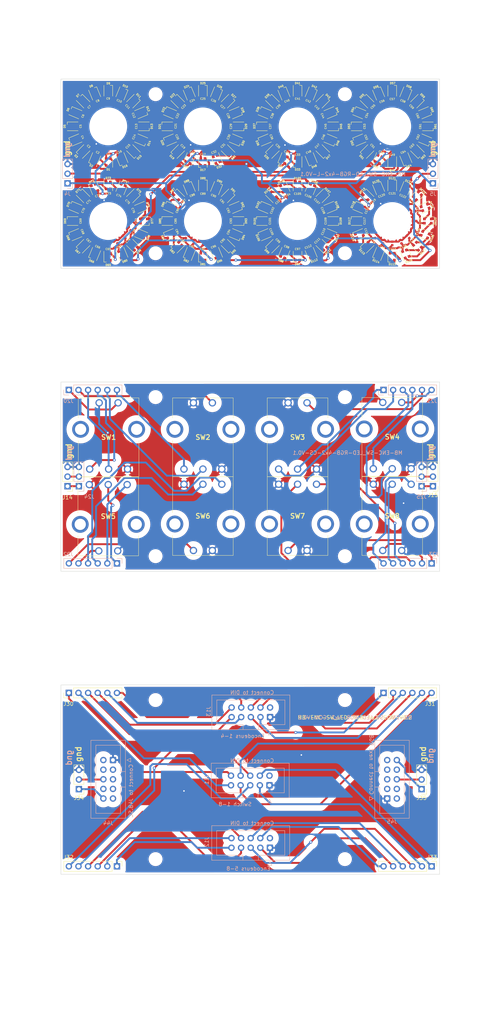
<source format=kicad_pcb>
(kicad_pcb (version 20240108) (generator "pcbnew") (generator_version "8.0")
  (layers (0 "F.Cu" signal) (31 "B.Cu" signal) (34 "B.Paste" user) (35 "F.Paste" user) (36 "B.SilkS" user "B.Silkscreen") (37 "F.SilkS" user "F.Silkscreen") (38 "B.Mask" user) (39 "F.Mask" user) (44 "Edge.Cuts" user))
  (net 0 "")
  (net 1 "GND")
  (net 2 "+5V")
  (net 3 "C_SW7")
  (net 4 "C_SW8")
  (net 5 "C_ENC3B")
  (net 6 "C_ENC3A")
  (net 7 "C_ENC4B")
  (net 8 "C_ENC4A")
  (net 9 "C_ENC1B")
  (net 10 "C_ENC1A")
  (net 11 "C_ENC2B")
  (net 12 "C_ENC2A")
  (net 13 "C_ENC7B")
  (net 14 "C_ENC7A")
  (net 15 "C_ENC8B")
  (net 16 "C_ENC8A")
  (net 17 "C_ENC5B")
  (net 18 "C_ENC5A")
  (net 19 "C_ENC6B")
  (net 20 "C_ENC6A")
  (net 21 "C_SW5")
  (net 22 "C_SW6")
  (net 23 "C_SW1")
  (net 24 "C_SW2")
  (net 25 "C_SW3")
  (net 26 "C_SW4")
  (net 27 "SW1")
  (net 28 "ENC1A")
  (net 29 "ENC1B")
  (net 30 "SW2")
  (net 31 "ENC2A")
  (net 32 "ENC2B")
  (net 33 "SW3")
  (net 34 "ENC3A")
  (net 35 "ENC3B")
  (net 36 "SW4")
  (net 37 "ENC4A")
  (net 38 "ENC4B")
  (net 39 "GND1")
  (net 40 "Net-(J15-Pin_2)")
  (net 41 "SW5")
  (net 42 "ENC5A")
  (net 43 "ENC5B")
  (net 44 "SW6")
  (net 45 "ENC6A")
  (net 46 "ENC6B")
  (net 47 "SW7")
  (net 48 "ENC7A")
  (net 49 "ENC7B")
  (net 50 "SW8")
  (net 51 "Net-(J14-Pin_2)")
  (net 52 "Net-(J34-Pin_2)")
  (net 53 "Net-(J35-Pin_2)")
  (net 54 "Net-(D1-DO)")
  (net 55 "Net-(D1-DI)")
  (net 56 "Net-(D2-DO)")
  (net 57 "Net-(D3-DO)")
  (net 58 "Net-(D4-DO)")
  (net 59 "Net-(D5-DO)")
  (net 60 "Net-(D6-DO)")
  (net 61 "Net-(D7-DO)")
  (net 62 "Net-(D8-DO)")
  (net 63 "Net-(D10-DI)")
  (net 64 "Net-(D10-DO)")
  (net 65 "Net-(D11-DO)")
  (net 66 "Net-(D12-DO)")
  (net 67 "Net-(D13-DO)")
  (net 68 "Net-(D14-DO)")
  (net 69 "Net-(D15-DO)")
  (net 70 "Net-(D16-DO)")
  (net 71 "Net-(D17-DO)")
  (net 72 "Net-(D18-DO)")
  (net 73 "Net-(D19-DO)")
  (net 74 "Net-(D20-DO)")
  (net 75 "Net-(D21-DO)")
  (net 76 "Net-(D22-DO)")
  (net 77 "Net-(D23-DO)")
  (net 78 "Net-(D24-DO)")
  (net 79 "Net-(D25-DO)")
  (net 80 "Net-(D26-DO)")
  (net 81 "Net-(D27-DO)")
  (net 82 "Net-(D28-DO)")
  (net 83 "Net-(D29-DO)")
  (net 84 "Net-(D30-DO)")
  (net 85 "Net-(D31-DO)")
  (net 86 "Net-(D32-DO)")
  (net 87 "Net-(D33-DO)")
  (net 88 "Net-(D34-DO)")
  (net 89 "Net-(D35-DO)")
  (net 90 "Net-(D36-DO)")
  (net 91 "Net-(D37-DO)")
  (net 92 "Net-(D38-DO)")
  (net 93 "Net-(D39-DO)")
  (net 94 "Net-(D40-DO)")
  (net 95 "Net-(D41-DO)")
  (net 96 "Net-(D42-DO)")
  (net 97 "Net-(D43-DO)")
  (net 98 "Net-(D44-DO)")
  (net 99 "Net-(D45-DO)")
  (net 100 "Net-(D46-DO)")
  (net 101 "Net-(D47-DO)")
  (net 102 "Net-(D48-DO)")
  (net 103 "Net-(D49-DO)")
  (net 104 "Net-(D50-DO)")
  (net 105 "Net-(D51-DO)")
  (net 106 "Net-(D52-DO)")
  (net 107 "Net-(D53-DO)")
  (net 108 "Net-(D54-DO)")
  (net 109 "Net-(D55-DO)")
  (net 110 "Net-(D56-DO)")
  (net 111 "Net-(D57-DO)")
  (net 112 "Net-(D58-DO)")
  (net 113 "Net-(D59-DO)")
  (net 114 "Net-(D60-DO)")
  (net 115 "Net-(D61-DO)")
  (net 116 "Net-(D62-DO)")
  (net 117 "Net-(D63-DO)")
  (net 118 "Net-(D64-DO)")
  (net 119 "Net-(D65-DO)")
  (net 120 "Net-(D66-DO)")
  (net 121 "Net-(D67-DO)")
  (net 122 "Net-(D68-DO)")
  (net 123 "Net-(D69-DO)")
  (net 124 "Net-(D70-DO)")
  (net 125 "Net-(D71-DO)")
  (net 126 "Net-(D72-DO)")
  (net 127 "Net-(D73-DO)")
  (net 128 "Net-(D74-DO)")
  (net 129 "Net-(D75-DO)")
  (net 130 "Net-(D76-DO)")
  (net 131 "Net-(D77-DO)")
  (net 132 "Net-(D78-DO)")
  (net 133 "Net-(D79-DO)")
  (net 134 "Net-(D80-DO)")
  (net 135 "Net-(D81-DO)")
  (net 136 "Net-(D82-DO)")
  (net 137 "Net-(D83-DO)")
  (net 138 "Net-(D84-DO)")
  (net 139 "Net-(D85-DO)")
  (net 140 "Net-(D86-DO)")
  (net 141 "Net-(D87-DO)")
  (net 142 "Net-(D88-DO)")
  (net 143 "Net-(D89-DO)")
  (net 144 "Net-(D90-DO)")
  (net 145 "Net-(D91-DO)")
  (net 146 "Net-(D92-DO)")
  (net 147 "Net-(D93-DO)")
  (net 148 "Net-(D94-DO)")
  (net 149 "Net-(D95-DO)")
  (net 150 "Net-(D96-DO)")
  (net 151 "Net-(D97-DO)")
  (net 152 "Net-(D98-DO)")
  (net 153 "Net-(D100-DI)")
  (net 154 "Net-(D100-DO)")
  (net 155 "Net-(D101-DO)")
  (net 156 "Net-(D102-DO)")
  (net 157 "Net-(D103-DO)")
  (net 158 "Net-(D104-DO)")
  (net 159 "Net-(D105-DO)")
  (net 160 "Net-(D106-DO)")
  (net 161 "Net-(D107-DO)")
  (net 162 "Net-(D108-DO)")
  (net 163 "Net-(D109-DO)")
  (net 164 "Net-(D110-DO)")
  (net 165 "Net-(D111-DO)")
  (net 166 "Net-(D112-DO)")
  (net 167 "Net-(D113-DO)")
  (net 168 "Net-(D114-DO)")
  (net 169 "Net-(D115-DO)")
  (net 170 "Net-(D116-DO)")
  (net 171 "Net-(D117-DO)")
  (net 172 "Net-(D118-DO)")
  (net 173 "Net-(D119-DO)")
  (net 174 "Net-(D120-DO)")
  (net 175 "Net-(D121-DO)")
  (net 176 "Net-(D122-DO)")
  (net 177 "Net-(D123-DO)")
  (net 178 "Net-(D124-DO)")
  (net 179 "Net-(D125-DO)")
  (net 180 "Net-(D126-DO)")
  (net 181 "Net-(D127-DO)")
  (net 182 "Net-(D128-DO)")
  (net 183 "+5VA")
  (net 191 "GNDA")
  (net 192 "+5VD")
  (net 200 "ENC8B")
  (net 201 "ENC8A")
  (net 202 "Net-(J14-Pin_1)")
  (net 203 "Net-(J15-Pin_1)")
  (footprint "ksir 2022:CAPC1005X55N" (layer "F.Cu") (at 168.405217 112.5)
    (property "Reference" "C45")
    (property "Value" "100nf" (hide yes))
  )
  (footprint "ksir 2022:LED_WS2812B-2020_PLCC4_2.0x2.0mm" (layer "F.Cu") (at 166.099221 128.810713 -112.5)
    (property "Reference" "D106")
    (property "Value" "WS2812-2020")
  )
  (footprint "ksir 2022:LED_WS2812B-2020_PLCC4_2.0x2.0mm" (layer "F.Cu") (at 130.849507 144.145276 45)
    (property "Reference" "D83")
    (property "Value" "WS2812-2020")
  )
  (footprint "ksir 2022:CAPC1005X55N" (layer "F.Cu") (at 158.324381 133.324381 135)
    (property "Reference" "C103")
    (property "Value" "100nf" (hide yes))
  )
  (footprint "ksir 2022:CAPC1005X55N" (layer "F.Cu") (at 112.513596 118.39663 -90)
    (property "Reference" "C1")
    (property "Value" "100nf" (hide yes))
  )
  (footprint "ksir 2022:LED_WS2812B-2020_PLCC4_2.0x2.0mm" (layer "F.Cu") (at 191.099221 128.810713 -112.5)
    (property "Reference" "D122")
    (property "Value" "WS2812-2020")
  )
  (footprint "ksir 2022:PEC164120FS0012" (layer "F.Cu") (at 167.5 207 180)
    (property "Reference" "SW7")
    (property "Value" "PEC16-4XXXF-SXXXX" (hide yes))
  )
  (footprint "ksir 2022:LED_WS2812B-2020_PLCC4_2.0x2.0mm" (layer "F.Cu") (at 121.202883 108.892192 -157.5)
    (property "Reference" "D12")
    (property "Value" "WS2812-2020")
  )
  (footprint "ksir 2022:CAPC1005X55N" (layer "F.Cu") (at 189.759829 117.955709 -67.5)
    (property "Reference" "C64")
    (property "Value" "100nf" (hide yes))
  )
  (footprint "ksir 2022:LED_WS2812B-2020_PLCC4_2.0x2.0mm" (layer "F.Cu") (at 103.810713 133.900779 -22.5)
    (property "Reference" "D70")
    (property "Value" "WS2812-2020")
  )
  (footprint "ksir 2022:CAPC1005X55N" (layer "F.Cu") (at 167.955709 114.759829 -22.5)
    (property "Reference" "C46")
    (property "Value" "100nf" (hide yes))
  )
  (footprint "ksir 2022:CAPC1005X55N" (layer "F.Cu") (at 114.759829 132.044291 67.5)
    (property "Reference" "C74")
    (property "Value" "100nf" (hide yes))
  )
  (footprint "ksir 2022:CAPC1005X55N" (layer "F.Cu") (at 108.337977 116.667032 -135)
    (property "Reference" "C3")
    (property "Value" "100nf" (hide yes))
  )
  (footprint "ksir 2022:LED_WS2812B-2020_PLCC4_2.0x2.0mm" (layer "F.Cu") (at 130.849507 105.849507 -45)
    (property "Reference" "D23")
    (property "Value" "WS2812-2020")
  )
  (footprint "ksir 2022:LED_WS2812B-2020_PLCC4_2.0x2.0mm" (layer "F.Cu") (at 121.202883 116.090634 157.5)
    (property "Reference" "D14")
    (property "Value" "WS2812-2020")
  )
  (footprint "MountingHole:MountingHole_3.2mm_M3" (layer "F.Cu") (at 175 184)
    (property "Reference" "H15" (hide yes))
    (property "Value" "MountingHole" (hide yes))
  )
  (footprint "ksir 2022:LED_WS2812B-2020_PLCC4_2.0x2.0mm" (layer "F.Cu") (at 103.108379 112.491413)
    (property "Reference" "D5")
    (property "Value" "WS2812-2020")
  )
  (footprint "ksir 2022:CAPC1005X55N" (layer "F.Cu") (at 192.955709 110.240171 22.5)
    (property "Reference" "C60")
    (property "Value" "100nf" (hide yes))
  )
  (footprint "ksir 2022:LED_WS2812B-2020_PLCC4_2.0x2.0mm" (layer "F.Cu") (at 196.189287 116.099221 157.5)
    (property "Reference" "D62")
    (property "Value" "WS2812-2020")
  )
  (footprint "ksir 2022:CAPC1005X55N" (layer "F.Cu") (at 168.405217 137.5)
    (property "Reference" "C109")
    (property "Value" "100nf" (hide yes))
  )
  (footprint "ksir 2022:LED_WS2812B-2020_PLCC4_2.0x2.0mm" (layer "F.Cu") (at 103.810713 141.099221 22.5)
    (property "Reference" "D68")
    (property "Value" "WS2812-2020")
  )
  (footprint "Connector_PinHeader_2.54mm:PinHeader_1x03_P2.54mm_Vertical" (layer "F.Cu") (at 198.25 207.525 180)
    (property "Reference" "J15")
    (property "Value" "Conn_01x06_Pin")
  )
  (footprint "ksir 2022:LED_WS2812B-2020_PLCC4_2.0x2.0mm" (layer "F.Cu") (at 187.5 103.094783 -90)
    (property "Reference" "D57")
    (property "Value" "WS2812-2020")
  )
  (footprint "ksir 2022:LED_WS2812B-2020_PLCC4_2.0x2.0mm" (layer "F.Cu") (at 137.5 103.094783 -90)
    (property "Reference" "D25")
    (property "Value" "WS2812-2020")
  )
  (footprint "ksir 2022:CAPC1005X55N" (layer "F.Cu") (at 137.5 118.405217 -90)
    (property "Reference" "C17")
    (property "Value" "100nf" (hide yes))
  )
  (footprint "ksir 2022:LED_WS2812B-2020_PLCC4_2.0x2.0mm" (layer "F.Cu") (at 162.5 146.905217 90)
    (property "Reference" "D97")
    (property "Value" "WS2812-2020")
  )
  (footprint "ksir 2022:LED_WS2812B-2020_PLCC4_2.0x2.0mm" (layer "F.Cu") (at 169.150493 119.150493 135)
    (property "Reference" "D47")
    (property "Value" "WS2812-2020")
  )
  (footprint "ksir 2022:LED_WS2812B-2020_PLCC4_2.0x2.0mm" (layer "F.Cu") (at 191.099221 121.189287 112.5)
    (property "Reference" "D64")
    (property "Value" "WS2812-2020")
  )
  (footprint "lib 2022 ksir:Hole_9.5mm" (layer "F.Cu") (at 112.5 137.5)
    (property "Reference" "H9" (hide yes))
    (property "Value" "MountingHole" (hide yes))
  )
  (footprint "ksir 2022:CAPC1005X55N" (layer "F.Cu") (at 142.955709 114.759829 -22.5)
    (property "Reference" "C30")
    (property "Value" "100nf" (hide yes))
  )
  (footprint "ksir 2022:CAPC1005X55N" (layer "F.Cu") (at 158.324381 108.324381 135)
    (property "Reference" "C39")
    (property "Value" "100nf" (hide yes))
  )
  (footprint "Connector_PinHeader_2.54mm:PinHeader_1x06_P2.54mm_Vertical" (layer "F.Cu") (at 185.2 262.1 90)
    (property "Reference" "J31")
    (property "Value" "Conn_01x06_Pin" (hide yes))
  )
  (footprint "ksir 2022:LED_WS2812B-2020_PLCC4_2.0x2.0mm" (layer "F.Cu") (at 183.900779 121.189287 67.5)
    (property "Reference" "D50")
    (property "Value" "WS2812-2020")
  )
  (footprint "ksir 2022:CAPC1005X55N" (layer "F.Cu") (at 116.675619 141.675619 -45)
    (property "Reference" "C79")
    (property "Value" "100nf" (hide yes))
  )
  (footprint "ksir 2022:LED_WS2812B-2020_PLCC4_2.0x2.0mm" (layer "F.Cu") (at 108.914375 121.1807 67.5)
    (property "Reference" "D2")
    (property "Value" "WS2812-2020")
  )
  (footprint "ksir 2022:LED_WS2812B-2020_PLCC4_2.0x2.0mm" (layer "F.Cu") (at 137.5 121.905217 90)
    (property "Reference" "D17")
    (property "Value" "WS2812-2020")
  )
  (footprint "MountingHole:MountingHole_3.2mm_M3" (layer "F.Cu") (at 175 146)
    (property "Reference" "H4" (hide yes))
    (property "Value" "MountingHole" (hide yes))
  )
  (footprint "ksir 2022:CAPC1005X55N" (layer "F.Cu") (at 141.675619 108.324381 45)
    (property "Reference" "C27")
    (property "Value" "100nf" (hide yes))
  )
  (footprint "ksir 2022:LED_WS2812B-2020_PLCC4_2.0x2.0mm" (layer "F.Cu") (at 108.914375 103.802126 -67.5)
    (property "Reference" "D8")
    (property "Value" "WS2812-2020")
  )
  (footprint "ksir 2022:CAPC1005X55N" (layer "F.Cu") (at 110.253767 117.947122 -112.5)
    (property "Reference" "C2")
    (property "Value" "100nf" (hide yes))
  )
  (footprint "ksir 2022:CAPC1005X55N" (layer "F.Cu") (at 117.955709 135.240171 22.5)
    (property "Reference" "C76")
    (property "Value" "100nf" (hide yes))
  )
  (footprint "Connector_PinHeader_2.54mm:PinHeader_1x03_P2.54mm_Vertical" (layer "F.Cu") (at 195.25 287.525 180)
    (property "Reference" "J35")
    (property "Value" "Conn_01x06_Pin" (hide yes))
  )
  (footprint "ksir 2022:CAPC1005X55N" (layer "F.Cu") (at 182.044291 114.759829 -157.5)
    (property "Reference" "C52")
    (property "Value" "100nf" (hide yes))
  )
  (footprint "ksir 2022:CAPC1005X55N" (layer "F.Cu") (at 189.759829 142.955709 -67.5)
    (property "Reference" "C128")
    (property "Value" "100nf" (hide yes))
  )
  (footprint "MountingHole:MountingHole_3.2mm_M3" (layer "F.Cu") (at 125 146)
    (property "Reference" "H3" (hide yes))
    (property "Value" "MountingHole" (hide yes))
  )
  (footprint "ksir 2022:LED_WS2812B-2020_PLCC4_2.0x2.0mm" (layer "F.Cu") (at 153.810713 108.900779 -22.5)
    (property "Reference" "D38")
    (property "Value" "WS2812-2020")
  )
  (footprint "ksir 2022:LED_WS2812B-2020_PLCC4_2.0x2.0mm" (layer "F.Cu") (at 146.905217 112.5 180)
    (property "Reference" "D29")
    (property "Value" "WS2812-2020")
  )
  (footprint "ksir 2022:CAPC1005X55N" (layer "F.Cu") (at 187.5 106.594783 90)
    (property "Reference" "C57")
    (property "Value" "100nf" (hide yes))
  )
  (footprint "ksir 2022:LED_WS2812B-2020_PLCC4_2.0x2.0mm" (layer "F.Cu") (at 178.810713 116.099221 22.5)
    (property "Reference" "D52")
    (property "Value" "WS2812-2020")
  )
  (footprint "ksir 2022:LED_WS2812B-2020_PLCC4_2.0x2.0mm" (layer "F.Cu") (at 196.189287 141.099221 157.5)
    (property "Reference" "D126")
    (property "Value" "WS2812-2020")
  )
  (footprint "ksir 2022:CAPC1005X55N" (layer "F.Cu") (at 139.759829 142.950492 -67.5)
    (property "Reference" "C96")
    (property "Value" "100nf" (hide yes))
  )
  (footprint "ksir 2022:CAPC1005X55N" (layer "F.Cu") (at 191.675619 133.324381 45)
    (property "Reference" "C123")
    (property "Value" "100nf" (hide yes))
  )
  (footprint "ksir 2022:CAPC1005X55N" (layer "F.Cu") (at 167.955709 139.759829 -22.5)
    (property "Reference" "C110")
    (property "Value" "100nf" (hide yes))
  )
  (footprint "ksir 2022:CAPC1005X55N" (layer "F.Cu") (at 141.675619 133.319164 45)
    (property "Reference" "C91")
    (property "Value" "100nf" (hide yes))
  )
  (footprint "ksir 2022:LED_WS2812B-2020_PLCC4_2.0x2.0mm" (layer "F.Cu") (at 153.810713 141.099221 22.5)
    (property "Reference" "D100")
    (property "Value" "WS2812-2020")
  )
  (footprint "ksir 2022:PEC164120FS0012" (layer "F.Cu") (at 117.5 207.1 180)
    (property "Reference" "SW5")
    (property "Value" "PEC16-4XXXF-SXXXX" (hide yes))
  )
  (footprint "MountingHole:MountingHole_3.2mm_M3" (layer "F.Cu") (at 175 226)
    (property "Reference" "H19" (hide yes))
    (property "Value" "MountingHole" (hide yes))
  )
  (footprint "ksir 2022:LED_WS2812B-2020_PLCC4_2.0x2.0mm" (layer "F.Cu") (at 171.189287 116.099221 157.5)
    (property "Reference" "D46")
    (property "Value" "WS2812-2020")
  )
  (footprint "ksir 2022:LED_WS2812B-2020_PLCC4_2.0x2.0mm" (layer "F.Cu") (at 162.5 103.094783 -90)
    (property "Reference" "D41")
    (property "Value" "WS2812-2020")
  )
  (footprint "ksir 2022:CAPC1005X55N" (layer "F.Cu") (at 162.5 143.405217 -90)
    (property "Reference" "C97")
    (property "Value" "100nf" (hide yes))
  )
  (footprint "ksir 2022:CAPC1005X55N" (layer "F.Cu") (at 132.044291 110.240171 157.5)
    (property "Reference" "C22")
    (property "Value" "100nf" (hide yes))
  )
  (footprint "ksir 2022:CAPC1005X55N" (layer "F.Cu") (at 107.057887 110.231584 157.5)
    (property "Reference" "C6")
    (property "Value" "100nf" (hide yes))
  )
  (footprint "ksir 2022:LED_WS2812B-2020_PLCC4_2.0x2.0mm" (layer "F.Cu") (at 144.150493 119.150493 135)
    (property "Reference" "D31")
    (property "Value" "WS2812-2020")
  )
  (footprint "ksir 2022:CAPC1005X55N" (layer "F.Cu") (at 183.324381 133.324381 135)
    (property "Reference" "C119")
    (property "Value" "100nf" (hide yes))
  )
  (footprint "ksir 2022:CAPC1005X55N" (layer "F.Cu") (at 114.773425 107.035704 67.5)
    (property "Reference" "C10")
    (property "Value" "100nf" (hide yes))
  )
  (footprint "ksir 2022:LED_WS2812B-2020_PLCC4_2.0x2.0mm" (layer "F.Cu") (at 153.094783 112.5)
    (property "Reference" "D37")
    (property "Value" "WS2812-2020")
  )
  (footprint "ksir 2022:LED_WS2812B-2020_PLCC4_2.0x2.0mm" (layer "F.Cu") (at 116.112817 121.1807 112.5)
    (property "Reference" "D16")
    (property "Value" "WS2812-2020")
  )
  (footprint "ksir 2022:LED_WS2812B-2020_PLCC4_2.0x2.0mm" (layer "F.Cu") (at 158.900779 128.810713 -67.5)
    (property "Reference" "D104")
    (property "Value" "WS2812-2020")
  )
  (footprint "ksir 2022:CAPC1005X55N" (layer "F.Cu") (at 156.594783 112.5 180)
    (property "Reference" "C37")
    (property "Value" "100nf" (hide yes))
  )
  (footprint "Connector_PinHeader_2.54mm:PinHeader_1x03_P2.54mm_Vertical" (layer "F.Cu") (at 101.75 207.525 180)
    (property "Reference" "J14")
    (property "Value" "Conn_01x06_Pin")
  )
  (footprint "ksir 2022:LED_WS2812B-2020_PLCC4_2.0x2.0mm" (layer "F.Cu") (at 146.189287 133.895562 -157.5)
    (property "Reference" "D92")
    (property "Value" "WS2812-2020")
  )
  (footprint "ksir 2022:CAPC1005X55N" (layer "F.Cu") (at 164.759829 142.955709 -67.5)
    (property "Reference" "C112")
    (property "Value" "100nf" (hide yes))
  )
  (footprint "ksir 2022:CAPC1005X55N" (layer "F.Cu") (at 116.689215 108.315794 45)
    (property "Reference" "C11")
    (property "Value" "100nf" (hide yes))
  )
  (footprint "ksir 2022:LED_WS2812B-2020_PLCC4_2.0x2.0mm" (layer "F.Cu") (at 180.849507 144.150493 45)
    (property "Reference" "D115")
    (property "Value" "WS2812-2020")
  )
  (footprint "ksir 2022:CAPC1005X55N" (layer "F.Cu") (at 106.608379 112.491413 180)
    (property "Reference" "C5")
    (property "Value" "100nf" (hide yes))
  )
  (footprint "ksir 2022:LED_WS2812B-2020_PLCC4_2.0x2.0mm" (layer "F.Cu") (at 153.810713 133.900779 -22.5)
    (property "Reference" "D102")
    (property "Value" "WS2812-2020")
  )
  (footprint "ksir 2022:LED_WS2812B-2020_PLCC4_2.0x2.0mm" (layer "F.Cu") (at 162.5 128.094783 -90)
    (property "Reference" "D105")
    (property "Value" "WS2812-2020")
  )
  (footprint "ksir 2022:LED_WS2812B-2020_PLCC4_2.0x2.0mm" (layer "F.Cu") (at 128.094783 137.494783)
    (property "Reference" "D85")
    (property "Value" "WS2812-2020")
  )
  (footprint "ksir 2022:CAPC1005X55N" (layer "F.Cu") (at 143.405217 137.494783)
    (property "Reference" "C93")
    (property "Value" "100nf" (hide yes))
  )
  (footprint "ksir 2022:CAPC1005X55N" (layer "F.Cu") (at 110.240171 142.955709 -112.5)
    (property "Reference" "C66")
    (property "Value" "100nf" (hide yes))
  )
  (footprint "ksir 2022:CAPC1005X55N" (layer "F.Cu") (at 167.955709 110.240171 22.5)
    (property "Reference" "C44")
    (property "Value" "100nf" (hide yes))
  )
  (footprint "ksir 2022:CAPC1005X55N" (layer "F.Cu") (at 139.759829 107.044291 67.5)
    (property "Reference" "C26")
    (property "Value" "100nf" (hide yes))
  )
  (footprint "ksir 2022:LED_WS2812B-2020_PLCC4_2.0x2.0mm" (layer "F.Cu") (at 194.150493 130.849507 -135)
    (property "Reference" "D123")
    (property "Value" "WS2812-2020")
  )
  (footprint "ksir 2022:CAPC1005X55N" (layer "F.Cu") (at 182.044291 110.240171 157.5)
    (property "Reference" "C54")
    (property "Value" "100nf" (hide yes))
  )
  (footprint "ksir 2022:CAPC1005X55N" (layer "F.Cu") (at 117.969305 110.231584 22.5)
    (property "Reference" "C12")
    (property "Value" "100nf" (hide yes))
  )
  (footprint "ksir 2022:CAPC1005X55N" (layer "F.Cu") (at 183.324381 108.324381 135)
    (property "Reference" "C55")
    (property "Value" "100nf" (hide yes))
  )
  (footprint "ksir 2022:CAPC1005X55N" (layer "F.Cu") (at 157.044291 114.759829 -157.5)
    (property "Reference" "C36")
    (property "Value" "100nf" (hide yes))
  )
  (footprint "ksir 2022:CAPC1005X55N" (layer "F.Cu") (at 141.675619 141.670402 -45)
    (property "Reference" "C95")
    (property "Value" "100nf" (hide yes))
  )
  (footprint "ksir 2022:LED_WS2812B-2020_PLCC4_2.0x2.0mm" (layer "F.Cu") (at 169.150493 144.150493 135)
    (property "Reference" "D111")
    (property "Value" "WS2812-2020")
  )
  (footprint "ksir 2022:LED_WS2812B-2020_PLCC4_2.0x2.0mm" (layer "F.Cu") (at 153.810713 116.099221 22.5)
    (property "Reference" "D36")
    (property "Value" "WS2812-2020")
  )
  (footprint "ksir 2022:LED_WS2812B-2020_PLCC4_2.0x2.0mm" (layer "F.Cu") (at 194.150493 144.150493 135)
    (property "Reference" "D127")
    (property "Value" "WS2812-2020")
  )
  (footprint "ksir 2022:CAPC1005X55N" (layer "F.Cu") (at 189.759829 107.044291 67.5)
    (property "Reference" "C58")
    (property "Value" "100nf" (hide yes))
  )
  (footprint "ksir 2022:CAPC1005X55N" (layer "F.Cu") (at 167.955709 135.240171 22.5)
    (property "Reference" "C108")
    (property "Value" "100nf" (hide yes))
  )
  (footprint "ksir 2022:CAPC1005X55N" (layer "F.Cu") (at 135.240171 107.044291 112.5)
    (property "Reference" "C24")
    (property "Value" "100nf" (hide yes))
  )
  (footprint "ksir 2022:LED_WS2812B-2020_PLCC4_2.0x2.0mm" (layer "F.Cu") (at 171.905217 137.5 180)
    (property "Reference" "D109")
    (property "Value" "WS2812-2020")
  )
  (footprint "ksir 2022:CAPC1005X55N" (layer "F.Cu") (at 158.324381 116.675619 -135)
    (property "Reference" "C35")
    (property "Value" "100nf" (hide yes))
  )
  (footprint "ksir 2022:CAPC1005X55N" (layer "F.Cu") (at 191.675619 141.675619 -45)
    (property "Reference" "C127")
    (property "Value" "100nf" (hide yes))
  )
  (footprint "ksir 2022:CAPC1005X55N" (layer "F.Cu") (at 135.240171 142.950492 -112.5)
    (property "Reference" "C82")
    (property "Value" "100nf" (hide yes))
  )
  (footprint "ksir 2022:CAPC1005X55N" (layer "F.Cu") (at 191.675619 108.324381 45)
    (property "Reference" "C59")
    (property "Value" "100nf" (hide yes))
  )
  (footprint "ksir 2022:LED_WS2812B-2020_PLCC4_2.0x2.0mm" (layer "F.Cu") (at 137.5 128.089566 -90)
    (property "Reference" "D89")
    (property "Value" "WS2812-2020")
  )
  (footprint "ksir 2022:LED_WS2812B-2020_PLCC4_2.0x2.0mm" (layer "F.Cu") (at 196.189287 108.900779 -157.5)
    (property "Reference" "D60")
    (property "Value" "WS2812-2020")
  )
  (footprint "ksir 2022:LED_WS2812B-2020_PLCC4_2.0x2.0mm" (layer "F.Cu") (at 155.849507 105.849507 -45)
    (property "Reference" "D39")
    (property "Value" "WS2812-2020")
  )
  (footprint "ksir 2022:LED_WS2812B-2020_PLCC4_2.0x2.0mm" (layer "F.Cu") (at 128.810713 108.900779 -22.5)
    (property "Reference" "D22")
    (property "Value" "WS2812-2020")
  )
  (footprint "ksir 2022:LED_WS2812B-2020_PLCC4_2.0x2.0mm" (layer "F.Cu") (at 158.900779 146.189287 67.5)
    (property "Reference" "D98")
    (property "Value" "WS2812-2020")
  )
  (footprint "MountingHole:MountingHole_3.2mm_M3" (layer "F.Cu") (at 175 306)
    (property "Reference" "H20" (hide yes))
    (property "Value" "MountingHole" (hide yes))
  )
  (footprint "lib 2022 ksir:Hole_9.5mm" (layer "F.Cu") (at 162.5 137.5)
    (property "Reference" "H11" (hide yes))
    (property "Value" "MountingHole" (hide yes))
  )
  (footprint "ksir 2022:CAPC1005X55N" (layer "F.Cu") (at 137.5 131.589566 90)
    (property "Reference" "C89")
    (property "Value" "100nf" (hide yes))
  )
  (footprint "ksir 2022:CAPC1005X55N" (layer "F.Cu") (at 133.324381 108.324381 135)
    (property "Reference" "C23")
    (property "Value" "100nf" (hide yes))
  )
  (footprint "ksir 2022:CAPC1005X55N" (layer "F.Cu") (at 137.5 106.594783 90)
    (property "Reference" "C25")
    (property "Value" "100nf" (hide yes))
  )
  (footprint "ksir 2022:CAPC1005X55N" (layer "F.Cu") (at 185.240171 107.044291 112.5)
    (property "Reference" "C56")
    (property "Value" "100nf" (hide yes))
  )
  (footprint "ksir 2022:CAPC1005X55N" (layer "F.Cu") (at 139.759829 117.955709 -67.5)
    (property "Reference" "C32")
    (property "Value" "100nf" (hide yes))
  )
  (footprint "ksir 2022:LED_WS2812B-2020_PLCC4_2.0x2.0mm" (layer "F.Cu") (at 194.150493 119.150493 135)
    (property "Reference" "D63")
    (property "Value" "WS2812-2020")
  )
  (footprint "ksir 2022:LED_WS2812B-2020_PLCC4_2.0x2.0mm" (layer "F.Cu") (at 103.824309 116.090634 22.5)
    (property "Reference" "D4")
    (property "Value" "WS2812-2020")
  )
  (footprint "ksir 2022:CAPC1005X55N" (layer "F.Cu") (at 182.044291 135.240171 157.5)
    (property "Reference" "C118")
    (property "Value" "100nf" (hide yes))
  )
  (footprint "Connector_PinHeader_2.54mm:PinHeader_1x03_P2.54mm_Vertical" (layer "F.Cu") (at 104.75 287.525 180)
    (property "Reference" "J34")
    (property "Value" "Conn_01x06_Pin" (hide yes))
  )
  (footprint "ksir 2022:LED_WS2812B-2020_PLCC4_2.0x2.0mm" (layer "F.Cu") (at 141.099221 128.805496 -112.5)
    (property "Reference" "D90")
    (property "Value" "WS2812-2020")
  )
  (footprint "ksir 2022:CAPC1005X55N" (layer "F.Cu") (at 164.759829 107.044291 67.5)
    (property "Reference" "C42")
    (property "Value" "100nf" (hide yes))
  )
  (footprint "ksir 2022:CAPC1005X55N" (layer "F.Cu") (at 118.418813 112.491413)
    (property "Reference" "C13")
    (property "Value" "100nf" (hide yes))
  )
  (footprint "ksir 2022:CAPC1005X55N" (layer "F.Cu") (at 118.405217 137.5)
    (property "Reference" "C77")
    (property "Value" "100nf" (hide yes))
  )
  (footprint "ksir 2022:CAPC1005X55N" (layer "F.Cu") (at 160.240171 142.955709 -112.5)
    (property "Reference" "C98")
    (property "Value" "100nf" (hide yes))
  )
  (footprint "ksir 2022:CAPC1005X55N" (layer "F.Cu") (at 187.5 118.405217 -90)
    (property "Reference" "C49")
    (property "Value" "100nf" (hide yes))
  )
  (footprint "ksir 2022:CAPC1005X55N" (layer "F.Cu") (at 166.675619 116.675619 -45)
    (property "Reference" "C47")
    (property "Value" "100nf" (hide yes))
  )
  (footprint "ksir 2022:LED_WS2812B-2020_PLCC4_2.0x2.0mm" (layer "F.Cu") (at 133.900779 146.18407 67.5)
    (property "Reference" "D82")
    (property "Value" "WS2812-2020")
  )
  (footprint "ksir 2022:CAPC1005X55N" (layer "F.Cu") (at 192.955709 135.240171 22.5)
    (property "Reference" "C124")
    (property "Value" "100nf" (hide yes))
  )
  (footprint "ksir 2022:CAPC1005X55N" (layer "F.Cu") (at 107.044291 139.759829 -157.5)
    (property "Reference" "C68")
    (property "Value" "100nf" (hide yes))
  )
  (footprint "ksir 2022:CAPC1005X55N" (layer "F.Cu") (at 131.594783 137.494783 180)
    (property "Reference" "C85")
    (property "Value" "100nf" (hide yes))
  )
  (footprint "ksir 2022:LED_WS2812B-2020_PLCC4_2.0x2.0mm" (layer "F.Cu") (at 121.905217 137.5 180)
    (property "Reference" "D77")
    (property "Value" "WS2812-2020")
  )
  (footprint "ksir 2022:LED_WS2812B-2020_PLCC4_2.0x2.0mm" (layer "F.Cu") (at 112.513596 121.89663 90)
    (property "Reference" "D1")
    (property "Value" "WS2812-2020")
  )
  (footprint "ksir 2022:LED_WS2812B-2020_PLCC4_2.0x2.0mm" (layer "F.Cu") (at 108.900779 146.189287 67.5)
    (property "Reference" "D66")
    (property "Value" "WS2812-2020")
  )
  (footprint "ksir 2022:LED_WS2812B-2020_PLCC4_2.0x2.0mm" (layer "F.Cu") (at 196.905217 137.5 180)
    (property "Reference" "D125")
    (property "Value" "WS2812-2020")
  )
  (footprint "ksir 2022:CAPC1005X55N" (layer "F.Cu") (at 110.240171 132.044291 112.5)
    (property "Reference" "C72")
    (property "Value" "100nf" (hide yes))
  )
  (footprint "ksir 2022:LED_WS2812B-2020_PLCC4_2.0x2.0mm" (layer "F.Cu") (at 141.099221 103.810713 -112.5)
    (property "Reference" "D26")
    (property "Value" "WS2812-2020")
  )
  (footprint "ksir 2022:CAPC1005X55N" (layer "F.Cu") (at 193.405217 137.5)
    (property "Reference" "C125")
    (property "Value" "100nf" (hide yes))
  )
  (footprint "MountingHole:MountingHole_3.2mm_M3" (layer "F.Cu") (at 175 264)
    (property "Reference" "H16" (hide yes))
    (property "Value" "MountingHole" (hide yes))
  )
  (footprint "ksir 2022:LED_WS2812B-2020_PLCC4_2.0x2.0mm" (layer "F.Cu") (at 105.849507 130.849507 -45)
    (property "Reference" "D71")
    (property "Value" "WS2812-2020")
  )
  (footprint "ksir 2022:CAPC1005X55N" (layer "F.Cu") (at 117.955709 139.759829 -22.5)
    (property "Reference" "C78")
    (property "Value" "100nf" (hide yes))
  )
  (footprint "ksir 2022:LED_WS2812B-2020_PLCC4_2.0x2.0mm" (layer "F.Cu") (at 121.189287 133.900779 -157.5)
    (property "Reference" "D76")
    (property "Value" "WS2812-2020")
  )
  (footprint "ksir 2022:PEC164120FS0012" (layer "F.Cu") (at 182.5 202.9)
    (property "Reference" "SW4")
    (property "Value" "PEC16-4XXXF-SXXXX" (hide yes))
  )
  (footprint "ksir 2022:CAPC1005X55N" (layer "F.Cu") (at 135.240171 117.955709 -112.5)
    (property "Reference" "C18")
    (property "Value" "100nf" (hide yes))
  )
  (footprint "ksir 2022:CAPC1005X55N" (layer "F.Cu") (at 116.675619 133.324381 45)
    (property "Reference" "C75")
    (property "Value" "100nf" (hide yes))
  )
  (footprint "ksir 2022:CAPC1005X55N" (layer "F.Cu") (at 185.240171 132.044291 112.5)
    (property "Reference" "C120")
    (property "Value" "100nf" (hide yes))
  )
  (footprint "ksir 2022:CAPC1005X55N" (layer "F.Cu") (at 142.955709 135.234954 22.5)
    (property "Reference" "C92")
    (property "Value" "100nf" (hide yes))
  )
  (footprint "ksir 2022:CAPC1005X55N" (layer "F.Cu") (at 142.955709 110.240171 22.5)
    (property "Reference" "C28")
    (property "Value" "100nf" (hide yes))
  )
  (footprint "ksir 2022:LED_WS2812B-2020_PLCC4_2.0x2.0mm" (layer "F.Cu") (at 166.099221 103.810713 -112.5)
    (property "Reference" "D42")
    (property "Value" "WS2812-2020")
  )
  (footprint "ksir 2022:CAPC1005X55N" (layer "F.Cu") (at 139.759829 132.039074 67.5)
    (property "Reference" "C90")
    (property "Value" "100nf" (hide yes))
  )
  (footprint "ksir 2022:LED_WS2812B-2020_PLCC4_2.0x2.0mm" (layer "F.Cu") (at 141.099221 121.189287 112.5)
    (property "Reference" "D32")
    (property "Value" "WS2812-2020")
  )
  (footprint "ksir 2022:CAPC1005X55N" (layer "F.Cu") (at 187.5 131.594783 90)
    (property "Reference" "C121")
    (property "Value" "100nf" (hide yes))
  )
  (footprint "ksir 2022:LED_WS2812B-2020_PLCC4_2.0x2.0mm" (layer "F.Cu") (at 116.099221 128.810713 -112.5)
    (property "Reference" "D74")
    (property "Value" "WS2812-2020")
  )
  (footprint "ksir 2022:LED_WS2812B-2020_PLCC4_2.0x2.0mm" (layer "F.Cu") (at 178.094783 112.5)
    (property "Reference" "D53")
    (property "Value" "WS2812-2020")
  )
  (footprint "ksir 2022:CAPC1005X55N" (layer "F.Cu") (at 160.240171 107.044291 112.5)
    (property "Reference" "C40")
    (property "Value" "100nf" (hide yes))
  )
  (footprint "ksir 2022:CAPC1005X55N" (layer "F.Cu") (at 143.405217 112.5)
    (property "Reference" "C29")
    (property "Value" "100nf" (hide yes))
  )
  (footprint "ksir 2022:CAPC1005X55N" (layer "F.Cu") (at 108.324381 141.675619 -135)
    (property "Reference" "C67")
    (property "Value" "100nf" (hide yes))
  )
  (footprint "ksir 2022:CAPC1005X55N" (layer "F.Cu") (at 162.5 106.594783 90)
    (property "Reference" "C41")
    (property "Value" "100nf" (hide yes))
  )
  (footprint "ksir 2022:LED_WS2812B-2020_PLCC4_2.0x2.0mm" (layer "F.Cu") (at 171.189287 133.900779 -157.5)
    (property "Reference" "D108")
    (property "Value" "WS2812-2020")
  )
  (footprint "ksir 2022:LED_WS2812B-2020_PLCC4_2.0x2.0mm" (layer "F.Cu") (at 146.189287 141.094004 157.5)
    (property "Reference" "D94")
    (property "Value" "WS2812-2020")
  )
  (footprint "ksir 2022:LED_WS2812B-2020_PLCC4_2.0x2.0mm" (layer "F.Cu") (at 119.164089 119.141906 135)
    (property "Reference" "D15")
    (property "Value" "WS2812-2020")
  )
  (footprint "ksir 2022:CAPC1005X55N" (layer "F.Cu") (at 112.513596 106.586196 90)
    (property "Reference" "C9")
    (property "Value" "100nf" (hide yes))
  )
  (footprint "ksir 2022:CAPC1005X55N" (layer "F.Cu") (at 107.057887 114.751242 -157.5)
    (property "Reference" "C4")
    (property "Value" "100nf" (hide yes))
  )
  (footprint "ksir 2022:CAPC1005X55N" (layer "F.Cu") (at 157.044291 135.240171 157.5)
    (property "Reference" "C102")
    (property "Value" "100nf" (hide yes))
  )
  (footprint "ksir 2022:CAPC1005X55N" (layer "F.Cu") (at 114.773425 117.947122 -67.5)
    (property "Reference" "C16")
    (property "Value" "100nf" (hide yes))
  )
  (footprint "ksir 2022:LED_WS2812B-2020_PLCC4_2.0x2.0mm" (layer "F.Cu") (at 183.900779 146.189287 67.5)
    (property "Reference" "D114")
    (property "Value" "WS2812-2020")
  )
  (footprint "lib 2022 ksir:Hole_9.5mm" (layer "F.Cu") (at 187.5 112.5)
    (property "Reference" "H8" (hide yes))
    (property "Value" "MountingHole" (hide yes))
  )
  (footprint "ksir 2022:LED_WS2812B-2020_PLCC4_2.0x2.0mm" (layer "F.Cu") (at 130.849507 130.84429 -45)
    (property "Reference" "D87")
    (property "Value" "WS2812-2020")
  )
  (footprint "lib 2022 ksir:Hole_9.5mm" (layer "F.Cu") (at 137.5 112.5)
    (property "Reference" "H6" (hide yes))
    (property "Value" "MountingHole" (hide yes))
  )
  (footprint "ksir 2022:CAPC1005X55N" (layer "F.Cu") (at 112.5 143.405217 -90)
    (property "Reference" "C65")
    (property "Value" "100nf" (hide yes))
  )
  (footprint "ksir 2022:LED_WS2812B-2020_PLCC4_2.0x2.0mm" (layer "F.Cu") (at 105.863103 105.84092 -45)
    (property "Reference" "D7")
    (property "Value" "WS2812-2020")
  )
  (footprint "ksir 2022:LED_WS2812B-2020_PLCC4_2.0x2.0mm" (layer "F.Cu") (at 144.150493 105.849507 -135)
    (property "Reference" "D27")
    (property "Value" "WS2812-2020")
  )
  (footprint "ksir 2022:CAPC1005X55N" (layer "F.Cu") (at 107.044291 135.240171 157.5)
    (property "Reference" "C70")
    (property "Value" "100nf" (hide yes))
  )
  (footprint "ksir 2022:LED_WS2812B-2020_PLCC4_2.0x2.0mm" (layer "F.Cu") (at 103.824309 108.892192 -22.5)
    (property "Reference" "D6")
    (property "Value" "WS2812-2020")
  )
  (footprint "ksir 2022:LED_WS2812B-2020_PLCC4_2.0x2.0mm" (layer "F.Cu") (at 128.810713 116.099221 22.5)
    (property "Reference" "D20")
    (property "Value" "WS2812-2020")
  )
  (footprint "ksir 2022:LED_WS2812B-2020_PLCC4_2.0x2.0mm" (layer "F.Cu") (at 171.905217 112.5 180)
    (property "Reference" "D45")
    (property "Value" "WS2812-2020")
  )
  (footprint "ksir 2022:LED_WS2812B-2020_PLCC4_2.0x2.0mm" (layer "F.Cu") (at 121.189287 141.099221 157.5)
    (property "Reference" "D78")
    (property "Value" "WS2812-2020")
  )
  (footprint "ksir 2022:LED_WS2812B-2020_PLCC4_2.0x2.0mm" (layer "F.Cu") (at 112.513596 103.086196 -90)
    (property "Reference" "D9")
    (property "Value" "WS2812-2020")
  )
  (footprint "ksir 2022:LED_WS2812B-2020_PLCC4_2.0x2.0mm" (layer "F.Cu") (at 112.5 128.094783 -90)
    (property "Reference" "D73")
    (property "Value" "WS2812-2020")
  )
  (footprint "ksir 2022:CAPC1005X55N" (layer "F.Cu") (at 106.594783 137.5 180)
    (property "Reference" "C69")
    (property "Value" "100nf" (hide yes))
  )
  (footprint "ksir 2022:LED_WS2812B-2020_PLCC4_2.0x2.0mm" (layer "F.Cu") (at 183.900779 103.810713 -67.5)
    (property "Reference" "D56")
    (property "Value" "WS2812-2020")
  )
  (footprint "ksir 2022:CAPC1005X55N" (layer "F.Cu") (at 137.5 143.4 -90)
    (property "Reference" "C81")
    (property "Value" "100nf" (hide yes))
  )
  (footprint "ksir 2022:PEC164120FS0012" (layer "F.Cu") (at 157.5 203)
    (property "Reference" "SW3")
    (property "Value" "PEC16-4XXXF-SXXXX" (hide yes))
  )
  (footprint "ksir 2022:LED_WS2812B-2020_PLCC4_2.0x2.0mm" (layer "F.Cu") (at 178.810713 133.900779 -22.5)
    (property "Reference" "D118")
    (property "Value" "WS2812-2020")
  )
  (footprint "MountingHole:MountingHole_3.2mm_M3" (layer "F.Cu") (at 175 104)
    (property "Reference" "H2" (hide yes))
    (property "Value" "MountingHole" (hide yes))
  )
  (footprint "ksir 2022:CAPC1005X55N" (layer "F.Cu") (at 191.675619 116.675619 -45)
    (property "Reference" "C63")
    (property "Value" "100nf" (hide yes))
  )
  (footprint "ksir 2022:CAPC1005X55N" (layer "F.Cu") (at 112.5 131.594783 90)
    (property "Reference" "C73")
    (property "Value" "100nf" (hide yes))
  )
  (footprint "ksir 2022:LED_WS2812B-2020_PLCC4_2.0x2.0mm" (layer "F.Cu") (at 128.810713 141.094004 22.5)
    (property "Reference" "D84")
    (property "Value" "WS2812-2020")
  )
  (footprint "ksir 2022:CAPC1005X55N" (layer "F.Cu") (at 116.689215 116.667032 -45)
    (property "Reference" "C15")
    (property "Value" "100nf" (hide yes))
  )
  (footprint "lib 2022 ksir:Hole_9.5mm" (layer "F.Cu") (at 112.5 112.5)
    (property "Reference" "H5" (hide yes))
    (property "Value" "MountingHole" (hide yes))
  )
  (footprint "ksir 2022:LED_WS2812B-2020_PLCC4_2.0x2.0mm" (layer "F.Cu") (at 128.094783 112.5)
    (property "Reference" "D21")
    (property "Value" "WS2812-2020")
  )
  (footprint "ksir 2022:CAPC1005X55N" (layer "F.Cu") (at 108.324381 133.324381 135)
    (property "Reference" "C71")
    (property "Value" "100nf" (hide yes))
  )
  (footprint "ksir 2022:LED_WS2812B-2020_PLCC4_2.0x2.0mm" (layer "F.Cu") (at 133.900779 121.189287 67.5)
    (property "Reference" "D18")
    (property "Value" "WS2812-2020")
  )
  (footprint "ksir 2022:LED_WS2812B-2020_PLCC4_2.0x2.0mm" (layer "F.Cu") (at 171.189287 108.900779 -157.5)
    (property "Reference" "D44")
    (property "Value" "WS2812-2020")
  )
  (footprint "ksir 2022:CAPC1005X55N" (layer "F.Cu") (at 141.675619 116.675619 -45)
    (property "Reference" "C31")
    (property "Value" "100nf" (hide yes))
  )
  (footprint "ksir 2022:LED_WS2812B-2020_PLCC4_2.0x2.0mm" (layer "F.Cu") (at 194.150493 105.849507 -135)
    (property "Reference" "D59")
    (property "Value" "WS2812-2020")
  )
  (footprint "ksir 2022:LED_WS2812B-2020_PLCC4_2.0x2.0mm" (layer "F.Cu") (at 180.849507 105.849507 -45)
    (property "Reference" "D55")
    (property "Value" "WS2812-2020")
  )
  (footprint "ksir 2022:LED_WS2812B-2020_PLCC4_2.0x2.0mm" (layer "F.Cu") (at 128.810713 133.895562 -22.5)
    (property "Reference" "D86")
    (property "Value" "WS2812-2020")
  )
  (footprint "MountingHole:MountingHole_3.2mm_M3" (layer "F.Cu") (at 125 306)
    (property "Reference" "H18" (hide yes))
    (property "Value" "MountingHole" (hide yes))
  )
  (footprint "ksir 2022:LED_WS2812B-2020_PLCC4_2.0x2.0mm" (layer "F.Cu") (at 155.849507 144.150493 45)
    (property "Reference" "D99")
    (property "Value" "WS2812-2020")
  )
  (footprint "ksir 2022:LED_WS2812B-2020_PLCC4_2.0x2.0mm" (layer "F.Cu") (at 105.863103 119.141906 45)
    (property "Reference" "D3")
    (property "Value" "WS2812-2020")
  )
  (footprint "ksir 2022:LED_WS2812B-2020_PLCC4_2.0x2.0mm" (layer "F.Cu") (at 166.099221 146.189287 112.5)
    (property "Reference" "D112")
    (property "Value" "WS2812-2020")
  )
  (footprint "ksir 2022:CAPC1005X55N" (layer "F.Cu") (at 132.044291 139.754612 -157.5)
    (property "Reference" "C84")
    (property "Value" "100nf" (hide yes))
  )
  (footprint "ksir 2022:CAPC1005X55N" (layer "F.Cu") (at 183.324381 141.675619 -135)
    (property "Reference" "C115")
    (property "Value" "100nf" (hide yes))
  )
  (footprint "MountingHole:MountingHole_3.2mm_M3" (layer "F.Cu") (at 125 264)
    (property "Reference" "H14" (hide yes))
    (property "Value" "MountingHole" (hide yes))
  )
  (footprint "ksir 2022:LED_WS2812B-2020_PLCC4_2.0x2.0mm" (layer "F.Cu") (at 180.849507 130.849507 -45)
    (property "Reference" "D119")
    (property "Value" "WS2812-2020")
  )
  (footprint "ksir 2022:CAPC1005X55N" (layer "F.Cu") (at 189.759829 132.044291 67.5)
    (property "Reference" "C122")
    (property "Value" "100nf" (hide yes))
  )
  (footprint "ksir 2022:PEC164120FS0012" (layer "F.Cu") (at 142.5 207 180)
    (property "Reference" "SW6")
    (property "Value" "PEC16-4XXXF-SXXXX" (hide yes))
  )
  (footprint "ksir 2022:LED_WS2812B-2020_PLCC4_2.0x2.0mm" (layer "F.Cu") (at 191.099221 146.189287 112.5)
    (property "Reference" "D128")
    (property "Value" "WS2812-2020")
  )
  (footprint "ksir 2022:CAPC1005X55N" (layer "F.Cu") (at 117.969305 114.751242 -22.5)
    (property "Reference" "C14")
    (property "Value" "100nf" (hide yes))
  )
  (footprint "lib 2022 ksir:Hole_9.5mm" (layer "F.Cu") (at 187.5 137.5)
    (property "Reference" "H12" (hide yes))
    (property "Value" "MountingHole" (hide yes))
  )
  (footprint "Connector_PinHeader_2.54mm:PinHeader_1x06_P2.54mm_Vertical" (layer "F.Cu") (at 114.8 307.9 -90)
    (property "Reference" "J32")
    (property "Value" "Conn_01x06_Pin" (hide yes))
  )
  (footprint "ksir 2022:LED_WS2812B-2020_PLCC4_2.0x2.0mm" (layer "F.Cu") (at 103.094783 137.5)
    (property "Reference" "D69")
    (property "Value" "WS2812-2020")
  )
  (footprint "ksir 2022:LED_WS2812B-2020_PLCC4_2.0x2.0mm" (layer "F.Cu") (at 162.5 121.905217 90)
    (property "Reference" "D33")
    (property "Value" "WS2812-2020")
  )
  (footprint "MountingHole:MountingHole_3.2mm_M3" (layer "F.Cu") (at 125 104)
    (property "Reference" "H1" (hide yes))
    (property "Value" "MountingHole" (hide yes))
  )
  (footprint "ksir 2022:LED_WS2812B-2020_PLCC4_2.0x2.0mm" (layer "F.Cu") (at 146.189287 108.900779 -157.5)
    (property "Reference" "D28")
    (property "Value" "WS2812-2020")
  )
  (footprint "ksir 2022:LED_WS2812B-2020_PLCC4_2.0x2.0mm" (layer "F.Cu") (at 119.150493 130.849507 -135)
    (property "Reference" "D75")
    (property "Value" "WS2812-2020")
  )
  (footprint "ksir 2022:CAPC1005X55N" (layer "F.Cu") (at 166.675619 133.324381 45)
    (property "Reference" "C107")
    (property "Value" "100nf" (hide yes))
  )
  (footprint "ksir 2022:CAPC1005X55N" (layer "F.Cu") (at 160.240171 117.955709 -112.5)
    (property "Reference" "C34")
    (property "Value" "100nf" (hide yes))
  )
  (footprint "ksir 2022:CAPC1005X55N" (layer "F.Cu") (at 157.044291 110.240171 157.5)
    (property "Reference" "C38")
    (property "Value" "100nf" (hide yes))
  )
  (footprint "ksir 2022:LED_WS2812B-2020_PLCC4_2.0x2.0mm" (layer "F.Cu") (at 183.900779 128.810713 -67.5)
    (property "Reference" "D120")
    (property "Value" "WS2812-2020")
  )
  (footprint "ksir 2022:CAPC1005X55N" (layer "F.Cu") (at 162.5 131.594783 90)
    (property "Reference" "C105")
    (property "Value" "100nf" (hide yes))
  )
  (footprint "ksir 2022:CAPC1005X55N" (layer "F.Cu") (at 162.5 118.405217 -90)
    (property "Reference" "C33")
    (property "Value" "100nf" (hide yes))
  )
  (footprint "ksir 2022:CAPC1005X55N" (layer "F.Cu") (at 183.324381 116.675619 -135)
    (property "Reference" "C51")
    (property "Value" "100nf" (hide yes))
  )
  (footprint "ksir 2022:LED_WS2812B-2020_PLCC4_2.0x2.0mm" (layer "F.Cu") (at 119.150493 144.150493 135)
    (property "Reference" "D79")
    (property "Value" "WS2812-2020")
  )
  (footprint "ksir 2022:CAPC1005X55N" (layer "F.Cu") (at 160.240171 132.044291 112.5)
    (property "Reference" "C104")
    (property "Value" "100nf" (hide yes))
  )
  (footprint "MountingHole:MountingHole_3.2mm_M3" (layer "F.Cu") (at 125 226)
    (property "Reference" "H17" (hide yes))
    (property "Value" "MountingHole" (hide yes))
  )
  (footprint "ksir 2022:CAPC1005X55N" (layer "F.Cu") (at 181.594783 112.5 180)
    (property "Reference" "C53")
    (property "Value" "100nf" (hide yes))
  )
  (footprint "ksir 2022:LED_WS2812B-2020_PLCC4_2.0x2.0mm" (layer "F.Cu") (at 144.150493 144.145276 135)
    (property "Reference" "D95")
    (property "Value" "WS2812-2020")
  )
  (footprint "ksir 2022:CAPC1005X55N" (layer "F.Cu") (at 164.759829 117.955709 -67.5)
    (property "Reference" "C48")
    (property "Value" "100nf" (hide yes))
  )
  (footprint "ksir 2022:LED_WS2812B-2020_PLCC4_2.0x2.0mm" (layer "F.Cu") (at 153.094783 137.5)
    (property "Reference" "D101")
    (property "Value" "WS2812-2020")
  )
  (footprint "ksir 2022:LED_WS2812B-2020_PLCC4_2.0x2.0mm" (layer "F.Cu") (at 133.900779 128.805496 -67.5)
    (property "Reference" "D88")
    (property "Value" "WS2812-2020")
  )
  (footprint "ksir 2022:CAPC1005X55N" (layer "F.Cu") (at 164.759829 132.044291 67.5)
    (property "Reference" "C106")
    (property "Value" "100nf" (hide yes))
  )
  (footprint "ksir 2022:CAPC1005X55N" (layer "F.Cu") (at 133.324381 116.675619 -135)
    (property "Reference" "C19")
    (property "Value" "100nf" (hide yes))
  )
  (footprint "ksir 2022:LED_WS2812B-2020_PLCC4_2.0x2.0mm" (layer "F.Cu") (at 169.150493 105.849507 -135)
    (property "Reference" "D43")
    (property "Value" "WS2812-2020")
  )
  (footprint "ksir 2022:LED_WS2812B-2020_PLCC4_2.0x2.0mm" (layer "F.Cu") (at 116.099221 146.189287 112.5)
    (property "Reference" "D80")
    (property "Value" "WS2812-2020")
  )
  (footprint "Connector_PinHeader_2.54mm:PinHeader_1x06_P2.54mm_Vertical" (layer "F.Cu") (at 102.1 262.1 90)
    (property "Reference" "J30")
    (property "Value" "Conn_01x06_Pin" (hide yes))
  )
  (footprint "ksir 2022:LED_WS2812B-2020_PLCC4_2.0x2.0mm" (layer "F.Cu") (at 116.112817 103.802126 -112.5)
    (property "Reference" "D10")
    (property "Value" "WS2812-2020")
  )
  (footprint "ksir 2022:CAPC1005X55N" (layer "F.Cu") (at 166.675619 141.675619 -45)
    (property "Reference" "C111")
    (property "Value" "100nf" (hide yes))
  )
  (footprint "ksir 2022:LED_WS2812B-2020_PLCC4_2.0x2.0mm" (layer "F.Cu") (at 119.164089 105.84092 -135)
    (property "Reference" "D11")
    (property "Value" "WS2812-2020")
  )
  (footprint "ksir 2022:CAPC1005X55N" (layer "F.Cu") (at 158.324381 141.675619 -135)
    (property "Reference" "C99")
    (property "Value" "100nf" (hide yes))
  )
  (footprint "ksir 2022:CAPC1005X55N" (layer "F.Cu") (at 142.955709 139.754612 -22.5)
    (property "Reference" "C94")
    (property "Value" "100nf" (hide yes))
  )
  (footprint "lib 2022 ksir:Hole_9.5mm" (layer "F.Cu") (at 162.5 112.5)
    (property "Reference" "H7" (hide yes))
    (property "Value" "MountingHole" (hide yes))
  )
  (footprint "ksir 2022:LED_WS2812B-2020_PLCC4_2.0x2.0mm" (layer "F.Cu") (at 178.094783 137.5)
    (property "Reference" "D117")
    (property "Value" "WS2812-2020")
  )
  (footprint "ksir 2022:LED_WS2812B-2020_PLCC4_2.0x2.0mm" (layer "F.Cu") (at 141.099221 146.18407 112.5)
    (property "Reference" "D96")
    (property "Value" "WS2812-2020")
  )
  (footprint "ksir 2022:PEC164120FS0012" (layer "F.Cu") (at 107.6 203)
    (property "Reference" "SW1")
    (property "Value" "PEC16-4XXXF-SXXXX" (hide yes))
  )
  (footprint "ksir 2022:CAPC1005X55N" (layer "F.Cu") (at 182.044291 139.759829 -157.5)
    (property "Reference" "C116")
    (property "Value" "100nf" (hide yes))
  )
  (footprint "ksir 2022:CAPC1005X55N" (layer "F.Cu") (at 181.594783 137.5 180)
    (property "Reference" "C117")
    (property "Value" "100nf" (hide yes))
  )
  (footprint "ksir 2022:LED_WS2812B-2020_PLCC4_2.0x2.0mm" (layer "F.Cu") (at 166.099221 121.189287 112.5)
    (property "Reference" "D48")
    (property "Value" "WS2812-2020")
  )
  (footprint "ksir 2022:PEC164120FS0012" (layer "F.Cu") (at 192.5 207 180)
    (property "Reference" "SW8")
    (property "Value" "PEC16-4XXXF-SXXXX" (hide yes))
  )
  (footprint "ksir 2022:CAPC1005X55N" (layer "F.Cu") (at 133.324381 133.319164 135)
    (property "Reference" "C87")
    (property "Value" "100nf" (hide yes))
  )
  (footprint "ksir 2022:CAPC1005X55N" (layer "F.Cu") (at 185.240171 142.955709 -112.5)
    (property "Reference" "C114")
    (property "Value" "100nf" (hide yes))
  )
  (footprint "ksir 2022:LED_WS2812B-2020_PLCC4_2.0x2.0mm" (layer "F.Cu") (at 155.849507 130.849507 -45)
    (property "Reference" "D103")
    (property "Value" "WS2812-2020")
  )
  (footprint "ksir 2022:LED_WS2812B-2020_PLCC4_2.0x2.0mm" (layer "F.Cu") (at 180.849507 119.150493 45)
    (property "Reference" "D51")
    (property "Value" "WS2812-2020")
  )
  (footprint "ksir 2022:LED_WS2812B-2020_PLCC4_2.0x2.0mm" (layer "F.Cu") (at 137.5 146.9 90)
    (property "Reference" "D81")
    (property "Value" "WS2812-2020")
  )
  (footprint "ksir 2022:LED_WS2812B-2020_PLCC4_2.0x2.0mm" (layer "F.Cu") (at 169.150493 130.849507 -135)
    (property "Reference" "D107")
    (property "Value" "WS2812-2020")
  )
  (footprint "ksir 2022:LED_WS2812B-2020_PLCC4_2.0x2.0mm" (layer "F.Cu") (at 158.900779 121.189287 67.5)
    (property "Reference" "D34")
    (property "Value" "WS2812-2020")
  )
  (footprint "ksir 2022:CAPC1005X55N" (layer "F.Cu") (at 156.594783 137.5 180)
    (property "Reference" "C101")
    (property "Value" "100nf" (hide yes))
  )
  (footprint "ksir 2022:CAPC1005X55N" (layer "F.Cu") (at 108.337977 108.315794 135)
    (property "Reference" "C7")
    (property "Value" "100nf" (hide yes))
  )
  (footprint "ksir 2022:CAPC1005X55N" (layer "F.Cu") (at 132.044291 135.234954 157.5)
    (property "Reference" "C86")
    (property "Value" "100nf" (hide yes))
  )
  (footprint "ksir 2022:LED_WS2812B-2020_PLCC4_2.0x2.0mm" (layer "F.Cu") (at 171.189287 141.099221 157.5)
    (property "Reference" "D110")
    (property "Value" "WS2812-2020")
  )
  (footprint "ksir 2022:LED_WS2812B-2020_PLCC4_2.0x2.0mm" (layer "F.Cu") (at 187.5 128.094783 -90)
    (property "Reference" "D121")
    (property "Value" "WS2812-2020")
  )
  (footprint "lib 2022 ksir:Hole_9.5mm" (layer "F.Cu") (at 137.5 137.5)
    (property "Reference" "H10" (hide yes))
    (property "Value" "MountingHole" (hide yes))
  )
  (footprint "ksir 2022:CAPC1005X55N" (layer "F.Cu") (at 185.240171 117.955709 -112.5)
    (property "Reference" "C50")
    (property "Value" "100nf" (hide yes))
  )
  (footprint "ksir 2022:PEC164120FS0012" (layer "F.Cu") (at 132.5 203)
    (property "Reference" "SW2")
    (property "Value" "PEC16-4XXXF-SXXXX" (hide yes))
  )
  (footprint "MountingHole:MountingHole_3.2mm_M3" (layer "F.Cu") (at 125 184)
    (property "Reference" "H13" (hide yes))
    (property "Value" "MountingHole" (hide yes))
  )
  (footprint "ksir 2022:LED_WS2812B-2020_PLCC4_2.0x2.0mm" (layer "F.Cu") (at 187.5 121.905217 90)
    (property "Reference" "D49")
    (property "Value" "WS2812-2020")
  )
  (footprint "ksir 2022:LED_WS2812B-2020_PLCC4_2.0x2.0mm" (layer "F.Cu") (at 146.189287 116.099221 157.5)
    (property "Reference" "D30")
    (property "Value" "WS2812-2020")
  )
  (footprint "ksir 2022:LED_WS2812B-2020_PLCC4_2.0x2.0mm" (layer "F.Cu") (at 146.905217 137.494783 180)
    (property "Reference" "D93")
    (property "Value" "WS2812-2020")
  )
  (footprint "ksir 2022:LED_WS2812B-2020_PLCC4_2.0x2.0mm" (layer "F.Cu") (at 196.905217 112.5 180)
    (property "Reference" "D61")
    (property "Value" "WS2812-2020")
  )
  (footprint "ksir 2022:LED_WS2812B-2020_PLCC4_2.0x2.0mm" (layer "F.Cu") (at 187.5 146.905217 90)
    (property "Reference" "D113")
    (property "Value" "WS2812-2020")
  )
  (footprint "ksir 2022:CAPC1005X55N" (layer "F.Cu") (at 193.405217 112.5)
    (property "Reference" "C61")
    (property "Value" "100nf" (hide yes))
  )
  (footprint "ksir 2022:LED_WS2812B-2020_PLCC4_2.0x2.0mm" (layer "F.Cu") (at 158.900779 103.810713 -67.5)
    (property "Reference" "D40")
    (property "Value" "WS2812-2020")
  )
  (footprint "ksir 2022:LED_WS2812B-2020_PLCC4_2.0x2.0mm" (layer "F.Cu") (at 178.810713 108.900779 -22.5)
    (property "Reference" "D54")
    (property "Value" "WS2812-2020")
  )
  (footprint "Connector_PinHeader_2.54mm:PinHeader_1x06_P2.54mm_Vertical" (layer "F.Cu") (at 197.9 307.9 -90)
    (property "Reference" "J33")
    (property "Value" "Conn_01x06_Pin" (hide yes))
  )
  (footprint "ksir 2022:LED_WS2812B-2020_PLCC4_2.0x2.0mm" (layer "F.Cu") (at 144.150493 130.84429 -135)
    (property "Reference" "D91")
    (property "Value" "WS2812-2020")
  )
  (footprint "ksir 2022:LED_WS2812B-2020_PLCC4_2.0x2.0mm" (layer "F.Cu") (at 178.810713 141.099221 22.5)
    (property "Reference" "D116")
    (property "Value" "WS2812-2020")
  )
  (footprint "ksir 2022:LED_WS2812B-2020_PLCC4_2.0x2.0mm" (layer "F.Cu") (at 155.849507 119.150493 45)
    (property "Reference" "D35")
    (property "Value" "WS2812-2020")
  )
  (footprint "ksir 2022:CAPC1005X55N" (layer "F.Cu") (at 114.759829 142.955709 -67.5)
    (property "Reference" "C80")
    (property "Value" "100nf" (hide yes))
  )
  (footprint "ksir 2022:LED_WS2812B-2020_PLCC4_2.0x2.0mm" (layer "F.Cu") (at 108.900779 128.810713 -67.5)
    (property "Reference" "D72")
    (property "Value" "WS2812-2020")
  )
  (footprint "ksir 2022:CAPC1005X55N" (layer "F.Cu") (at 192.955709 139.759829 -22.5)
    (property "Reference" "C126")
    (property "Value" "100nf" (hide yes))
  )
  (footprint "ksir 2022:LED_WS2812B-2020_PLCC4_2.0x2.0mm" (layer "F.Cu") (at 121.918813 112.491413 180)
    (property "Reference" "D13")
    (property "Value" "WS2812-2020")
  )
  (footprint "ksir 2022:CAPC1005X55N" (layer "F.Cu") (at 131.594783 112.5 180)
    (property "Reference" "C21")
    (property "Value" "100nf" (hide yes))
  )
  (footprint "ksir 2022:LED_WS2812B-2020_PLCC4_2.0x2.0mm" (layer "F.Cu") (at 133.900779 103.810713 -67.5)
    (property "Reference" "D24")
    (property "Value" "WS2812-2020")
  )
  (footprint "ksir 2022:LED_WS2812B-2020_PLCC4_2.0x2.0mm" (layer "F.Cu") (at 130.849507 119.150493 45)
    (property "Reference" "D19")
    (property "Value" "WS2812-2020")
  )
  (footprint "ksir 2022:CAPC1005X55N" (layer "F.Cu") (at 157.044291 139.759829 -157.5)
    (property "Reference" "C100")
    (property "Value" "100nf" (hide yes))
  )
  (footprint "ksir 2022:CAPC1005X55N" (layer "F.Cu") (at 132.044291 114.759829 -157.5)
    (property "Reference" "C20")
    (property "Value" "100nf" (hide yes))
  )
  (footprint "ksir 2022:LED_WS2812B-2020_PLCC4_2.0x2.0mm" (layer "F.Cu") (at 196.189287 133.900779 -157.5)
    (property "Reference" "D124")
    (property "Value" "WS2812-2020")
  )
  (footprint "ksir 2022:LED_WS2812B-2020_PLCC4_2.0x2.0mm" (layer "F.Cu") (at 112.5 146.905217 90)
    (property "Reference" "D65")
    (property "Value" "WS2812-2020")
  )
  (footprint "ksir 2022:CAPC1005X55N" (layer "F.Cu") (at 166.675619 108.324381 45)
    (property "Reference" "C43")
    (property "Value" "100nf" (hide yes))
  )
  (footprint "ksir 2022:LED_WS2812B-2020_PLCC4_2.0x2.0mm" (layer "F.Cu") (at 105.849507 144.150493 45)
    (property "Reference" "D67")
    (property "Value" "WS2812-2020")
  )
  (footprint "ksir 2022:CAPC1005X55N" (layer "F.Cu") (at 187.5 143.405217 -90)
    (property "Reference" "C113")
    (property "Value" "100nf" (hide yes))
  )
  (footprint "ksir 2022:CAPC1005X55N" (layer "F.Cu") (at 133.324381 141.670402 -135)
    (property "Reference" "C83")
    (property "Value" "100nf" (hide yes))
  )
  (footprint "ksir 2022:CAPC1005X55N" (layer "F.Cu") (at 135.240171 132.039074 112.5)
    (property "Reference" "C88")
    (property "Value" "100nf" (hide yes))
  )
  (footprint "ksir 2022:LED_WS2812B-2020_PLCC4_2.0x2.0mm" (layer "F.Cu") (at 191.099221 103.810713 -112.5)
    (property "Reference" "D58")
    (property "Value" "WS2812-2020")
  )
  (footprint "ksir 2022:CAPC1005X55N" (layer "F.Cu") (at 192.955709 114.759829 -22.5)
    (property "Reference" "C62")
    (property "Value" "100nf" (hide yes))
  )
  (footprint "ksir 2022:CAPC1005X55N" (layer "F.Cu") (at 110.253767 107.035704 112.5)
    (property "Reference" "C8")
    (property "Value" "100nf" (hide yes))
  )
  (footprint "lib 2022 ksir:IDC-Header_2x05_P2.54mm_Vertical_ksr_dIN" (layer "B.Cu") (at 155.2 303 90)
    (property "Reference" "J12")
    (property "Value" "sin_in" (hide yes))
  )
  (footprint "Connector_PinSocket_2.54mm:PinSocket_1x03_P2.54mm_Vertical" (layer "B.Cu") (at 198.25 127.54)
    (property "Reference" "J5")
    (property "Value" "Conn_01x06_Socket" (hide yes))
  )
  (footprint "Connector_PinSocket_2.54mm:PinSocket_1x06_P2.54mm_Vertical" (layer "B.Cu") (at 197.9 227.9 90)
    (property "Reference" "J23")
    (property "Value" "Conn_01x06_Socket" (hide yes))
  )
  (footprint "lib 2022 ksir:IDC-Header_2x05_P2.54mm_Vertical_ksr_dIN" (layer "B.Cu") (at 155.08 286.5 90)
    (property "Reference" "J11")
    (property "Value" "sin_in" (hide yes))
  )
  (footprint "Connector_IDC:IDC-Header_2x05_P2.54mm_Vertical" (layer "B.Cu") (at 113.7525 279.84 180)
    (property "Reference" "J44")
    (property "Value" "IDC-Header_2x05_P2.54mm_Vertical" (hide yes))
  )
  (footprint "lib 2022 ksir:IDC-Header_2x05_P2.54mm_Vertical_ksr_dIN" (layer "B.Cu") (at 155.24 268.5 90)
    (property "Reference" "J13")
    (property "Value" "sin_in" (hide yes))
  )
  (footprint "Connector_IDC:IDC-Header_2x05_P2.54mm_Vertical" (layer "B.Cu") (at 186.1725 290)
    (property "Reference" "J45")
    (property "Value" "IDC-Header_2x05_P2.54mm_Vertical" (hide yes))
  )
  (footprint "Connector_PinSocket_2.54mm:PinSocket_1x03_P2.54mm_Vertical" (layer "B.Cu") (at 195.25 207.525)
    (property "Reference" "J25")
    (property "Value" "Conn_01x06_Socket")
  )
  (footprint "Connector_PinSocket_2.54mm:PinSocket_1x06_P2.54mm_Vertical" (layer "B.Cu") (at 185.2 182.1 -90)
    (property "Reference" "J21")
    (property "Value" "Conn_01x06_Socket" (hide yes))
  )
  (footprint "Connector_PinSocket_2.54mm:PinSocket_1x06_P2.54mm_Vertical" (layer "B.Cu") (at 114.8 227.9 90)
    (property "Reference" "J22")
    (property "Value" "Conn_01x06_Socket" (hide yes))
  )
  (footprint "Connector_PinSocket_2.54mm:PinSocket_1x03_P2.54mm_Vertical" (layer "B.Cu") (at 104.75 207.52)
    (property "Reference" "J24")
    (property "Value" "Conn_01x06_Socket")
  )
  (footprint "Connector_PinSocket_2.54mm:PinSocket_1x06_P2.54mm_Vertical" (layer "B.Cu") (at 102.1 182.1 -90)
    (property "Reference" "J20")
    (property "Value" "Conn_01x06_Socket" (hide yes))
  )
  (footprint "Connector_PinSocket_2.54mm:PinSocket_1x03_P2.54mm_Vertical" (layer "B.Cu") (at 101.75 127.54)
    (property "Reference" "J4")
    (property "Value" "Conn_01x06_Socket" (hide yes))
  )
  (gr_poly (pts (xy 200 150) (xy 100 150) (xy 100 100) (xy 200 100)) (stroke (width 0.1)) (fill none) (layer "Edge.Cuts"))
  (gr_poly (pts (xy 200 310) (xy 100 310) (xy 100 260) (xy 200 260)) (stroke (width 0.1)) (fill none) (layer "Edge.Cuts"))
  (gr_poly (pts (xy 200 230) (xy 100 230) (xy 100 180) (xy 200 180)) (stroke (width 0.1)) (fill none) (layer "Edge.Cuts"))
  (gr_text "Connect to next RGB" (at 182 281 270) (layer "B.SilkS") (effects (font (size 1 1)) (justify mirror)))
  (gr_text "gnd" (at 198.5 196.5 90) (layer "B.SilkS") (effects (font (size 1.5 1.5) (thickness 0.3) (bold yes)) (justify left bottom mirror)))
  (gr_text "gnd" (at 103 277 90) (layer "B.SilkS") (effects (font (size 1.5 1.5) (thickness 0.3) (bold yes)) (justify left bottom mirror)))
  (gr_text "gnd" (at 199 116.5 90) (layer "B.SilkS") (effects (font (size 1.5 1.5) (thickness 0.3) (bold yes)) (justify left bottom mirror)))
  (gr_text "Connect to DIN" (at 150.5 262 0) (layer "B.SilkS") (effects (font (size 1 1)) (justify mirror)))
  (gr_text "gnd" (at 103 196.5 90) (layer "B.SilkS") (effects (font (size 1.5 1.5) (thickness 0.3) (bold yes)) (justify left bottom mirror)))
  (gr_text "Connect to DIN" (at 150.5 296.5 0) (layer "B.SilkS") (effects (font (size 1 1)) (justify mirror)))
  (gr_text "Connect to DIN" (at 150.5 280 0) (layer "B.SilkS") (effects (font (size 1 1)) (justify mirror)))
  (gr_text "gnd" (at 102.5 116.5 90) (layer "B.SilkS") (effects (font (size 1.5 1.5) (thickness 0.3) (bold yes)) (justify left bottom mirror)))
  (gr_text "MB-ENC-SW_LED-RGB-4x2-CON-V0.2" (at 177.7 268.6 0) (layer "B.SilkS") (effects (font (size 1 1)) (justify mirror)))
  (gr_text "MB-ENC-SW_LED-RGB-4x2-CS-V0.1" (at 175.7 198.7 0) (layer "B.SilkS") (effects (font (size 1 1)) (justify mirror)))
  (gr_text "MB-ENC-SW_LED-RGB-4x2-L-V0.1" (at 177.1 125.1 0) (layer "B.SilkS") (effects (font (size 1 1)) (justify mirror)))
  (gr_text "gnd" (at 198.5 276.5 90) (layer "B.SilkS") (effects (font (size 1.5 1.5) (thickness 0.3) (bold yes)) (justify left bottom mirror)))
  (gr_text "gnd" (at 102.5 120.5 90) (layer "F.SilkS") (effects (font (size 1.5 1.5) (thickness 0.3) (bold yes)) (justify left bottom)))
  (gr_text "gnd" (at 198.5 200.5 90) (layer "F.SilkS") (effects (font (size 1.5 1.5) (thickness 0.3) (bold yes)) (justify left bottom)))
  (gr_text "gnd" (at 103 200.5 90) (layer "F.SilkS") (effects (font (size 1.5 1.5) (thickness 0.3) (bold yes)) (justify left bottom)))
  (gr_text "gnd" (at 196.5 280.5 90) (layer "F.SilkS") (effects (font (size 1.5 1.5) (thickness 0.3) (bold yes)) (justify left bottom)))
  (gr_text "gnd" (at 199 120.5 90) (layer "F.SilkS") (effects (font (size 1.5 1.5) (thickness 0.3) (bold yes)) (justify left bottom)))
  (gr_text "gnd" (at 105.5 280.5 90) (layer "F.SilkS") (effects (font (size 1.5 1.5) (thickness 0.3) (bold yes)) (justify left bottom)))
  (gr_text "MB-ENC-SW_LED-RGB-4x2-CON-V0.2" (at 177.6 268.6 0) (layer "F.SilkS") (effects (font (size 1 1))))
  (target plus (at 112.513596 112.491413) (size 5) (width 0.1) (layer "Edge.Cuts"))
  (target plus (at 187.5 112.5) (size 5) (width 0.1) (layer "Edge.Cuts"))
  (target plus (at 137.5 112.5) (size 5) (width 0.1) (layer "Edge.Cuts"))
  (target plus (at 162.5 112.5) (size 5) (width 0.1) (layer "Edge.Cuts"))
  (target plus (at 187.5 137.5) (size 5) (width 0.1) (layer "Edge.Cuts"))
  (target plus (at 112.5 137.5) (size 5) (width 0.1) (layer "Edge.Cuts"))
  (target plus (at 162.5 137.5) (size 5) (width 0.1) (layer "Edge.Cuts"))
  (target plus (at 137.5 137.494783) (size 5) (width 0.1) (layer "Edge.Cuts"))
  (segment (start 117.94 137.494783) (end 117.945217 137.5) (width 0.5) (layer "F.Cu") (net 1))
  (segment (start 126.329783 138.044783) (end 126.279783 137.994783) (width 0.5) (layer "F.Cu") (net 1))
  (segment (start 166.35035 133.64965) (end 165.231508 132.530808) (width 0.5) (layer "F.Cu") (net 1))
  (segment (start 196.824161 133.04249) (end 197.65338 133.04249) (width 0.5) (layer "F.Cu") (net 1))
  (segment (start 154.202382 105.591413) (end 154.813596 105.591413) (width 0.5) (layer "F.Cu") (net 1))
  (segment (start 128.175839 141.952293) (end 127.34662 141.952293) (width 0.5) (layer "F.Cu") (net 1))
  (segment (start 107.068379 112.491413) (end 107.068379 110.882429) (width 0.5) (layer "F.Cu") (net 1))
  (segment (start 113.05 148.520217) (end 112.85 148.720217) (width 0.5) (layer "F.Cu") (net 1))
  (segment (start 184.058757 147.245113) (end 183.472412 147.831458) (width 0.5) (layer "F.Cu") (net 1))
  (segment (start 103.189435 116.948923) (end 103.189435 119.317879) (width 0.5) (layer "F.Cu") (net 1))
  (segment (start 158.591158 108.64965) (end 157.469276 109.771532) (width 0.5) (layer "F.Cu") (net 1))
  (segment (start 116.519045 116.341763) (end 117.54432 115.316488) (width 0.5) (layer "F.Cu") (net 1))
  (segment (start 110.416205 132.469276) (end 110.416205 132.463374) (width 0.5) (layer "F.Cu") (net 1))
  (segment (start 154.533562 120.453562) (end 153.175839 119.095839) (width 0.5) (layer "F.Cu") (net 1))
  (segment (start 173.720217 139.466139) (end 172.245113 140.941243) (width 0.5) (layer "F.Cu") (net 1))
  (segment (start 116.363946 108.641063) (end 116.560255 108.641063) (width 0.5) (layer "F.Cu") (net 1))
  (segment (start 166.95751 146.824161) (end 169.043624 146.824161) (width 0.5) (layer "F.Cu") (net 1))
  (segment (start 140.166725 132.460808) (end 139.587046 132.460808) (width 0.5) (layer "F.Cu") (net 1))
  (segment (start 165.231508 132.530808) (end 164.645327 132.530808) (width 0.5) (layer "F.Cu") (net 1))
  (segment (start 158.64965 116.35035) (end 157.469276 115.169976) (width 0.5) (layer "F.Cu") (net 1))
  (segment (start 195.453562 120.636438) (end 194.265839 121.824161) (width 0.5) (layer "F.Cu") (net 1))
  (segment (start 107.469276 140.190084) (end 107.469276 139.583795) (width 0.5) (layer "F.Cu") (net 1))
  (segment (start 154.546438 130.324255) (end 154.546438 129.573562) (width 0.5) (layer "F.Cu") (net 1))
  (segment (start 101.279783 138) (end 101.279783 135.533861) (width 0.5) (layer "F.Cu") (net 1))
  (segment (start 167.94 137.494783) (end 167.945217 137.5) (width 0.5) (layer "F.Cu") (net 1))
  (segment (start 183.689542 141.35035) (end 184.869916 142.530724) (width 0.5) (layer "F.Cu") (net 1))
  (segment (start 139.128494 142.980808) (end 137.540808 142.980808) (width 0.5) (layer "F.Cu") (net 1))
  (segment (start 110.416205 132.463374) (end 110.868771 132.010808) (width 0.5) (layer "F.Cu") (net 1))
  (segment (start 128.175839 119.055839) (end 128.175839 116.95751) (width 0.5) (layer "F.Cu") (net 1))
  (segment (start 117.530724 135.416205) (end 117.94 135.825481) (width 0.5) (layer "F.Cu") (net 1))
  (segment (start 183.64035 116.35035) (end 182.469276 115.179276) (width 0.5) (layer "F.Cu") (net 1))
  (segment (start 155.591413 145.851413) (end 155.591413 145.186404) (width 0.5) (layer "F.Cu") (net 1))
  (segment (start 184.830024 117.530724) (end 185 117.530724) (width 0.5) (layer "F.Cu") (net 1))
  (segment (start 192.43 140.2707) (end 192.43 139.684519) (width 0.5) (layer "F.Cu") (net 1))
  (segment (start 169.043624 121.824161) (end 166.95751 121.824161) (width 0.5) (layer "F.Cu") (net 1))
  (segment (start 138.05 147.815) (end 138.05 148.515) (width 0.5) (layer "F.Cu") (net 1))
  (segment (start 151.279783 113) (end 151.279783 110.533861) (width 0.5) (layer "F.Cu") (net 1))
  (segment (start 133.64965 133.644433) (end 133.576375 133.644433) (width 0.5) (layer "F.Cu") (net 1))
  (segment (start 145.476438 104.546438) (end 146.824161 105.894161) (width 0.5) (layer "F.Cu") (net 1))
  (segment (start 104.827192 105.582826) (end 104.560034 105.315668) (width 0.5) (layer "F.Cu") (net 1))
  (segment (start 107.54319 110.407618) (end 107.578698 110.407618) (width 0.5) (layer "F.Cu") (net 1))
  (segment (start 108.472412 147.831458) (end 107.611458 147.831458) (width 0.5) (layer "F.Cu") (net 1))
  (segment (start 194.265839 121.824161) (end 191.95751 121.824161) (width 0.5) (layer "F.Cu") (net 1))
  (segment (start 162.545591 117.990808) (end 162.5 117.945217) (width 0.5) (layer "F.Cu") (net 1))
  (segment (start 148.720217 112) (end 148.720217 114.466139) (width 0.5) (layer "F.Cu") (net 1))
  (segment (start 144.408587 129.808379) (end 144.675745 129.541221) (width 0.5) (layer "F.Cu") (net 1))
  (segment (start 198.520217 136.95) (end 198.720217 137.15) (width 0.5) (layer "F.Cu") (net 1))
  (segment (start 171.824161 105.956376) (end 171.824161 108.04249) (width 0.5) (layer "F.Cu") (net 1))
  (segment (start 127.168542 107.611458) (end 129.188587 105.591413) (width 0.5) (layer "F.Cu") (net 1))
  (segment (start 155.324255 120.453562) (end 154.533562 120.453562) (width 0.5) (layer "F.Cu") (net 1))
  (segment (start 173.720217 114.466139) (end 172.245113 115.941243) (width 0.5) (layer "F.Cu") (net 1))
  (segment (start 142.945217 135.976025) (end 142.434898 135.465706) (width 0.5) (layer "F.Cu") (net 1))
  (segment (start 197.831458 142.378542) (end 195.801413 144.408587) (width 0.5) (layer "F.Cu") (net 1))
  (segment (start 192.9 112.454783) (end 192.945217 112.5) (width 0.5) (layer "F.Cu") (net 1))
  (segment (start 160.830698 132.054783) (end 162.5 132.054783) (width 0.5) (layer "F.Cu") (net 1))
  (segment (start 167.5 139.614519) (end 167.530724 139.583795) (width 0.5) (layer "F.Cu") (net 1))
  (segment (start 142.374747 127.163325) (end 144.408587 129.197165) (width 0.5) (layer "F.Cu") (net 1))
  (segment (start 152.34662 116.95751) (end 151.74759 116.35848) (width 0.5) (layer "F.Cu") (net 1))
  (segment (start 164.466139 101.279783) (end 165.941243 102.754887) (width 0.5) (layer "F.Cu") (net 1))
  (segment (start 194.675745 129.546438) (end 195.414223 129.546438) (width 0.5) (layer "F.Cu") (net 1))
  (segment (start 122.820217 136.95) (end 123.670217 136.95) (width 0.5) (layer "F.Cu") (net 1))
  (segment (start 133.880447 116.581147) (end 133.880447 117.001255) (width 0.5) (layer "F.Cu") (net 1))
  (segment (start 140.941243 102.754887) (end 141.527588 102.168542) (width 0.5) (layer "F.Cu") (net 1))
  (segment (start 160.533861 123.720217) (end 162.85 123.720217) (width 0.5) (layer "F.Cu") (net 1))
  (segment (start 130.591413 145.792401) (end 130.591413 145.181187) (width 0.5) (layer "F.Cu") (net 1))
  (segment (start 192.945217 135.824796) (end 192.536626 135.416205) (width 0.5) (layer "F.Cu") (net 1))
  (segment (start 116.35035 141.35035) (end 116.370458 141.35035) (width 0.5) (layer "F.Cu") (net 1))
  (segment (start 145.453562 120.414223) (end 144.043624 121.824161) (width 0.5) (layer "F.Cu") (net 1))
  (segment (start 189.173711 142.940808) (end 187.504409 142.940808) (width 0.5) (layer "F.Cu") (net 1))
  (segment (start 180.956376 103.175839) (end 183.04249 103.175839) (width 0.5) (layer "F.Cu") (net 1))
  (segment (start 194.075839 146.824161) (end 191.95751 146.824161) (width 0.5) (layer "F.Cu") (net 1))
  (segment (start 123.266006 108.632933) (end 123.266006 111.50922) (width 0.5) (layer "F.Cu") (net 1))
  (segment (start 141.35035 116.35035) (end 142.53 115.1707) (width 0.5) (layer "F.Cu") (net 1))
  (segment (start 133.64965 133.644433) (end 133.64965 133.591158) (width 0.5) (layer "F.Cu") (net 1))
  (segment (start 104.813596 130.591413) (end 104.546438 130.324255) (width 0.5) (layer "F.Cu") (net 1))
  (segment (start 103.175839 144.045839) (end 103.175839 141.95751) (width 0.5) (layer "F.Cu") (net 1))
  (segment (start 159.058757 122.245113) (end 158.472412 122.831458) (width 0.5) (layer "F.Cu") (net 1))
  (segment (start 167.945217 137.5) (end 167.945217 139.115591) (width 0.5) (layer "F.Cu") (net 1))
  (segment (start 158.64965 141.460458) (end 159.72409 142.534898) (width 0.5) (layer "F.Cu") (net 1))
  (segment (start 192.98 137.534783) (end 192.945217 137.5) (width 0.5) (layer "F.Cu") (net 1))
  (segment (start 162.5 107.054783) (end 162.486025 107.040808) (width 0.5) (layer "F.Cu") (net 1))
  (segment (start 176.479783 113.05) (end 176.279783 112.85) (width 0.5) (layer "F.Cu") (net 1))
  (segment (start 142.530724 140.220084) (end 142.530724 139.578578) (width 0.5) (layer "F.Cu") (net 1))
  (segment (start 123.266006 111.50922) (end 122.833813 111.941413) (width 0.5) (layer "F.Cu") (net 1))
  (segment (start 176.279783 112.85) (end 176.279783 110.533861) (width 0.5) (layer "F.Cu") (net 1))
  (segment (start 184.834198 132.465102) (end 185.412031 132.465102) (width 0.5) (layer "F.Cu") (net 1))
  (segment (start 167.530724 115.270084) (end 167.530724 114.583795) (width 0.5) (layer "F.Cu") (net 1))
  (segment (start 194.408587 129.202382) (end 194.408587 129.813596) (width 0.5) (layer "F.Cu") (net 1))
  (segment (start 122.833813 111.941413) (end 123.533813 111.941413) (width 0.5) (layer "F.Cu") (net 1))
  (segment (start 129.546438 130.319038) (end 129.546438 129.58056) (width 0.5) (layer "F.Cu") (net 1))
  (segment (start 133.880447 117.001255) (end 134.31409 117.434898) (width 0.5) (layer "F.Cu") (net 1))
  (segment (start 145.978587 119.408587) (end 145.186404 119.408587) (width 0.5) (layer "F.Cu") (net 1))
  (segment (start 130.591413 120.186404) (end 130.324255 120.453562) (width 0.5) (layer "F.Cu") (net 1))
  (segment (start 194.408587 104.198587) (end 194.408587 104.813596) (width 0.5) (layer "F.Cu") (net 1))
  (segment (start 166.418842 133.64965) (end 167.530724 134.761532) (width 0.5) (layer "F.Cu") (net 1))
  (segment (start 110.876289 142.990808) (end 112.454409 142.990808) (width 0.5) (layer "F.Cu") (net 1))
  (segment (start 102.193379 113.041413) (end 101.561186 113.673606) (width 0.5) (layer "F.Cu") (net 1))
  (segment (start 147.831458 141.522371) (end 147.831458 142.36953) (width 0.5) (layer "F.Cu") (net 1))
  (segment (start 161.95 126.479783) (end 162.15 126.279783) (width 0.5) (layer "F.Cu") (net 1))
  (segment (start 155.591413 120.186404) (end 155.324255 120.453562) (width 0.5) (layer "F.Cu") (net 1))
  (segment (start 158.599542 141.35035) (end 157.469276 140.220084) (width 0.5) (layer "F.Cu") (net 1))
  (segment (start 196.824161 105.956376) (end 196.824161 108.04249) (width 0.5) (layer "F.Cu") (net 1))
  (segment (start 171.824161 108.04249) (end 172.65338 108.04249) (width 0.5) (layer "F.Cu") (net 1))
  (segment (start 197.831458 117.428542) (end 195.851413 119.408587) (width 0.5) (layer "F.Cu") (net 1))
  (segment (start 132.625253 122.831458) (end 130.591413 120.797618) (width 0.5) (layer "F.Cu") (net 1))
  (segment (start 155.591413 145.186404) (end 155.324255 145.453562) (width 0.5) (layer "F.Cu") (net 1))
  (segment (start 109.808492 132.490808) (end 110.394673 132.490808) (width 0.5) (layer "F.Cu") (net 1))
  (segment (start 194.675745 104.546438) (end 195.414223 104.546438) (width 0.5) (layer "F.Cu") (net 1))
  (segment (start 172.820217 111.95) (end 173.670217 111.95) (width 0.5) (layer "F.Cu") (net 1))
  (segment (start 152.179783 138.05) (end 151.329783 138.05) (width 0.5) (layer "F.Cu") (net 1))
  (segment (start 130.956376 103.175839) (end 133.04249 103.175839) (width 0.5) (layer "F.Cu") (net 1))
  (segment (start 101.74759 138.482193) (end 102.179783 138.05) (width 0.5) (layer "F.Cu") (net 1))
  (segment (start 108.64965 133.64965) (end 108.601158 133.64965) (width 0.5) (layer "F.Cu") (net 1))
  (segment (start 141.35035 108.64965) (end 141.35035 108.591158) (width 0.5) (layer "F.Cu") (net 1))
  (segment (start 151.74759 116.35848) (end 151.74759 113.482193) (width 0.5) (layer "F.Cu") (net 1))
  (segment (start 180.956376 128.175839) (end 183.04249 128.175839) (width 0.5) (layer "F.Cu") (net 1))
  (segment (start 189.169302 117.945217) (end 189.583795 117.530724) (width 0.5) (layer "F.Cu") (net 1))
  (segment (start 145.453562 145.409006) (end 145.453562 144.670528) (width 0.5) (layer "F.Cu") (net 1))
  (segment (start 180.324255 145.453562) (end 179.533562 145.453562) (width 0.5) (layer "F.Cu") (net 1))
  (segment (start 169.408587 104.813596) (end 169.675745 104.546438) (width 0.5) (layer "F.Cu") (net 1))
  (segment (start 132.054783 139.169987) (end 132.054783 137.494783) (width 0.5) (layer "F.Cu") (net 1))
  (segment (start 195.414223 129.546438) (end 196.824161 130.956376) (width 0.5) (layer "F.Cu") (net 1))
  (segment (start 135.533861 123.720217) (end 137.85 123.720217) (width 0.5) (layer "F.Cu") (net 1))
  (segment (start 119.675745 129.546438) (end 120.526438 129.546438) (width 0.5) (layer "F.Cu") (net 1))
  (segment (start 183.64965 116.35035) (end 184.830024 117.530724) (width 0.5) (layer "F.Cu") (net 1))
  (segment (start 134.859896 147.239896) (end 134.058757 147.239896) (width 0.5) (layer "F.Cu") (net 1))
  (segment (start 167.945217 114.125591) (end 167.487013 114.583795) (width 0.5) (layer "F.Cu") (net 1))
  (segment (start 182.054783 137.5) (end 182.054783 135.876025) (width 0.5) (layer "F.Cu") (net 1))
  (segment (start 127.179783 113.05) (end 126.329783 113.05) (width 0.5) (layer "F.Cu") (net 1))
  (segment (start 114.037885 142.980808) (end 114.583795 142.434898) (width 0.5) (layer "F.Cu") (net 1))
  (segment (start 137 101.279783) (end 139.466139 101.279783) (width 0.5) (layer "F.Cu") (net 1))
  (segment (start 170.453562 145.414223) (end 170.453562 144.675745) (width 0.5) (layer "F.Cu") (net 1))
  (segment (start 189.614519 107.5) (end 189.583795 107.469276) (width 0.5) (layer "F.Cu") (net 1))
  (segment (start 183.04249 128.175839) (end 183.04249 127.34662) (width 0.5) (layer "F.Cu") (net 1))
  (segment (start 116.95751 146.824161) (end 119.043624 146.824161) (width 0.5) (layer "F.Cu") (net 1))
  (segment (start 132.054783 110.926524) (end 132.565102 110.416205) (width 0.5) (layer "F.Cu") (net 1))
  (segment (start 173.25241 136.517807) (end 172.820217 136.95) (width 0.5) (layer "F.Cu") (net 1))
  (segment (start 114.479735 101.271196) (end 115.954839 102.7463) (width 0.5) (layer "F.Cu") (net 1))
  (segment (start 102.998405 117.139953) (end 103.189435 116.948923) (width 0.5) (layer "F.Cu") (net 1))
  (segment (start 160.87 117.990808) (end 162.454409 117.990808) (width 0.5) (layer "F.Cu") (net 1))
  (segment (start 117.44 135.325481) (end 117.530724 135.416205) (width 0.5) (layer "F.Cu") (net 1))
  (segment (start 129.202382 130.586196) (end 129.813596 130.586196) (width 0.5) (layer "F.Cu") (net 1))
  (segment (start 164.129613 117.990808) (end 162.545591 117.990808) (width 0.5) (layer "F.Cu") (net 1))
  (segment (start 143.01 112.564783) (end 142.945217 112.5) (width 0.5) (layer "F.Cu") (net 1))
  (segment (start 152.168542 107.625253) (end 154.202382 105.591413) (width 0.5) (layer "F.Cu") (net 1))
  (segment (start 167.945217 139.115591) (end 167.477013 139.583795) (width 0.5) (layer "F.Cu") (net 1))
  (segment (start 118.05 112.5826) (end 117.958813 112.491413) (width 0.5) (layer "F.Cu") (net 1))
  (segment (start 191.35035 141.35035) (end 192.43 140.2707) (width 0.5) (layer "F.Cu") (net 1))
  (segment (start 185.416205 117.530724) (end 185.416205 117.434898) (width 0.5) (layer "F.Cu") (net 1))
  (segment (start 158.472412 122.831458) (end 157.625253 122.831458) (width 0.5) (layer "F.Cu") (net 1))
  (segment (start 177.754887 109.058757) (end 177.168542 108.472412) (width 0.5) (layer "F.Cu") (net 1))
  (segment (start 190.2007 107.5) (end 189.614519 107.5) (width 0.5) (layer "F.Cu") (net 1))
  (segment (start 107.611458 147.831458) (end 105.591413 145.811413) (width 0.5) (layer "F.Cu") (net 1))
  (segment (start 123.733813 114.457552) (end 122.258709 115.932656) (width 0.5) (layer "F.Cu") (net 1))
  (segment (start 173.25241 133.64152) (end 173.25241 136.517807) (width 0.5) (layer "F.Cu") (net 1))
  (segment (start 117.54432 110.407618) (end 118.1 110.963298) (width 0.5) (layer "F.Cu") (net 1))
  (segment (start 108.663246 116.341763) (end 108.470955 116.341763) (width 0.5) (layer "F.Cu") (net 1))
  (segment (start 185.412031 132.465102) (end 185.416205 132.469276) (width 0.5) (layer "F.Cu") (net 1))
  (segment (start 133.04249 127.341403) (end 133.64152 126.742373) (width 0.5) (layer "F.Cu") (net 1))
  (segment (start 157.565102 110.455706) (end 157.565102 110.416205) (width 0.5) (layer "F.Cu") (net 1))
  (segment (start 183.04249 103.175839) (end 183.04249 102.34662) (width 0.5) (layer "F.Cu") (net 1))
  (segment (start 198.720217 139.466139) (end 197.245113 140.941243) (width 0.5) (layer "F.Cu") (net 1))
  (segment (start 179.546438 130.324255) (end 179.546438 129.585777) (width 0.5) (layer "F.Cu") (net 1))
  (segment (start 148.25241 108.64152) (end 148.25241 111.517807) (width 0.5) (layer "F.Cu") (net 1))
  (segment (start 198.25241 136.517807) (end 197.820217 136.95) (width 0.5) (layer "F.Cu") (net 1))
  (segment (start 157.054783 114.175591) (end 157.054783 112.5) (width 0.5) (layer "F.Cu") (net 1))
  (segment (start 162.5 132.054783) (end 164.113975 132.054783) (width 0.5) (layer "F.Cu") (net 1))
  (segment (start 122.831458 141.527588) (end 122.831458 142.374747) (width 0.5) (layer "F.Cu") (net 1))
  (segment (start 109.840119 107.460689) (end 110.429801 107.460689) (width 0.5) (layer "F.Cu") (net 1))
  (segment (start 116.35035 133.581158) (end 115.238468 132.469276) (width 0.5) (layer "F.Cu") (net 1))
  (segment (start 154.585777 145.453562) (end 153.175839 144.043624) (width 0.5) (layer "F.Cu") (net 1))
  (segment (start 166.35035 116.35035) (end 165.165802 117.534898) (width 0.5) (layer "F.Cu") (net 1))
  (segment (start 142.945217 110.886025) (end 142.475397 110.416205) (width 0.5) (layer "F.Cu") (net 1))
  (segment (start 186.490217 101.72) (end 186.95 102.179783) (width 0.5) (layer "F.Cu") (net 1))
  (segment (start 133.04249 102.34662) (end 133.64911 101.74) (width 0.5) (layer "F.Cu") (net 1))
  (segment (start 142.945217 137.494783) (end 142.945217 135.976025) (width 0.5) (layer "F.Cu") (net 1))
  (segment (start 157.462987 114.583795) (end 157.054783 114.175591) (width 0.5) (layer "F.Cu") (net 1))
  (segment (start 115.376436 117.522137) (end 114.597391 117.522137) (width 0.5) (layer "F.Cu") (net 1))
  (segment (start 140.229892 117.470808) (end 139.643711 117.470808) (width 0.5) (layer "F.Cu") (net 1))
  (segment (start 108.55 123.18) (end 109.072353 122.657647) (width 0.5) (layer "F.Cu") (net 1))
  (segment (start 173.720217 112) (end 173.720217 114.466139) (width 0.5) (layer "F.Cu") (net 1))
  (segment (start 120.453562 144.675745) (end 120.186404 144.408587) (width 0.5) (layer "F.Cu") (net 1))
  (segment (start 165.941243 102.754887) (end 166.527588 102.168542) (width 0.5) (layer "F.Cu") (net 1))
  (segment (start 191.527588 127.168542) (end 192.374747 127.168542) (width 0.5) (layer "F.Cu") (net 1))
  (segment (start 110.878472 117.970808) (end 110.429801 117.522137) (width 0.5) (layer "F.Cu") (net 1))
  (segment (start 103.189435 119.317879) (end 104.516531 120.644975) (width 0.5) (layer "F.Cu") (net 1))
  (segment (start 187.5 142.945217) (end 185.954409 142.945217) (width 0.5) (layer "F.Cu") (net 1))
  (segment (start 192.9 112.545217) (end 192.945217 112.5) (width 0.5) (layer "F.Cu") (net 1))
  (segment (start 108.64965 141.35035) (end 108.629542 141.35035) (width 0.5) (layer "F.Cu") (net 1))
  (segment (start 170.453562 144.675745) (end 170.186404 144.408587) (width 0.5) (layer "F.Cu") (net 1))
  (segment (start 185.785481 107.1) (end 187.454783 107.1) (width 0.5) (layer "F.Cu") (net 1))
  (segment (start 173.25241 108.64152) (end 173.25241 111.517807) (width 0.5) (layer "F.Cu") (net 1))
  (segment (start 187.5 117.945217) (end 189.169302 117.945217) (width 0.5) (layer "F.Cu") (net 1))
  (segment (start 190.181508 132.480808) (end 189.595327 132.480808) (width 0.5) (layer "F.Cu") (net 1))
  (segment (start 171.824161 133.04249) (end 172.65338 133.04249) (width 0.5) (layer "F.Cu") (net 1))
  (segment (start 190.140084 142.530724) (end 189.583795 142.530724) (width 0.5) (layer "F.Cu") (net 1))
  (segment (start 160.412031 107.465102) (end 160.416205 107.469276) (width 0.5) (layer "F.Cu") (net 1))
  (segment (start 157.054783 112.5) (end 157.054783 110.966025) (width 0.5) (layer "F.Cu") (net 1))
  (segment (start 129.585777 145.448345) (end 128.175839 144.038407) (width 0.5) (layer "F.Cu") (net 1))
  (segment (start 160.44409 142.434898) (end 160.416205 142.434898) (width 0.5) (layer "F.Cu") (net 1))
  (segment (start 189.583795 142.530724) (end 189.173711 142.940808) (width 0.5) (layer "F.Cu") (net 1))
  (segment (start 101.293379 112.991413) (end 101.293379 110.525274) (width 0.5) (layer "F.Cu") (net 1))
  (segment (start 180.324255 120.453562) (end 179.563562 120.453562) (width 0.5) (layer "F.Cu") (net 1))
  (segment (start 105.922748 103.167252) (end 108.056086 103.167252) (width 0.5) (layer "F.Cu") (net 1))
  (segment (start 130.324255 120.453562) (end 129.573562 120.453562) (width 0.5) (layer "F.Cu") (net 1))
  (segment (start 140.215301 142.525507) (end 139.583795 142.525507) (width 0.5) (layer "F.Cu") (net 1))
  (segment (start 183.64965 108.64965) (end 184.7993 107.5) (width 0.5) (layer "F.Cu") (net 1))
  (segment (start 134.058757 122.245113) (end 133.472412 122.831458) (width 0.5) (layer "F.Cu") (net 1))
  (segment (start 141.35035 141.390458) (end 140.215301 142.525507) (width 0.5) (layer "F.Cu") (net 1))
  (segment (start 182.514603 135.416205) (end 182.565102 135.416205) (width 0.5) (layer "F.Cu") (net 1))
  (segment (start 107.068379 110.882429) (end 107.54319 110.407618) (width 0.5) (layer "F.Cu") (net 1))
  (segment (start 157.625253 122.831458) (end 155.591413 120.797618) (width 0.5) (layer "F.Cu") (net 1))
  (segment (start 136.95 127.174566) (end 136.95 126.474566) (width 0.5) (layer "F.Cu") (net 1))
  (segment (start 102.182138 108.463825) (end 102.182138 107.616666) (width 0.5) (layer "F.Cu") (net 1))
  (segment (start 116.363946 116.534627) (end 115.376436 117.522137) (width 0.5) (layer "F.Cu") (net 1))
  (segment (start 197.245113 140.941243) (end 197.831458 141.527588) (width 0.5) (layer "F.Cu") (net 1))
  (segment (start 116.363946 116.341763) (end 116.519045 116.341763) (width 0.5) (layer "F.Cu") (net 1))
  (segment (start 172.831458 142.374747) (end 172.831458 141.527588) (width 0.5) (layer "F.Cu") (net 1))
  (segment (start 111.963596 101.321196) (end 112.013596 101.271196) (width 0.5) (layer "F.Cu") (net 1))
  (segment (start 188.05 123.520217) (end 188.05 122.820217) (width 0.5) (layer "F.Cu") (net 1))
  (segment (start 164.583795 142.530724) (end 164.583795 142.536626) (width 0.5) (layer "F.Cu") (net 1))
  (segment (start 112.013596 101.271196) (end 114.479735 101.271196) (width 0.5) (layer "F.Cu") (net 1))
  (segment (start 157.054783 135.906025) (end 157.544603 135.416205) (width 0.5) (layer "F.Cu") (net 1))
  (segment (start 119.05722 121.815574) (end 116.971106 121.815574) (width 0.5) (layer "F.Cu") (net 1))
  (segment (start 176.74759 138.482193) (end 177.179783 138.05) (width 0.5) (layer "F.Cu") (net 1))
  (segment (start 157.02 139.134519) (end 157.02 137.534783) (width 0.5) (layer "F.Cu") (net 1))
  (segment (start 158.64965 133.581158) (end 159.761532 132.469276) (width 0.5) (layer "F.Cu") (net 1))
  (segment (start 121.837757 108.033903) (end 122.666976 108.033903) (width 0.5) (layer "F.Cu") (net 1))
  (segment (start 135.416205 107.469276) (end 135.824673 107.060808) (width 0.5) (layer "F.Cu") (net 1))
  (segment (start 159.058757 147.245113) (end 160.533861 148.720217) (width 0.5) (layer "F.Cu") (net 1))
  (segment (start 109.072353 122.657647) (end 109.072353 122.236526) (width 0.5) (layer "F.Cu") (net 1))
  (segment (start 137.15 126.274566) (end 139.466139 126.274566) (width 0.5) (layer "F.Cu") (net 1))
  (segment (start 142.45223 139.578578) (end 142.434898 139.578578) (width 0.5) (layer "F.Cu") (net 1))
  (segment (start 107.068379 112.491413) (end 107.07 112.493034) (width 0.5) (layer "F.Cu") (net 1))
  (segment (start 134.780923 132.459885) (end 135.412031 132.459885) (width 0.5) (layer "F.Cu") (net 1))
  (segment (start 112.85 148.720217) (end 110.533861 148.720217) (width 0.5) (layer "F.Cu") (net 1))
  (segment (start 142.378542 102.168542) (end 144.408587 104.198587) (width 0.5) (layer "F.Cu") (net 1))
  (segment (start 197.65338 133.04249) (end 198.25241 133.64152) (width 0.5) (layer "F.Cu") (net 1))
  (segment (start 116.133149 108.113957) (end 115.479881 107.460689) (width 0.5) (layer "F.Cu") (net 1))
  (segment (start 183.04249 102.34662) (end 183.66911 101.72) (width 0.5) (layer "F.Cu") (net 1))
  (segment (start 195.801413 144.408587) (end 195.186404 144.408587) (width 0.5) (layer "F.Cu") (net 1))
  (segment (start 183.64965 133.64965) (end 184.834198 132.465102) (width 0.5) (layer "F.Cu") (net 1))
  (segment (start 104.560034 105.315668) (end 104.560034 104.529966) (width 0.5) (layer "F.Cu") (net 1))
  (segment (start 187.5 117.945217) (end 185.830698 117.945217) (width 0.5) (layer "F.Cu") (net 1))
  (segment (start 181.96 112.594783) (end 181.96 114.03) (width 0.5) (layer "F.Cu") (net 1))
  (segment (start 184.869916 142.530724) (end 185.416205 142.530724) (width 0.5) (layer "F.Cu") (net 1))
  (segment (start 155.956376 103.175839) (end 158.04249 103.175839) (width 0.5) (layer "F.Cu") (net 1))
  (segment (start 155.591413 120.797618) (end 155.591413 120.186404) (width 0.5) (layer "F.Cu") (net 1))
  (segment (start 108.64965 133.64965) (end 109.808492 132.490808) (width 0.5) (layer "F.Cu") (net 1))
  (segment (start 187.504409 142.940808) (end 187.5 142.945217) (width 0.5) (layer "F.Cu") (net 1))
  (segment (start 126.329783 113.05) (end 126.279783 113) (width 0.5) (layer "F.Cu") (net 1))
  (segment (start 192.534898 110.412031) (end 192.530724 110.416205) (width 0.5) (layer "F.Cu") (net 1))
  (segment (start 123.670217 136.95) (end 123.720217 137) (width 0.5) (layer "F.Cu") (net 1))
  (segment (start 127.754887 109.058757) (end 127.168542 108.472412) (width 0.5) (layer "F.Cu") (net 1))
  (segment (start 122.666976 108.033903) (end 123.266006 108.632933) (width 0.5) (layer "F.Cu") (net 1))
  (segment (start 102.5 122.42) (end 105.59 122.42) (width 0.5) (layer "F.Cu") (net 1))
  (segment (start 182.054783 137.5) (end 182.054783 139.035591) (width 0.5) (layer "F.Cu") (net 1))
  (segment (start 170.414223 104.546438) (end 171.824161 105.956376) (width 0.5) (layer "F.Cu") (net 1))
  (segment (start 152.754887 134.058757) (end 152.168542 133.472412) (width 0.5) (layer "F.Cu") (net 1))
  (segment (start 173.670217 111.95) (end 173.720217 112) (width 0.5) (layer "F.Cu") (net 1))
  (segment (start 177.168542 108.472412) (end 177.168542 107.531458) (width 0.5) (layer "F.Cu") (net 1))
  (segment (start 127.34662 116.95751) (end 126.74759 116.35848) (width 0.5) (layer "F.Cu") (net 1))
  (segment (start 107.06 135.825481) (end 107.06 137.494783) (width 0.5) (layer "F.Cu") (net 1))
  (segment (start 116.560255 108.641063) (end 117.54432 109.625128) (width 0.5) (layer "F.Cu") (net 1))
  (segment (start 192.530724 134.801532) (end 192.530724 135.416205) (width 0.5) (layer "F.Cu") (net 1))
  (segment (start 137.429192 143.010808) (end 135.997332 143.010808) (width 0.5) (layer "F.Cu") (net 1))
  (segment (start 112.454409 142.990808) (end 112.5 142.945217) (width 0.5) (layer "F.Cu") (net 1))
  (segment (start 110.394673 132.490808) (end 110.416205 132.469276) (width 0.5) (layer "F.Cu") (net 1))
  (segment (start 162.5 142.945217) (end 160.954409 142.945217) (width 0.5) (layer "F.Cu") (net 1))
  (segment (start 160.305481 117.42) (end 159.17 117.42) (width 0.5) (layer "F.Cu") (net 1))
  (segment (start 137.85 123.720217) (end 138.05 123.520217) (width 0.5) (layer "F.Cu") (net 1))
  (segment (start 129.546438 129.58056) (end 130.956376 128.170622) (width 0.5) (layer "F.Cu") (net 1))
  (segment (start 151.74759 113.482193) (end 152.179783 113.05) (width 0.5) (layer "F.Cu") (net 1))
  (segment (start 166.527588 102.168542) (end 167.374747 102.168542) (width 0.5) (layer "F.Cu") (net 1))
  (segment (start 179.563562 120.453562) (end 178.175839 119.065839) (width 0.5) (layer "F.Cu") (net 1))
  (segment (start 141.35035 141.345133) (end 141.35035 141.390458) (width 0.5) (layer "F.Cu") (net 1))
  (segment (start 147.245113 115.941243) (end 147.831458 116.527588) (width 0.5) (layer "F.Cu") (net 1))
  (segment (start 107.469276 134.781532) (end 107.469276 135.416205) (width 0.5) (layer "F.Cu") (net 1))
  (segment (start 110.429801 117.522137) (end 109.751329 117.522137) (width 0.5) (layer "F.Cu") (net 1))
  (segment (start 148.720217 114.466139) (end 147.245113 115.941243) (width 0.5) (layer "F.Cu") (net 1))
  (segment (start 170.453562 120.414223) (end 169.043624 121.824161) (width 0.5) (layer "F.Cu") (net 1))
  (segment (start 120.2 119.4) (end 120.467158 119.667158) (width 0.5) (layer "F.Cu") (net 1))
  (segment (start 127.168542 108.472412) (end 127.168542 107.611458) (width 0.5) (layer "F.Cu") (net 1))
  (segment (start 122.845054 117.374946) (end 120.82 119.4) (width 0.5) (layer "F.Cu") (net 1))
  (segment (start 118.1 112.350226) (end 117.958813 112.491413) (width 0.5) (layer "F.Cu") (net 1))
  (segment (start 187 101.279783) (end 189.466139 101.279783) (width 0.5) (layer "F.Cu") (net 1))
  (segment (start 179.533562 145.453562) (end 178.175839 144.095839) (width 0.5) (layer "F.Cu") (net 1))
  (segment (start 108.629542 141.35035) (end 107.469276 140.190084) (width 0.5) (layer "F.Cu") (net 1))
  (segment (start 117.530724 139.583795) (end 117.98 139.134519) (width 0.5) (layer "F.Cu") (net 1))
  (segment (start 164.073476 107.054783) (end 164.483795 107.465102) (width 0.5) (layer "F.Cu") (net 1))
  (segment (start 126.74759 141.353263) (end 126.74759 138.476976) (width 0.5) (layer "F.Cu") (net 1))
  (segment (start 135.394673 107.490808) (end 135.416205 107.469276) (width 0.5) (layer "F.Cu") (net 1))
  (segment (start 140.228468 107.469276) (end 139.583795 107.469276) (width 0.5) (layer "F.Cu") (net 1))
  (segment (start 197.820217 111.95) (end 198.520217 111.95) (width 0.5) (layer "F.Cu") (net 1))
  (segment (start 126.279783 137.994783) (end 126.279783 135.528644) (width 0.5) (layer "F.Cu") (net 1))
  (segment (start 182.513795 114.583795) (end 182.565102 114.583795) (width 0.5) (layer "F.Cu") (net 1))
  (segment (start 119.408587 129.813596) (end 119.675745 129.546438) (width 0.5) (layer "F.Cu") (net 1))
  (segment (start 195.851413 119.408587) (end 195.186404 119.408587) (width 0.5) (layer "F.Cu") (net 1))
  (segment (start 101.561186 113.673606) (end 101.561186 116.432735) (width 0.5) (layer "F.Cu") (net 1))
  (segment (start 186.95 126.329783) (end 187 126.279783) (width 0.5) (layer "F.Cu") (net 1))
  (segment (start 162.85 123.720217) (end 163.05 123.520217) (width 0.5) (layer "F.Cu") (net 1))
  (segment (start 192.374747 127.168542) (end 194.408587 129.202382) (width 0.5) (layer "F.Cu") (net 1))
  (segment (start 167.374747 102.168542) (end 169.408587 104.202382) (width 0.5) (layer "F.Cu") (net 1))
  (segment (start 146.824161 105.894161) (end 146.824161 108.04249) (width 0.5) (layer "F.Cu") (net 1))
  (segment (start 167.5 140.2007) (end 167.5 139.614519) (width 0.5) (layer "F.Cu") (net 1))
  (segment (start 177.34662 141.95751) (end 176.74759 141.35848) (width 0.5) (layer "F.Cu") (net 1))
  (segment (start 182.469276 115.179276) (end 182.469276 114.583795) (width 0.5) (layer "F.Cu") (net 1))
  (segment (start 132.625253 147.826241) (end 130.591413 145.792401) (width 0.5) (layer "F.Cu") (net 1))
  (segment (start 117.54432 109.625128) (end 117.54432 110.407618) (width 0.5) (layer "F.Cu") (net 1))
  (segment (start 108.659745 108.641063) (end 107.482872 109.817936) (width 0.5) (layer "F.Cu") (net 1))
  (segment (start 166.450458 116.35035) (end 167.530724 115.270084) (width 0.5) (layer "F.Cu") (net 1))
  (segment (start 187.493975 132.060808) (end 187.5 132.054783) (width 0.5) (layer "F.Cu") (net 1))
  (segment (start 158.04249 128.175839) (end 158.04249 127.34662) (width 0.5) (layer "F.Cu") (net 1))
  (segment (start 169.043624 146.824161) (end 170.453562 145.414223) (width 0.5) (layer "F.Cu") (net 1))
  (segment (start 114.023975 132.054783) (end 114.534294 132.565102) (width 0.5) (layer "F.Cu") (net 1))
  (segment (start 139.643711 117.470808) (end 139.583795 117.530724) (width 0.5) (layer "F.Cu") (net 1))
  (segment (start 148.73 137.154566) (end 148.73 139.451139) (width 0.5) (layer "F.Cu") (net 1))
  (segment (start 185.533861 123.720217) (end 187.85 123.720217) (width 0.5) (layer "F.Cu") (net 1))
  (segment (start 191.35035 133.64965) (end 191.378842 133.64965) (width 0.5) (layer "F.Cu") (net 1))
  (segment (start 148.25241 111.517807) (end 147.820217 111.95) (width 0.5) (layer "F.Cu") (net 1))
  (segment (start 182.52 135.365481) (end 182.469276 135.416205) (width 0.5) (layer "F.Cu") (net 1))
  (segment (start 184.7993 107.5) (end 185.385481 107.5) (width 0.5) (layer "F.Cu") (net 1))
  (segment (start 102.182138 107.616666) (end 104.215978 105.582826) (width 0.5) (layer "F.Cu") (net 1))
  (segment (start 172.245113 115.941243) (end 172.831458 116.527588) (width 0.5) (layer "F.Cu") (net 1))
  (segment (start 136.95 101.329783) (end 137 101.279783) (width 0.5) (layer "F.Cu") (net 1))
  (segment (start 158.04249 102.34662) (end 158.90911 101.48) (width 0.5) (layer "F.Cu") (net 1))
  (segment (start 194.408587 104.813596) (end 194.675745 104.546438) (width 0.5) (layer "F.Cu") (net 1))
  (segment (start 134.269077 132.459885) (end 133.83 132.020808) (width 0.5) (layer "F.Cu") (net 1))
  (segment (start 189.466139 126.279783) (end 190.941243 127.754887) (width 0.5) (layer "F.Cu") (net 1))
  (segment (start 158.472412 147.831458) (end 157.571458 147.831458) (width 0.5) (layer "F.Cu") (net 1))
  (segment (start 145.797618 119.408587) (end 145.186404 119.408587) (width 0.5) (layer "F.Cu") (net 1))
  (segment (start 157.469276 109.771532) (end 157.469276 110.416205) (width 0.5) (layer "F.Cu") (net 1))
  (segment (start 151.279783 110.533861) (end 152.754887 109.058757) (width 0.5) (layer "F.Cu") (net 1))
  (segment (start 119.043624 146.824161) (end 120.453562 145.414223) (width 0.5) (layer "F.Cu") (net 1))
  (segment (start 139.466139 101.279783) (end 140.941243 102.754887) (width 0.5) (layer "F.Cu") (net 1))
  (segment (start 107.578698 115.449506) (end 107.578698 114.575208) (width 0.5) (layer "F.Cu") (net 1))
  (segment (start 129.813596 105.591413) (end 129.546438 105.324255) (width 0.5) (layer "F.Cu") (net 1))
  (segment (start 126.279783 135.528644) (end 127.754887 134.05354) (width 0.5) (layer "F.Cu") (net 1))
  (segment (start 164.466139 126.279783) (end 165.941243 127.754887) (width 0.5) (layer "F.Cu") (net 1))
  (segment (start 167.945217 112.5) (end 167.945217 114.125591) (width 0.5) (layer "F.Cu") (net 1))
  (segment (start 146.824161 130.951159) (end 146.824161 133.037273) (width 0.5) (layer "F.Cu") (net 1))
  (segment (start 115.954839 102.7463) (end 116.541184 102.159955) (width 0.5) (layer "F.Cu") (net 1))
  (segment (start 152.34662 141.95751) (end 151.74 141.35089) (width 0.5) (layer "F.Cu") (net 1))
  (segment (start 181.96 114.03) (end 182.513795 114.583795) (width 0.5) (layer "F.Cu") (net 1))
  (segment (start 123.720217 137) (end 123.720217 139.466139) (width 0.5) (layer "F.Cu") (net 1))
  (segment (start 194.408587 129.813596) (end 194.675745 129.546438) (width 0.5) (layer "F.Cu") (net 1))
  (segment (start 183.472412 122.831458) (end 182.561458 122.831458) (width 0.5) (layer "F.Cu") (net 1))
  (segment (start 107.469276 135.416205) (end 107.06 135.825481) (width 0.5) (layer "F.Cu") (net 1))
  (segment (start 192.530724 139.583795) (end 192.98 139.134519) (width 0.5) (layer "F.Cu") (net 1))
  (segment (start 120.526438 129.546438) (end 121.824161 130.844161) (width 0.5) (layer "F.Cu") (net 1))
  (segment (start 166.527588 127.168542) (end 167.374747 127.168542) (width 0.5) (layer "F.Cu") (net 1))
  (segment (start 187.454783 107.1) (end 187.5 107.054783) (width 0.5) (layer "F.Cu") (net 1))
  (segment (start 169.408587 129.813596) (end 169.675745 129.546438) (width 0.5) (layer "F.Cu") (net 1))
  (segment (start 122.258709 115.932656) (end 122.845054 116.519001) (width 0.5) (layer "F.Cu") (net 1))
  (segment (start 185 117.530724) (end 185.416205 117.530724) (width 0.5) (layer "F.Cu") (net 1))
  (segment (start 132.469276 134.751532) (end 132.469276 135.410988) (width 0.5) (layer "F.Cu") (net 1))
  (segment (start 164.175204 142.945217) (end 162.5 142.945217) (width 0.5) (layer "F.Cu") (net 1))
  (segment (start 133.64965 108.64965) (end 134.808492 107.490808) (width 0.5) (layer "F.Cu") (net 1))
  (segment (start 105.605009 122.404991) (end 105.605009 120.177817) (width 0.5) (layer "F.Cu") (net 1))
  (segment (start 102.179783 138.05) (end 101.329783 138.05) (width 0.5) (layer "F.Cu") (net 1))
  (segment (start 142.53 115.1707) (end 142.53 114.584519) (width 0.5) (layer "F.Cu") (net 1))
  (segment (start 120.82 119.4) (end 120.2 119.4) (width 0.5) (layer "F.Cu") (net 1))
  (segment (start 148.520217 136.944783) (end 148.73 137.154566) (width 0.5) (layer "F.Cu") (net 1))
  (segment (start 197.831458 116.527588) (end 197.831458 117.428542) (width 0.5) (layer "F.Cu") (net 1))
  (segment (start 179.813596 130.591413) (end 179.546438 130.324255) (width 0.5) (layer "F.Cu") (net 1))
  (segment (start 154.546438 129.573562) (end 155.944161 128.175839) (width 0.5) (layer "F.Cu") (net 1))
  (segment (start 117.530724 140.190084) (end 117.530724 139.583795) (width 0.5) (layer "F.Cu") (net 1))
  (segment (start 112.5 132.054783) (end 114.023975 132.054783) (width 0.5) (layer "F.Cu") (net 1))
  (segment (start 132.469276 115.400084) (end 132.469276 114.583795) (width 0.5) (layer "F.Cu") (net 1))
  (segment (start 148.670217 111.95) (end 148.720217 112) (width 0.5) (layer "F.Cu") (net 1))
  (segment (start 123.25241 136.517807) (end 122.820217 136.95) (width 0.5) (layer "F.Cu") (net 1))
  (segment (start 165.165802 107.465102) (end 166.35035 108.64965) (width 0.5) (layer "F.Cu") (net 1))
  (segment (start 120.797618 144.408587) (end 120.186404 144.408587) (width 0.5) (layer "F.Cu") (net 1))
  (segment (start 153.175839 141.95751) (end 152.34662 141.95751) (width 0.5) (layer "F.Cu") (net 1))
  (segment (start 185.954409 142.945217) (end 185.44409 142.434898) (width 0.5) (layer "F.Cu") (net 1))
  (segment (start 141.35035 116.35035) (end 140.229892 117.470808) (width 0.5) (layer "F.Cu") (net 1))
  (segment (start 182.054783 112.5) (end 182.02 112.465217) (width 0.5) (layer "F.Cu") (net 1))
  (segment (start 167.374747 127.168542) (end 169.408587 129.202382) (width 0.5) (layer "F.Cu") (net 1))
  (segment (start 107.02 137.534783) (end 107.054783 137.5) (width 0.5) (layer "F.Cu") (net 1))
  (segment (start 110.412031 142.534898) (end 110.416205 142.530724) (width 0.5) (layer "F.Cu") (net 1))
  (segment (start 142.945217 139.085591) (end 142.45223 139.578578) (width 0.5) (layer "F.Cu") (net 1))
  (segment (start 107.07 112.493034) (end 107.07 114.162336) (width 0.5) (layer "F.Cu") (net 1))
  (segment (start 159.761532 132.469276) (end 160.416205 132.469276) (width 0.5) (layer "F.Cu") (net 1))
  (segment (start 172.831458 141.527588) (end 172.245113 140.941243) (width 0.5) (layer "F.Cu") (net 1))
  (segment (start 127.179783 138.044783) (end 126.329783 138.044783) (width 0.5) (layer "F.Cu") (net 1))
  (segment (start 141.35035 133.644433) (end 140.166725 132.460808) (width 0.5) (layer "F.Cu") (net 1))
  (segment (start 192.9 110.785481) (end 192.9 112.454783) (width 0.5) (layer "F.Cu") (net 1))
  (segment (start 161.517807 126.74759) (end 161.95 127.179783) (width 0.5) (layer "F.Cu") (net 1))
  (segment (start 190.941243 102.754887) (end 191.527588 102.168542) (width 0.5) (layer "F.Cu") (net 1))
  (segment (start 147.831458 116.527588) (end 147.831458 117.374747) (width 0.5) (layer "F.Cu") (net 1))
  (segment (start 133.472412 122.831458) (end 132.625253 122.831458) (width 0.5) (layer "F.Cu") (net 1))
  (segment (start 145.453562 144.670528) (end 145.186404 144.40337) (width 0.5) (layer "F.Cu") (net 1))
  (segment (start 126.74759 138.476976) (end 127.179783 138.044783) (width 0.5) (layer "F.Cu") (net 1))
  (segment (start 160.533861 148.720217) (end 162.549783 148.720217) (width 0.5) (layer "F.Cu") (net 1))
  (segment (start 189.583795 117.530724) (end 189.583795 117.434898) (width 0.5) (layer "F.Cu") (net 1))
  (segment (start 132.469276 139.578578) (end 132.463374 139.578578) (width 0.5) (layer "F.Cu") (net 1))
  (segment (start 105.591413 145.811413) (end 105.591413 145.186404) (width 0.5) (layer "F.Cu") (net 1))
  (segment (start 132.463374 139.578578) (end 132.054783 139.169987) (width 0.5) (layer "F.Cu") (net 1))
  (segment (start 172.831458 117.374747) (end 170.797618 119.408587) (width 0.5) (layer "F.Cu") (net 1))
  (segment (start 102.768483 109.05017) (end 102.182138 108.463825) (width 0.5) (layer "F.Cu") (net 1))
  (segment (start 137.5 107.054783) (end 139.163975 107.054783) (width 0.5) (layer "F.Cu") (net 1))
  (segment (start 151.23 137.950217) (end 151.23 135.583644) (width 0.5) (layer "F.Cu") (net 1))
  (segment (start 153.175839 119.095839) (end 153.175839 116.95751) (width 0.5) (layer "F.Cu") (net 1))
  (segment (start 116.363946 108.641063) (end 116.133149 108.410266) (width 0.5) (layer "F.Cu") (net 1))
  (segment (start 137.364409 118.080808) (end 137.5 117.945217) (width 0.5) (layer "F.Cu") (net 1))
  (segment (start 104.546438 129.585777) (end 105.956376 128.175839) (width 0.5) (layer "F.Cu") (net 1))
  (segment (start 130.591413 145.181187) (end 130.324255 145.448345) (width 0.5) (layer "F.Cu") (net 1))
  (segment (start 110.868771 132.010808) (end 112.456025 132.010808) (width 0.5) (layer "F.Cu") (net 1))
  (segment (start 128.175839 144.038407) (end 128.175839 141.952293) (width 0.5) (layer "F.Cu") (net 1))
  (segment (start 198.25241 133.64152) (end 198.25241 136.517807) (width 0.5) (layer "F.Cu") (net 1))
  (segment (start 117.98 139.134519) (end 117.98 137.534783) (width 0.5) (layer "F.Cu") (net 1))
  (segment (start 144.043624 121.824161) (end 141.95751 121.824161) (width 0.5) (layer "F.Cu") (net 1))
  (segment (start 120.453562 145.414223) (end 120.453562 144.675745) (width 0.5) (layer "F.Cu") (net 1))
  (segment (start 173.25241 111.517807) (end 172.820217 111.95) (width 0.5) (layer "F.Cu") (net 1))
  (segment (start 164.583795 132.524603) (end 164.583795 132.565102) (width 0.5) (layer "F.Cu") (net 1))
  (segment (start 198.720217 112.15) (end 198.720217 114.466139) (width 0.5) (layer "F.Cu") (net 1))
  (segment (start 170.453562 119.675745) (end 170.453562 120.414223) (width 0.5) (layer "F.Cu") (net 1))
  (segment (start 179.546438 129.585777) (end 180.956376 128.175839) (width 0.5) (layer "F.Cu") (net 1))
  (segment (start 132.054783 135.836025) (end 132.47982 135.410988) (width 0.5) (layer "F.Cu") (net 1))
  (segment (start 195.453562 145.446438) (end 194.075839 146.824161) (width 0.5) (layer "F.Cu") (net 1))
  (segment (start 182.561458 122.831458) (end 180.591413 120.861413) (width 0.5) (layer "F.Cu") (net 1))
  (segment (start 158.64965 133.64965) (end 158.581158 133.64965) (width 0.5) (layer "F.Cu") (net 1))
  (segment (start 157.054783 137.5) (end 157.054783 135.906025) (width 0.5) (layer "F.Cu") (net 1))
  (segment (start 189.214519 107.1) (end 187.545217 107.1) (width 0.5) (layer "F.Cu") (net 1))
  (segment (start 160.940499 107.040808) (end 160.416205 107.565102) (width 0.5) (layer "F.Cu") (net 1))
  (segment (start 133.64965 116.35035) (end 133.880447 116.581147) (width 0.5) (layer "F.Cu") (net 1))
  (segment (start 166.408842 108.64965) (end 167.530724 109.771532) (width 0.5) (layer "F.Cu") (net 1))
  (segment (start 145.797618 144.40337) (end 145.186404 144.40337) (width 0.5) (layer "F.Cu") (net 1))
  (segment (start 162.15 101.279783) (end 164.466139 101.279783) (width 0.5) (layer "F.Cu") (net 1))
  (segment (start 123.25241 133.64152) (end 123.25241 136.517807) (width 0.5) (layer "F.Cu") (net 1))
  (segment (start 127.168542 132.620036) (end 129.202382 130.586196) (width 0.5) (layer "F.Cu") (net 1))
  (segment (start 105.59 122.42) (end 106.35 123.18) (width 0.5) (layer "F.Cu") (net 1))
  (segment (start 152.754887 109.058757) (end 152.168542 108.472412) (width 0.5) (layer "F.Cu") (net 1))
  (segment (start 135.997332 143.010808) (end 135.416205 142.429681) (width 0.5) (layer "F.Cu") (net 1))
  (segment (start 182.625253 147.831458) (end 180.591413 145.797618) (width 0.5) (layer "F.Cu") (net 1))
  (segment (start 142.530724 109.781532) (end 142.530724 110.416205) (width 0.5) (layer "F.Cu") (net 1))
  (segment (start 107.482872 109.817936) (end 107.482872 110.407618) (width 0.5) (layer "F.Cu") (net 1))
  (segment (start 142.536626 114.583795) (end 143.01 114.110421) (width 0.5) (layer "F.Cu") (net 1))
  (segment (start 147.831458 142.36953) (end 145.797618 144.40337) (width 0.5) (layer "F.Cu") (net 1))
  (segment (start 191.44965 116.35035) (end 192.530724 115.269276) (width 0.5) (layer "F.Cu") (net 1))
  (segment (start 102.193379 113.041413) (end 101.343379 113.041413) (width 0.5) (layer "F.Cu") (net 1))
  (segment (start 184.058757 122.245113) (end 183.472412 122.831458) (width 0.5) (layer "F.Cu") (net 1))
  (segment (start 192.43 139.684519) (end 192.530724 139.583795) (width 0.5) (layer "F.Cu") (net 1))
  (segment (start 176.74759 141.35848) (end 176.74759 138.482193) (width 0.5) (layer "F.Cu") (net 1))
  (segment (start 117.54432 114.575208) (end 118.05 114.069528) (width 0.5) (layer "F.Cu") (net 1))
  (segment (start 137.5 142.94) (end 137.429192 143.010808) (width 0.5) (layer "F.Cu") (net 1))
  (segment (start 186.95 102.179783) (end 186.95 101.329783) (width 0.5) (layer "F.Cu") (net 1))
  (segment (start 189.583795 107.469276) (end 189.214519 107.1) (width 0.5) (layer "F.Cu") (net 1))
  (segment (start 141.35035 108.591158) (end 140.228468 107.469276) (width 0.5) (layer "F.Cu") (net 1))
  (segment (start 120.467158 119.667158) (end 120.467158 120.405636) (width 0.5) (layer "F.Cu") (net 1))
  (segment (start 135.966289 118.080808) (end 137.364409 118.080808) (width 0.5) (layer "F.Cu") (net 1))
  (segment (start 141.35035 133.644433) (end 142.53 134.824083) (width 0.5) (layer "F.Cu") (net 1))
  (segment (start 111.531403 101.739003) (end 111.963596 102.171196) (width 0.5) (layer "F.Cu") (net 1))
  (segment (start 183.66911 101.72) (end 186.490217 101.72) (width 0.5) (layer "F.Cu") (net 1))
  (segment (start 173.670217 136.95) (end 173.720217 137) (width 0.5) (layer "F.Cu") (net 1))
  (segment (start 163.05 148.22) (end 163.05 147.820217) (width 0.5) (layer "F.Cu") (net 1))
  (segment (start 141.35035 108.64965) (end 141.398842 108.64965) (width 0.5) (layer "F.Cu") (net 1))
  (segment (start 148.25241 133.636303) (end 148.25241 136.51259) (width 0.5) (layer "F.Cu") (net 1))
  (segment (start 158.64965 108.64965) (end 158.64965 108.571158) (width 0.5) (layer "F.Cu") (net 1))
  (segment (start 176.279783 138) (end 176.279783 135.533861) (width 0.5) (layer "F.Cu") (net 1))
  (segment (start 184.058757 147.245113) (end 185.533861 148.720217) (width 0.5) (layer "F.Cu") (net 1))
  (segment (start 142.945217 112.5) (end 142.945217 110.886025) (width 0.5) (layer "F.Cu") (net 1))
  (segment (start 112.578984 106.980808) (end 112.513596 107.046196) (width 0.5) (layer "F.Cu") (net 1))
  (segment (start 108.056086 103.167252) (end 108.056086 102.338033) (width 0.5) (layer "F.Cu") (net 1))
  (segment (start 116.527588 127.168542) (end 117.378542 127.168542) (width 0.5) (layer "F.Cu") (net 1))
  (segment (start 189.614519 117.5) (end 189.583795 117.530724) (width 0.5) (layer "F.Cu") (net 1))
  (segment (start 160.416205 117.537013) (end 160.87 117.990808) (width 0.5) (layer "F.Cu") (net 1))
  (segment (start 176.279783 110.533861) (end 177.754887 109.058757) (width 0.5) (layer "F.Cu") (net 1))
  (segment (start 148.25241 136.51259) (end 147.820217 136.944783) (width 0.5) (layer "F.Cu") (net 1))
  (segment (start 166.35035 133.64965) (end 166.418842 133.64965) (width 0.5) (layer "F.Cu") (net 1))
  (segment (start 106.35 123.18) (end 108.55 123.18) (width 0.5) (layer "F.Cu") (net 1))
  (segment (start 192.536626 135.416205) (end 192.434898 135.416205) (width 0.5) (layer "F.Cu") (net 1))
  (segment (start 107.06 137.494783) (end 107.054783 137.5) (width 0.5) (layer "F.Cu") (net 1))
  (segment (start 139.583795 132.494603) (end 139.583795 132.559885) (width 0.5) (layer "F.Cu") (net 1))
  (segment (start 142.434898 135.465706) (end 142.434898 135.410988) (width 0.5) (layer "F.Cu") (net 1))
  (segment (start 192.530724 114.583795) (end 192.9 114.214519) (width 0.5) (layer "F.Cu") (net 1))
  (segment (start 187.5 132.054783) (end 189.093975 132.054783) (width 0.5) (layer "F.Cu") (net 1))
  (segment (start 101.293379 110.525274) (end 102.768483 109.05017) (width 0.5) (layer "F.Cu") (net 1))
  (segment (start 162.15 126.279783) (end 164.466139 126.279783) (width 0.5) (layer "F.Cu") (net 1))
  (segment (start 179.813596 105.591413) (end 179.546438 105.324255) (width 0.5) (layer "F.Cu") (net 1))
  (segment (start 139.466139 126.274566) (end 140.941243 127.74967) (width 0.5) (layer "F.Cu") (net 1))
  (segment (start 116.363946 116.341763) (end 116.363946 116.534627) (width 0.5) (layer "F.Cu") (net 1))
  (segment (start 189.466139 101.279783) (end 190.941243 102.754887) (width 0.5) (layer "F.Cu") (net 1))
  (segment (start 158.04249 103.175839) (end 158.04249 102.34662) (width 0.5) (layer "F.Cu") (net 1))
  (segment (start 131.99 112.564783) (end 132.054783 112.5) (width 0.5) (layer "F.Cu") (net 1))
  (segment (start 132.56 110.325481) (end 132.469276 110.416205) (width 0.5) (layer "F.Cu") (net 1))
  (segment (start 182.565102 139.54591) (end 182.565102 139.583795) (width 0.5) (layer "F.Cu") (net 1))
  (segment (start 112.513596 117.93663) (end 112.479418 117.970808) (width 0.5) (layer "F.Cu") (net 1))
  (segment (start 158.64965 141.35035) (end 158.599542 141.35035) (width 0.5) (layer "F.Cu") (net 1))
  (segment (start 117.98 137.534783) (end 117.945217 137.5) (width 0.5) (layer "F.Cu") (net 1))
  (segment (start 127.168542 133.467195) (end 127.168542 132.620036) (width 0.5) (layer "F.Cu") (net 1))
  (segment (start 101.74759 141.35848) (end 101.74759 138.482193) (width 0.5) (layer "F.Cu") (net 1))
  (segment (start 114.11751 106.980808) (end 112.578984 106.980808) (width 0.5) (layer "F.Cu") (net 1))
  (segment (start 107.469276 139.583795) (end 107.02 139.134519) (width 0.5) (layer "F.Cu") (net 1))
  (segment (start 144.675745 129.541221) (end 145.414223 129.541221) (width 0.5) (layer "F.Cu") (net 1))
  (segment (start 135.412031 132.459885) (end 135.416205 132.464059) (width 0.5) (layer "F.Cu") (net 1))
  (segment (start 136.95 126.474566) (end 137.15 126.274566) (width 0.5) (layer "F.Cu") (net 1))
  (segment (start 186.120217 126.35) (end 186.95 127.179783) (width 0.5) (layer "F.Cu") (net 1))
  (segment (start 167.530724 109.771532) (end 167.530724 110.416205) (width 0.5) (layer "F.Cu") (net 1))
  (segment (start 129.546438 105.324255) (end 129.546438 104.585777) (width 0.5) (layer "F.Cu") (net 1))
  (segment (start 144.043624 146.818944) (end 145.453562 145.409006) (width 0.5) (layer "F.Cu") (net 1))
  (segment (start 144.675745 104.546438) (end 145.476438 104.546438) (width 0.5) (layer "F.Cu") (net 1))
  (segment (start 119.408587 129.198587) (end 119.408587 129.813596) (width 0.5) (layer "F.Cu") (net 1))
  (segment (start 111.963596 102.171196) (end 111.963596 101.321196) (width 0.5) (layer "F.Cu") (net 1))
  (segment (start 144.408587 104.198587) (end 144.408587 104.813596) (width 0.5) (layer "F.Cu") (net 1))
  (segment (start 178.175839 119.065839) (end 178.175839 116.95751) (width 0.5) (layer "F.Cu") (net 1))
  (segment (start 108.663246 108.641063) (end 108.659745 108.641063) (width 0.5) (layer "F.Cu") (net 1))
  (segment (start 183.64965 108.64965) (end 183.59035 108.64965) (width 0.5) (layer "F.Cu") (net 1))
  (segment (start 123.720217 139.466139) (end 122.245113 140.941243) (width 0.5) (layer "F.Cu") (net 1))
  (segment (start 195.453562 144.675745) (end 195.453562 145.446438) (width 0.5) (layer "F.Cu") (net 1))
  (segment (start 196.824161 108.04249) (end 197.65338 108.04249) (width 0.5) (layer "F.Cu") (net 1))
  (segment (start 160.416205 117.530724) (end 160.416205 117.537013) (width 0.5) (layer "F.Cu") (net 1))
  (segment (start 152.168542 132.611458) (end 154.188587 130.591413) (width 0.5) (layer "F.Cu") (net 1))
  (segment (start 133.576375 133.644433) (end 132.469276 134.751532) (width 0.5) (layer "F.Cu") (net 1))
  (segment (start 102.754887 134.058757) (end 102.168542 133.472412) (width 0.5) (layer "F.Cu") (net 1))
  (segment (start 105.956376 128.175839) (end 108.04249 128.175839) (width 0.5) (layer "F.Cu") (net 1))
  (segment (start 118.05 114.069528) (end 118.05 112.5826) (width 0.5) (layer "F.Cu") (net 1))
  (segment (start 120.467158 120.405636) (end 119.05722 121.815574) (width 0.5) (layer "F.Cu") (net 1))
  (segment (start 159.72409 142.534898) (end 160.412031 142.534898) (width 0.5) (layer "F.Cu") (net 1))
  (segment (start 162.486025 107.040808) (end 160.940499 107.040808) (width 0.5) (layer "F.Cu") (net 1))
  (segment (start 111.999783 126.28) (end 114.466356 126.28) (width 0.5) (layer "F.Cu") (net 1))
  (segment (start 168 110.885481) (end 168 112.445217) (width 0.5) (layer "F.Cu") (net 1))
  (segment (start 161.95 101.479783) (end 162.15 101.279783) (width 0.5) (layer "F.Cu") (net 1))
  (segment (start 154.813596 105.591413) (end 154.546438 105.324255) (width 0.5) (layer "F.Cu") (net 1))
  (segment (start 167.487013 114.583795) (end 167.434898 114.583795) (width 0.5) (layer "F.Cu") (net 1))
  (segment (start 135.869456 132.010808) (end 137.461242 132.010808) (width 0.5) (layer "F.Cu") (net 1))
  (segment (start 142.53 135.410264) (end 142.530724 135.410988) (width 0.5) (layer "F.Cu") (net 1))
  (segment (start 183.64965 133.64965) (end 182.52 134.7793) (width 0.5) (layer "F.Cu") (net 1))
  (segment (start 121.824161 133.04249) (end 122.65338 133.04249) (width 0.5) (layer "F.Cu") (net 1))
  (segment (start 133.64965 133.591158) (end 134.780923 132.459885) (width 0.5) (layer "F.Cu") (net 1))
  (segment (start 161.95 127.179783) (end 161.95 126.479783) (width 0.5) (layer "F.Cu") (net 1))
  (segment (start 147.65338 133.037273) (end 148.25241 133.636303) (width 0.5) (layer "F.Cu") (net 1))
  (segment (start 147.65338 108.04249) (end 148.25241 108.64152) (width 0.5) (layer "F.Cu") (net 1))
  (segment (start 108.056086 102.338033) (end 108.655116 101.739003) (width 0.5) (layer "F.Cu") (net 1))
  (segment (start 108.64965 141.35035) (end 108.64965 141.400458) (width 0.5) (layer "F.Cu") (net 1))
  (segment (start 107.07 114.162336) (end 107.482872 114.575208) (width 0.5) (layer "F.Cu") (net 1))
  (segment (start 101.343379 113.041413) (end 101.293379 112.991413) (width 0.5) (layer "F.Cu") (net 1))
  (segment (start 107.02 139.134519) (end 107.02 137.534783) (width 0.5) (layer "F.Cu") (net 1))
  (segment (start 133.419542 116.35035) (end 132.469276 115.400084) (width 0.5) (layer "F.Cu") (net 1))
  (segment (start 191.35035 141.35035) (end 191.320458 141.35035) (width 0.5) (layer "F.Cu") (net 1))
  (segment (start 182.054783 112.5) (end 181.96 112.594783) (width 0.5) (layer "F.Cu") (net 1))
  (segment (start 168 112.445217) (end 167.945217 112.5) (width 0.5) (layer "F.Cu") (net 1))
  (segment (start 134.808492 107.490808) (end 135.394673 107.490808) (width 0.5) (layer "F.Cu") (net 1))
  (segment (start 183.64965 116.35035) (end 183.64035 116.35035) (width 0.5) (layer "F.Cu") (net 1))
  (segment (start 198.25241 111.517807) (end 197.820217 111.95) (width 0.5) (layer "F.Cu") (net 1))
  (segment (start 139.583795 142.525507) (end 139.128494 142.980808) (width 0.5) (layer "F.Cu") (net 1))
  (segment (start 155.944161 128.175839) (end 158.04249 128.175839) (width 0.5) (layer "F.Cu") (net 1))
  (segment (start 197.245113 115.941243) (end 197.831458 116.527588) (width 0.5) (layer "F.Cu") (net 1))
  (segment (start 143.01 114.110421) (end 143.01 112.564783) (width 0.5) (layer "F.Cu") (net 1))
  (segment (start 126.74759 113.482193) (end 127.179783 113.05) (width 0.5) (layer "F.Cu") (net 1))
  (segment (start 119.422183 104.805009) (end 119.689341 104.537851) (width 0.5) (layer "F.Cu") (net 1))
  (segment (start 197.65338 108.04249) (end 198.25241 108.64152) (width 0.5) (layer "F.Cu") (net 1))
  (segment (start 104.198587 130.591413) (end 104.813596 130.591413) (width 0.5) (layer "F.Cu") (net 1))
  (segment (start 167.530724 110.416205) (end 168 110.885481) (width 0.5) (layer "F.Cu") (net 1))
  (segment (start 109.072353 122.236526) (end 110.547457 123.71163) (width 0.5) (layer "F.Cu") (net 1))
  (segment (start 191.35035 116.35035) (end 190.2007 117.5) (width 0.5) (layer "F.Cu") (net 1))
  (segment (start 135.416205 132.464059) (end 135.869456 132.010808) (width 0.5) (layer "F.Cu") (net 1))
  (segment (start 176.329783 138.05) (end 176.279783 138) (width 0.5) (layer "F.Cu") (net 1))
  (segment (start 169.675745 104.546438) (end 170.414223 104.546438) (width 0.5) (layer "F.Cu") (net 1))
  (segment (start 122.65338 133.04249) (end 123.25241 133.64152) (width 0.5) (layer "F.Cu") (net 1))
  (segment (start 110.547457 123.71163) (end 112.82837 123.71163) (width 0.5) (layer "F.Cu") (net 1))
  (segment (start 189.583795 132.544603) (end 189.583795 132.565102) (width 0.5) (layer "F.Cu") (net 1))
  (segment (start 158.64965 116.35035) (end 159.17 116.8707) (width 0.5) (layer "F.Cu") (net 1))
  (segment (start 185.533861 148.720217) (end 187.85 148.720217) (width 0.5) (layer "F.Cu") (net 1))
  (segment (start 179.108587 105.591413) (end 179.813596 105.591413) (width 0.5) (layer "F.Cu") (net 1))
  (segment (start 167.477013 139.583795) (end 167.434898 139.583795) (width 0.5) (layer "F.Cu") (net 1))
  (segment (start 191.35035 108.64965) (end 190.2007 107.5) (width 0.5) (layer "F.Cu") (net 1))
  (segment (start 114.597391 107.460689) (end 114.11751 106.980808) (width 0.5) (layer "F.Cu") (net 1))
  (segment (start 127.34662 141.952293) (end 126.74759 141.353263) (width 0.5) (layer "F.Cu") (net 1))
  (segment (start 160.954409 142.945217) (end 160.44409 142.434898) (width 0.5) (layer "F.Cu") (net 1))
  (segment (start 151.329783 113.05) (end 151.279783 113) (width 0.5) (layer "F.Cu") (net 1))
  (segment (start 191.378842 133.64965) (end 192.530724 134.801532) (width 0.5) (layer "F.Cu") (net 1))
  (segment (start 105.324255 145.453562) (end 104.583562 145.453562) (width 0.5) (layer "F.Cu") (net 1))
  (segment (start 158.64965 133.64965) (end 158.64965 133.581158) (width 0.5) (layer "F.Cu") (net 1))
  (segment (start 179.202382 130.591413) (end 179.813596 130.591413) (width 0.5) (layer "F.Cu") (net 1))
  (segment (start 176.74759 113.482193) (end 177.179783 113.05) (width 0.5) (layer "F.Cu") (net 1))
  (segment (start 117.378542 127.168542) (end 119.408587 129.198587) (width 0.5) (layer "F.Cu") (net 1))
  (segment (start 131.99 114.104519) (end 131.99 112.564783) (width 0.5) (layer "F.Cu") (net 1))
  (segment (start 142.945217 137.494783) (end 142.945217 139.085591) (width 0.5) (layer "F.Cu") (net 1))
  (segment (start 178.175839 144.095839) (end 178.175839 141.95751) (width 0.5) (layer "F.Cu") (net 1))
  (segment (start 134.058757 147.239896) (end 133.472412 147.826241) (width 0.5) (layer "F.Cu") (net 1))
  (segment (start 151.74 141.35089) (end 151.74 138.489783) (width 0.5) (layer "F.Cu") (net 1))
  (segment (start 164.645327 132.530808) (end 164.583795 132.469276) (width 0.5) (layer "F.Cu") (net 1))
  (segment (start 137.5 132.049566) (end 139.138758 132.049566) (width 0.5) (layer "F.Cu") (net 1))
  (segment (start 133.04249 128.170622) (end 133.04249 127.341403) (width 0.5) (layer "F.Cu") (net 1))
  (segment (start 166.35035 141.35035) (end 167.5 140.2007) (width 0.5) (layer "F.Cu") (net 1))
  (segment (start 177.754887 134.058757) (end 177.168542 133.472412) (width 0.5) (layer "F.Cu") (net 1))
  (segment (start 108.04249 128.175839) (end 108.04249 127.34662) (width 0.5) (layer "F.Cu") (net 1))
  (segment (start 182.054783 135.876025) (end 182.514603 135.416205) (width 0.5) (layer "F.Cu") (net 1))
  (segment (start 109.78409 142.534898) (end 110.412031 142.534898) (width 0.5) (layer "F.Cu") (net 1))
  (segment (start 104.516531 120.644975) (end 105.137851 120.644975) (width 0.5) (layer "F.Cu") (net 1))
  (segment (start 157.469276 115.169976) (end 157.469276 114.583795) (width 0.5) (layer "F.Cu") (net 1))
  (segment (start 108.663246 108.637562) (end 109.840119 107.460689) (width 0.5) (layer "F.Cu") (net 1))
  (segment (start 142.53 114.584519) (end 142.530724 114.583795) (width 0.5) (layer "F.Cu") (net 1))
  (segment (start 198.25241 108.64152) (end 198.25241 111.517807) (width 0.5) (layer "F.Cu") (net 1))
  (segment (start 108.655116 101.739003) (end 111.531403 101.739003) (width 0.5) (layer "F.Cu") (net 1))
  (segment (start 127.754887 134.05354) (end 127.168542 133.467195) (width 0.5) (layer "F.Cu") (net 1))
  (segment (start 164.587969 117.534898) (end 164.583795 117.530724) (width 0.5) (layer "F.Cu") (net 1))
  (segment (start 179.546438 105.324255) (end 179.546438 104.585777) (width 0.5) (layer "F.Cu") (net 1))
  (segment (start 148.99 122.42) (end 145.978587 119.408587) (width 0.5) (layer "F.Cu") (net 1))
  (segment (start 146.824161 108.04249) (end 147.65338 108.04249) (width 0.5) (layer "F.Cu") (net 1))
  (segment (start 192.530724 115.269276) (end 192.530724 114.583795) (width 0.5) (layer "F.Cu") (net 1))
  (segment (start 133.64911 101.74) (end 136.510217 101.74) (width 0.5) (layer "F.Cu") (net 1))
  (segment (start 183.04249 127.34662) (end 184.03911 126.35) (width 0.5) (layer "F.Cu") (net 1))
  (segment (start 137.85 148.715) (end 136.335 148.715) (width 0.5) (layer "F.Cu") (net 1))
  (segment (start 115.170084 142.530724) (end 114.583795 142.530724) (width 0.5) (layer "F.Cu") (net 1))
  (segment (start 155.324255 145.453562) (end 154.585777 145.453562) (width 0.5) (layer "F.Cu") (net 1))
  (segment (start 141.405675 141.345133) (end 142.530724 140.220084) (width 0.5) (layer "F.Cu") (net 1))
  (segment (start 197.820217 136.95) (end 198.520217 136.95) (width 0.5) (layer "F.Cu") (net 1))
  (segment (start 141.95751 146.818944) (end 144.043624 146.818944) (width 0.5) (layer "F.Cu") (net 1))
  (segment (start 157.465102 135.412031) (end 157.469276 135.416205) (width 0.5) (layer "F.Cu") (net 1))
  (segment (start 157.469276 114.583795) (end 157.462987 114.583795) (width 0.5) (layer "F.Cu") (net 1))
  (segment (start 182.054783 139.035591) (end 182.565102 139.54591) (width 0.5) (layer "F.Cu") (net 1))
  (segment (start 182.543795 110.416205) (end 182.565102 110.416205) (width 0.5) (layer "F.Cu") (net 1))
  (segment (start 185.44409 142.434898) (end 185.416205 142.434898) (width 0.5) (layer "F.Cu") (net 1))
  (segment (start 171.824161 130.956376) (end 171.824161 133.04249) (width 0.5) (layer "F.Cu") (net 1))
  (segment (start 118.1 110.963298) (end 118.1 112.350226) (width 0.5) (layer "F.Cu") (net 1))
  (segment (start 103.175839 141.95751) (end 102.34662 141.95751) (width 0.5) (layer "F.Cu") (net 1))
  (segment (start 198.720217 114.466139) (end 197.245113 115.941243) (width 0.5) (layer "F.Cu") (net 1))
  (segment (start 177.179783 138.05) (end 176.329783 138.05) (width 0.5) (layer "F.Cu") (net 1))
  (segment (start 126.74759 116.35848) (end 126.74759 113.482193) (width 0.5) (layer "F.Cu") (net 1))
  (segment (start 138.05 123.520217) (end 138.05 122.820217) (width 0.5) (layer "F.Cu") (net 1))
  (segment (start 176.74759 116.35848) (end 176.74759 113.482193) (width 0.5) (layer "F.Cu") (net 1))
  (segment (start 139.163975 107.054783) (end 139.583795 107.474603) (width 0.5) (layer "F.Cu") (net 1))
  (segment (start 130.956376 128.170622) (end 133.04249 128.170622) (width 0.5) (layer "F.Cu") (net 1))
  (segment (start 133.64152 126.742373) (end 136.517807 126.742373) (width 0.5) (layer "F.Cu") (net 1))
  (segment (start 152.179783 113.05) (end 151.329783 113.05) (width 0.5) (layer "F.Cu") (net 1))
  (segment (start 177.168542 132.625253) (end 179.202382 130.591413) (width 0.5) (layer "F.Cu") (net 1))
  (segment (start 189.093975 132.054783) (end 189.583795 132.544603) (width 0.5) (layer "F.Cu") (net 1))
  (segment (start 132.054783 112.5) (end 132.054783 110.926524) (width 0.5) (layer "F.Cu") (net 1))
  (segment (start 151.23 135.583644) (end 152.754887 134.058757) (width 0.5) (layer "F.Cu") (net 1))
  (segment (start 111.95 126.329783) (end 111.999783 126.28) (width 0.5) (layer "F.Cu") (net 1))
  (segment (start 170.797618 144.408587) (end 172.831458 142.374747) (width 0.5) (layer "F.Cu") (net 1))
  (segment (start 110.533861 148.720217) (end 109.058757 147.245113) (width 0.5) (layer "F.Cu") (net 1))
  (segment (start 177.34662 116.95751) (end 176.74759 116.35848) (width 0.5) (layer "F.Cu") (net 1))
  (segment (start 157.571458 147.831458) (end 155.591413 145.851413) (width 0.5) (layer "F.Cu") (net 1))
  (segment (start 116.35035 133.64965) (end 117.44 134.7393) (width 0.5) (layer "F.Cu") (net 1))
  (segment (start 180.591413 145.186404) (end 180.324255 145.453562) (width 0.5) (layer "F.Cu") (net 1))
  (segment (start 142.475397 110.416205) (end 142.434898 110.416205) (width 0.5) (layer "F.Cu") (net 1))
  (segment (start 172.831458 116.527588) (end 172.831458 117.374747) (width 0.5) (layer "F.Cu") (net 1))
  (segment (start 185.416205 107.469276) (end 185.785481 107.1) (width 0.5) (layer "F.Cu") (net 1))
  (segment (start 186.95 101.329783) (end 187 101.279783) (width 0.5) (layer "F.Cu") (net 1))
  (segment (start 164.583795 142.536626) (end 164.175204 142.945217) (width 0.5) (layer "F.Cu") (net 1))
  (segment (start 102.168542 132.621458) (end 104.198587 130.591413) (width 0.5) (layer "F.Cu") (net 1))
  (segment (start 116.35035 141.350458) (end 115.170084 142.530724) (width 0.5) (layer "F.Cu") (net 1))
  (segment (start 153.175839 116.95751) (end 152.34662 116.95751) (width 0.5) (layer "F.Cu") (net 1))
  (segment (start 110.909682 106.980808) (end 112.448208 106.980808) (width 0.5) (layer "F.Cu") (net 1))
  (segment (start 145.453562 119.675745) (end 145.453562 120.414223) (width 0.5) (layer "F.Cu") (net 1))
  (segment (start 183.472412 147.831458) (end 182.625253 147.831458) (width 0.5) (layer "F.Cu") (net 1))
  (segment (start 121.837757 105.947789) (end 121.837757 108.033903) (width 0.5) (layer "F.Cu") (net 1))
  (segment (start 169.408587 104.202382) (end 169.408587 104.813596) (width 0.5) (layer "F.Cu") (net 1))
  (segment (start 135.341506 142.450808) (end 135.416205 142.525507) (width 0.5) (layer "F.Cu") (net 1))
  (segment (start 158.04249 127.34662) (end 158.64152 126.74759) (width 0.5) (layer "F.Cu") (net 1))
  (segment (start 126.279783 113) (end 126.279783 110.533861) (width 0.5) (layer "F.Cu") (net 1))
  (segment (start 180.591413 120.861413) (end 180.591413 120.186404) (width 0.5) (layer "F.Cu") (net 1))
  (segment (start 185.416205 132.469276) (end 185.824673 132.060808) (width 0.5) (layer "F.Cu") (net 1))
  (segment (start 189.595327 132.480808) (end 189.583795 132.469276) (width 0.5) (layer "F.Cu") (net 1))
  (segment (start 169.408587 129.202382) (end 169.408587 129.813596) (width 0.5) (layer "F.Cu") (net 1))
  (segment (start 166.35035 116.35035) (end 166.450458 116.35035) (width 0.5) (layer "F.Cu") (net 1))
  (segment (start 182.469276 109.770724) (end 182.469276 110.416205) (width 0.5) (layer "F.Cu") (net 1))
  (segment (start 148.73 139.451139) (end 147.245113 140.936026) (width 0.5) (layer "F.Cu") (net 1))
  (segment (start 122.831458 142.374747) (end 120.797618 144.408587) (width 0.5) (layer "F.Cu") (net 1))
  (segment (start 133.584325 141.345133) (end 132.469276 140.230084) (width 0.5) (layer "F.Cu") (net 1))
  (segment (start 192.530724 110.416205) (end 192.9 110.785481) (width 0.5) (layer "F.Cu") (net 1))
  (segment (start 135.824673 107.060808) (end 137.493975 107.060808) (width 0.5) (layer "F.Cu") (net 1))
  (segment (start 139.587046 132.460808) (end 139.583795 132.464059) (width 0.5) (layer "F.Cu") (net 1))
  (segment (start 170.186404 119.408587) (end 170.453562 119.675745) (width 0.5) (layer "F.Cu") (net 1))
  (segment (start 195.414223 104.546438) (end 196.824161 105.956376) (width 0.5) (layer "F.Cu") (net 1))
  (segment (start 139.583795 107.474603) (end 139.583795 107.565102) (width 0.5) (layer "F.Cu") (net 1))
  (segment (start 119.689341 104.537851) (end 120.427819 104.537851) (width 0.5) (layer "F.Cu") (net 1))
  (segment (start 154.546438 105.324255) (end 154.546438 104.585777) (width 0.5) (layer "F.Cu") (net 1))
  (segment (start 164.583795 117.530724) (end 164.583795 117.536626) (width 0.5) (layer "F.Cu") (net 1))
  (segment (start 184.058757 122.245113) (end 185.533861 123.720217) (width 0.5) (layer "F.Cu") (net 1))
  (segment (start 167.530724 135.416205) (end 167.94 135.825481) (width 0.5) (layer "F.Cu") (net 1))
  (segment (start 141.527588 127.163325) (end 142.374747 127.163325) (width 0.5) (layer "F.Cu") (net 1))
  (segment (start 108.64965 141.400458) (end 109.78409 142.534898) (width 0.5) (layer "F.Cu") (net 1))
  (segment (start 167.530724 134.761532) (end 167.530724 135.416205) (width 0.5) (layer "F.Cu") (net 1))
  (segment (start 188.05 148.520217) (end 188.05 147.820217) (width 0.5) (layer "F.Cu") (net 1))
  (segment (start 117.388343 102.159955) (end 119.422183 104.193795) (width 0.5) (layer "F.Cu") (net 1))
  (segment (start 101.329783 138.05) (end 101.279783 138) (width 0.5) (layer "F.Cu") (net 1))
  (segment (start 133.64965 108.64965) (end 132.56 109.7393) (width 0.5) (layer "F.Cu") (net 1))
  (segment (start 152.168542 133.472412) (end 152.168542 132.611458) (width 0.5) (layer "F.Cu") (net 1))
  (segment (start 115.941243 127.754887) (end 116.527588 127.168542) (width 0.5) (layer "F.Cu") (net 1))
  (segment (start 184.03911 126.35) (end 186.120217 126.35) (width 0.5) (layer "F.Cu") (net 1))
  (segment (start 111.517807 126.74759) (end 111.95 127.179783) (width 0.5) (layer "F.Cu") (net 1))
  (segment (start 116.35035 141.35035) (end 116.35035 141.350458) (width 0.5) (layer "F.Cu") (net 1))
  (segment (start 191.527588 102.168542) (end 192.378542 102.168542) (width 0.5) (layer "F.Cu") (net 1))
  (segment (start 137.493975 107.060808) (end 137.5 107.054783) (width 0.5) (layer "F.Cu") (net 1))
  (segment (start 139.138758 132.049566) (end 139.583795 132.494603) (width 0.5) (layer "F.Cu") (net 1))
  (segment (start 157.544603 135.416205) (end 157.565102 135.416205) (width 0.5) (layer "F.Cu") (net 1))
  (segment (start 111.95 127.179783) (end 111.95 126.329783) (width 0.5) (layer "F.Cu") (net 1))
  (segment (start 191.320458 141.35035) (end 190.140084 142.530724) (width 0.5) (layer "F.Cu") (net 1))
  (segment (start 122.245113 140.941243) (end 122.831458 141.527588) (width 0.5) (layer "F.Cu") (net 1))
  (segment (start 172.65338 133.04249) (end 173.25241 133.64152) (width 0.5) (layer "F.Cu") (net 1))
  (segment (start 192.534898 109.734898) (end 192.534898 110.412031) (width 0.5) (layer "F.Cu") (net 1))
  (segment (start 144.408587 129.197165) (end 144.408587 129.808379) (width 0.5) (layer "F.Cu") (net 1))
  (segment (start 112.535591 142.980808) (end 114.037885 142.980808) (width 0.5) (layer "F.Cu") (net 1))
  (segment (start 195.453562 119.675745) (end 195.453562 120.636438) (width 0.5) (layer "F.Cu") (net 1))
  (segment (start 136.517807 126.742373) (end 136.95 127.174566) (width 0.5) (layer "F.Cu") (net 1))
  (segment (start 145.414223 129.541221) (end 146.824161 130.951159) (width 0.5) (layer "F.Cu") (net 1))
  (segment (start 120.427819 104.537851) (end 121.837757 105.947789) (width 0.5) (layer "F.Cu") (net 1))
  (segment (start 170.186404 144.408587) (end 170.797618 144.408587) (width 0.5) (layer "F.Cu") (net 1))
  (segment (start 105.137851 120.644975) (end 105.605009 120.177817) (width 0.5) (layer "F.Cu") (net 1))
  (segment (start 157.02 137.534783) (end 157.054783 137.5) (width 0.5) (layer "F.Cu") (net 1))
  (segment (start 198.720217 137.15) (end 198.720217 139.466139) (width 0.5) (layer "F.Cu") (net 1))
  (segment (start 133.64965 141.345133) (end 133.584325 141.345133) (width 0.5) (layer "F.Cu") (net 1))
  (segment (start 108.601158 133.64965) (end 107.469276 134.781532) (width 0.5) (layer "F.Cu") (net 1))
  (segment (start 157.465102 134.765706) (end 157.465102 135.412031) (width 0.5) (layer "F.Cu") (net 1))
  (segment (start 158.64965 108.64965) (end 158.591158 108.64965) (width 0.5) (layer "F.Cu") (net 1))
  (segment (start 132.469276 140.230084) (end 132.469276 139.578578) (width 0.5) (layer "F.Cu") (net 1))
  (segment (start 115.238468 132.469276) (end 114.583795 132.469276) (width 0.5) (layer "F.Cu") (net 1))
  (segment (start 102.34662 141.95751) (end 101.74759 141.35848) (width 0.5) (layer "F.Cu") (net 1))
  (segment (start 112.479418 117.970808) (end 110.878472 117.970808) (width 0.5) (layer "F.Cu") (net 1))
  (segment (start 122.845054 116.519001) (end 122.845054 117.374946) (width 0.5) (layer "F.Cu") (net 1))
  (segment (start 134.058757 122.245113) (end 135.533861 123.720217) (width 0.5) (layer "F.Cu") (net 1))
  (segment (start 198.520217 111.95) (end 198.720217 112.15) (width 0.5) (layer "F.Cu") (net 1))
  (segment (start 140.941243 127.74967) (end 141.527588 127.163325) (width 0.5) (layer "F.Cu") (net 1))
  (segment (start 182.02 112.465217) (end 182.02 110.94) (width 0.5) (layer "F.Cu") (net 1))
  (segment (start 110.416205 142.530724) (end 110.876289 142.990808) (width 0.5) (layer "F.Cu") (net 1))
  (segment (start 165.165802 117.534898) (end 164.587969 117.534898) (width 0.5) (layer "F.Cu") (net 1))
  (segment (start 145.186404 119.408587) (end 145.453562 119.675745) (width 0.5) (layer "F.Cu") (net 1))
  (segment (start 123.733813 112.141413) (end 123.733813 114.457552) (width 0.5) (layer "F.Cu") (net 1))
  (segment (start 119.422183 104.193795) (end 119.422183 104.805009) (width 0.5) (layer "F.Cu") (net 1))
  (segment (start 165.941243 127.754887) (end 166.527588 127.168542) (width 0.5) (layer "F.Cu") (net 1))
  (segment (start 172.65338 108.04249) (end 173.25241 108.64152) (width 0.5) (layer "F.Cu") (net 1))
  (segment (start 112.5 142.945217) (end 112.535591 142.980808) (width 0.5) (layer "F.Cu") (net 1))
  (segment (start 132.47982 135.410988) (end 132.565102 135.410988) (width 0.5) (layer "F.Cu") (net 1))
  (segment (start 157.469276 140.220084) (end 157.469276 139.583795) (width 0.5) (layer "F.Cu") (net 1))
  (segment (start 102.168542 133.472412) (end 102.168542 132.621458) (width 0.5) (layer "F.Cu") (net 1))
  (segment (start 108.470955 116.341763) (end 107.578698 115.449506) (width 0.5) (layer "F.Cu") (net 1))
  (segment (start 162.549783 148.720217) (end 163.05 148.22) (width 0.5) (layer "F.Cu") (net 1))
  (segment (start 160.412031 142.534898) (end 160.416205 142.530724) (width 0.5) (layer "F.Cu") (net 1))
  (segment (start 169.675745 129.546438) (end 170.414223 129.546438) (width 0.5) (layer "F.Cu") (net 1))
  (segment (start 147.820217 136.944783) (end 148.520217 136.944783) (width 0.5) (layer "F.Cu") (net 1))
  (segment (start 121.824161 130.844161) (end 121.824161 133.04249) (width 0.5) (layer "F.Cu") (net 1))
  (segment (start 165.229892 142.470808) (end 164.643711 142.470808) (width 0.5) (layer "F.Cu") (net 1))
  (segment (start 105.591413 145.186404) (end 105.324255 145.453562) (width 0.5) (layer "F.Cu") (net 1))
  (segment (start 182.52 134.7793) (end 182.52 135.365481) (width 0.5) (layer "F.Cu") (net 1))
  (segment (start 134.755325 142.450808) (end 135.341506 142.450808) (width 0.5) (layer "F.Cu") (net 1))
  (segment (start 154.813596 130.591413) (end 154.546438 130.324255) (width 0.5) (layer "F.Cu") (net 1))
  (segment (start 141.35035 141.345133) (end 141.405675 141.345133) (width 0.5) (layer "F.Cu") (net 1))
  (segment (start 179.546438 104.585777) (end 180.956376 103.175839) (width 0.5) (layer "F.Cu") (net 1))
  (segment (start 108.04249 127.34662) (end 108.64152 126.74759) (width 0.5) (layer "F.Cu") (net 1))
  (segment (start 159.058757 122.245113) (end 160.533861 123.720217) (width 0.5) (layer "F.Cu") (net 1))
  (segment (start 162.454409 117.990808) (end 162.5 117.945217) (width 0.5) (layer "F.Cu") (net 1))
  (segment (start 157.469276 139.583795) (end 157.02 139.134519) (width 0.5) (layer "F.Cu") (net 1))
  (segment (start 146.824161 133.037273) (end 147.65338 133.037273) (width 0.5) (layer "F.Cu") (net 1))
  (segment (start 132.054783 137.494783) (end 132.054783 135.836025) (width 0.5) (layer "F.Cu") (net 1))
  (segment (start 129.573562 120.453562) (end 128.175839 119.055839) (width 0.5) (layer "F.Cu") (net 1))
  (segment (start 134.780923 132.459885) (end 134.269077 132.459885) (width 0.5) (layer "F.Cu") (net 1))
  (segment (start 147.820217 111.95) (end 148.670217 111.95) (width 0.5) (layer "F.Cu") (net 1))
  (segment (start 192.9 114.214519) (end 192.9 112.545217) (width 0.5) (layer "F.Cu") (net 1))
  (segment (start 151.74 138.489783) (end 152.179783 138.05) (width 0.5) (layer "F.Cu") (net 1))
  (segment (start 158.64152 126.74759) (end 161.517807 126.74759) (width 0.5) (layer "F.Cu") (net 1))
  (segment (start 187.85 148.720217) (end 188.05 148.520217) (width 0.5) (layer "F.Cu") (net 1))
  (segment (start 178.175839 141.95751) (end 177.34662 141.95751) (width 0.5) (layer "F.Cu") (net 1))
  (segment (start 136.510217 101.74) (end 136.95 102.179783) (width 0.5) (layer "F.Cu") (net 1))
  (segment (start 162.5 107.054783) (end 164.073476 107.054783) (width 0.5) (layer "F.Cu") (net 1))
  (segment (start 101.561186 116.432735) (end 102.268404 117.139953) (width 0.5) (layer "F.Cu") (net 1))
  (segment (start 164.643711 142.470808) (end 164.583795 142.530724) (width 0.5) (layer "F.Cu") (net 1))
  (segment (start 177.179783 113.05) (end 176.479783 113.05) (width 0.5) (layer "F.Cu") (net 1))
  (segment (start 126.279783 110.533861) (end 127.754887 109.058757) (width 0.5) (layer "F.Cu") (net 1))
  (segment (start 104.560034 104.529966) (end 105.922748 103.167252) (width 0.5) (layer "F.Cu") (net 1))
  (segment (start 132.469276 114.583795) (end 131.99 114.104519) (width 0.5) (layer "F.Cu") (net 1))
  (segment (start 187.545217 107.1) (end 187.5 107.054783) (width 0.5) (layer "F.Cu") (net 1))
  (segment (start 186.95 127.179783) (end 186.95 126.329783) (width 0.5) (layer "F.Cu") (net 1))
  (segment (start 158.581158 133.64965) (end 157.465102 134.765706) (width 0.5) (layer "F.Cu") (net 1))
  (segment (start 142.530724 114.583795) (end 142.536626 114.583795) (width 0.5) (layer "F.Cu") (net 1))
  (segment (start 117.54432 115.316488) (end 117.54432 114.575208) (width 0.5) (layer "F.Cu") (net 1))
  (segment (start 151.329783 138.05) (end 151.23 137.950217) (width 0.5) (layer "F.Cu") (net 1))
  (segment (start 160.416205 132.469276) (end 160.830698 132.054783) (width 0.5) (layer "F.Cu") (net 1))
  (segment (start 108.64152 126.74759) (end 111.517807 126.74759) (width 0.5) (layer "F.Cu") (net 1))
  (segment (start 157.054783 110.966025) (end 157.565102 110.455706) (width 0.5) (layer "F.Cu") (net 1))
  (segment (start 112.82837 123.71163) (end 113.063596 123.476404) (width 0.5) (layer "F.Cu") (net 1))
  (segment (start 117.94 135.825481) (end 117.94 137.494783) (width 0.5) (layer "F.Cu") (net 1))
  (segment (start 192.98 139.134519) (end 192.98 137.534783) (width 0.5) (layer "F.Cu") (net 1))
  (segment (start 104.583562 145.453562) (end 103.175839 144.045839) (width 0.5) (layer "F.Cu") (net 1))
  (segment (start 173.720217 137) (end 173.720217 139.466139) (width 0.5) (layer "F.Cu") (net 1))
  (segment (start 108.663246 108.641063) (end 108.663246 108.637562) (width 0.5) (layer "F.Cu") (net 1))
  (segment (start 142.53 134.824083) (end 142.53 135.410264) (width 0.5) (layer "F.Cu") (net 1))
  (segment (start 164.483795 107.465102) (end 165.165802 107.465102) (width 0.5) (layer "F.Cu") (net 1))
  (segment (start 159.17 116.8707) (end 159.17 117.42) (width 0.5) (layer "F.Cu") (net 1))
  (segment (start 180.591413 145.797618) (end 180.591413 145.186404) (width 0.5) (layer "F.Cu") (net 1))
  (segment (start 147.245113 140.936026) (end 147.831458 141.522371) (width 0.5) (layer "F.Cu") (net 1))
  (segment (start 159.058757 147.245113) (end 158.472412 147.831458) (width 0.5) (layer "F.Cu") (net 1))
  (segment (start 141.527588 102.168542) (end 142.378542 102.168542) (width 0.5) (layer "F.Cu") (net 1))
  (segment (start 110.429801 107.460689) (end 110.909682 106.980808) (width 0.5) (layer "F.Cu") (net 1))
  (segment (start 172.820217 136.95) (end 173.670217 136.95) (width 0.5) (layer "F.Cu") (net 1))
  (segment (start 136.335 148.715) (end 134.859896 147.239896) (width 0.5) (layer "F.Cu") (net 1))
  (segment (start 113.063596 123.476404) (end 113.063596 122.81163) (width 0.5) (layer "F.Cu") (net 1))
  (segment (start 190.941243 127.754887) (end 191.527588 127.168542) (width 0.5) (layer "F.Cu") (net 1))
  (segment (start 191.35035 133.64965) (end 190.181508 132.480808) (width 0.5) (layer "F.Cu") (net 1))
  (segment (start 113.05 147.820217) (end 113.05 148.520217) (width 0.5) (layer "F.Cu") (net 1))
  (segment (start 183.64965 141.340458) (end 183.64965 141.35035) (width 0.5) (layer "F.Cu") (net 1))
  (segment (start 159.755706 107.465102) (end 160.412031 107.465102) (width 0.5) (layer "F.Cu") (net 1))
  (segment (start 185.830698 117.945217) (end 185.416205 117.530724) (width 0.5) (layer "F.Cu") (net 1))
  (segment (start 153.175839 144.043624) (end 153.175839 141.95751) (width 0.5) (layer "F.Cu") (net 1))
  (segment (start 112.448208 106.980808) (end 112.513596 107.046196) (width 0.5) (layer "F.Cu") (net 1))
  (segment (start 105.59 122.42) (end 105.605009 122.404991) (width 0.5) (layer "F.Cu") (net 1))
  (segment (start 137.461242 132.010808) (end 137.5 132.049566) (width 0.5) (layer "F.Cu") (net 1))
  (segment (start 158.64965 108.571158) (end 159.755706 107.465102) (width 0.5) (layer "F.Cu") (net 1))
  (segment (start 129.188587 105.591413) (end 129.813596 105.591413) (width 0.5) (layer "F.Cu") (net 1))
  (segment (start 192.378542 102.168542) (end 194.408587 104.198587) (width 0.5) (layer "F.Cu") (net 1))
  (segment (start 134.31409 117.434898) (end 135.416205 117.434898) (width 0.5) (layer "F.Cu") (net 1))
  (segment (start 104.546438 130.324255) (end 104.546438 129.585777) (width 0.5) (layer "F.Cu") (net 1))
  (segment (start 130.324255 145.448345) (end 129.585777 145.448345) (width 0.5) (layer "F.Cu") (net 1))
  (segment (start 136.95 102.179783) (end 136.95 101.329783) (width 0.5) (layer "F.Cu") (net 1))
  (segment (start 154.546438 104.585777) (end 155.956376 103.175839) (width 0.5) (layer "F.Cu") (net 1))
  (segment (start 114.534294 132.565102) (end 114.583795 132.565102) (width 0.5) (layer "F.Cu") (net 1))
  (segment (start 192.945217 137.5) (end 192.945217 135.824796) (width 0.5) (layer "F.Cu") (net 1))
  (segment (start 161.250217 101.48) (end 161.95 102.179783) (width 0.5) (layer "F.Cu") (net 1))
  (segment (start 116.541184 102.159955) (end 117.388343 102.159955) (width 0.5) (layer "F.Cu") (net 1))
  (segment (start 187 126.279783) (end 189.466139 126.279783) (width 0.5) (layer "F.Cu") (net 1))
  (segment (start 154.188587 130.591413) (end 154.813596 130.591413) (width 0.5) (layer "F.Cu") (net 1))
  (segment (start 170.414223 129.546438) (end 171.824161 130.956376) (width 0.5) (layer "F.Cu") (net 1))
  (segment (start 115.479881 107.460689) (end 114.597391 107.460689) (width 0.5) (layer "F.Cu") (net 1))
  (segment (start 167.94 135.825481) (end 167.94 137.494783) (width 0.5) (layer "F.Cu") (net 1))
  (segment (start 138.05 148.515) (end 137.85 148.715) (width 0.5) (layer "F.Cu") (net 1))
  (segment (start 109.058757 147.245113) (end 108.472412 147.831458) (width 0.5) (layer "F.Cu") (net 1))
  (segment (start 135.416205 117.530724) (end 135.966289 118.080808) (width 0.5) (layer "F.Cu") (net 1))
  (segment (start 163.05 123.520217) (end 163.05 122.820217) (width 0.5) (layer "F.Cu") (net 1))
  (segment (start 133.64965 116.35035) (end 133.419542 116.35035) (width 0.5) (layer "F.Cu") (net 1))
  (segment (start 102.268404 117.139953) (end 102.998405 117.139953) (width 0.5) (layer "F.Cu") (net 1))
  (segment (start 178.175839 116.95751) (end 177.34662 116.95751) (width 0.5) (layer "F.Cu") (net 1))
  (segment (start 166.35035 141.35035) (end 165.229892 142.470808) (width 0.5) (layer "F.Cu") (net 1))
  (segment (start 180.591413 120.186404) (end 180.324255 120.453562) (width 0.5) (layer "F.Cu") (net 1))
  (segment (start 158.64965 141.35035) (end 158.64965 141.460458) (width 0.5) (layer "F.Cu") (net 1))
  (segment (start 147.831458 117.374747) (end 145.797618 119.408587) (width 0.5) (layer "F.Cu") (net 1))
  (segment (start 191.35035 116.35035) (end 191.44965 116.35035) (width 0.5) (layer "F.Cu") (net 1))
  (segment (start 187.85 123.720217) (end 188.05 123.520217) (width 0.5) (layer "F.Cu") (net 1))
  (segment (start 129.546438 104.585777) (end 130.956376 103.175839) (width 0.5) (layer "F.Cu") (net 1))
  (segment (start 116.133149 108.410266) (end 116.133149 108.113957) (width 0.5) (layer "F.Cu") (net 1))
  (segment (start 177.168542 133.472412) (end 177.168542 132.625253) (width 0.5) (layer "F.Cu") (net 1))
  (segment (start 132.56 109.7393) (end 132.56 110.325481) (width 0.5) (layer "F.Cu") (net 1))
  (segment (start 182.02 110.94) (end 182.543795 110.416205) (width 0.5) (layer "F.Cu") (net 1))
  (segment (start 114.466356 126.28) (end 115.941243 127.754887) (width 0.5) (layer "F.Cu") (net 1))
  (segment (start 195.186404 144.408587) (end 195.453562 144.675745) (width 0.5) (layer "F.Cu") (net 1))
  (segment (start 117.44 134.7393) (end 117.44 135.325481) (width 0.5) (layer "F.Cu") (net 1))
  (segment (start 116.370458 141.35035) (end 117.530724 140.190084) (width 0.5) (layer "F.Cu") (net 1))
  (segment (start 191.35035 108.64965) (end 191.44965 108.64965) (width 0.5) (layer "F.Cu") (net 1))
  (segment (start 116.35035 133.64965) (end 116.35035 133.581158) (width 0.5) (layer "F.Cu") (net 1))
  (segment (start 108.68446 116.455268) (end 108.68446 116.320549) (width 0.5) (layer "F.Cu") (net 1))
  (segment (start 128.175839 116.95751) (end 127.34662 116.95751) (width 0.5) (layer "F.Cu") (net 1))
  (segment (start 133.64965 141.345133) (end 134.755325 142.450808) (width 0.5) (layer "F.Cu") (net 1))
  (segment (start 191.44965 108.64965) (end 192.534898 109.734898) (width 0.5) (layer "F.Cu") (net 1))
  (segment (start 182.469276 139.583795) (end 182.469276 140.160084) (width 0.5) (layer "F.Cu") (net 1))
  (segment (start 104.215978 105.582826) (end 104.827192 105.582826) (width 0.5) (layer "F.Cu") (net 1))
  (segment (start 152.168542 108.472412) (end 152.168542 107.625253) (width 0.5) (layer "F.Cu") (net 1))
  (segment (start 137.540808 142.980808) (end 137.5 142.94) (width 0.5) (layer "F.Cu") (net 1))
  (segment (start 158.90911 101.48) (end 161.250217 101.48) (width 0.5) (layer "F.Cu") (net 1))
  (segment (start 164.583795 117.536626) (end 164.129613 117.990808) (width 0.5) (layer "F.Cu") (net 1))
  (segment (start 130.591413 120.797618) (end 130.591413 120.186404) (width 0.5) (layer "F.Cu") (net 1))
  (segment (start 109.751329 117.522137) (end 108.68446 116.455268) (width 0.5) (layer "F.Cu") (net 1))
  (segment (start 123.533813 111.941413) (end 123.733813 112.141413) (width 0.5) (layer "F.Cu") (net 1))
  (segment (start 101.279783 135.533861) (end 102.754887 134.058757) (width 0.5) (layer "F.Cu") (net 1))
  (segment (start 164.113975 132.054783) (end 164.583795 132.524603) (width 0.5) (layer "F.Cu") (net 1))
  (segment (start 190.2007 117.5) (end 189.614519 117.5) (width 0.5) (layer "F.Cu") (net 1))
  (segment (start 185.824673 132.060808) (end 187.493975 132.060808) (width 0.5) (layer "F.Cu") (net 1))
  (segment (start 160.416205 117.530724) (end 160.305481 117.42) (width 0.5) (layer "F.Cu") (net 1))
  (segment (start 129.813596 130.586196) (end 129.546438 130.319038) (width 0.5) (layer "F.Cu") (net 1))
  (segment (start 112.456025 132.010808) (end 112.5 132.054783) (width 0.5) (layer "F.Cu") (net 1))
  (segment (start 182.469276 140.160084) (end 183.64965 141.340458) (width 0.5) (layer "F.Cu") (net 1))
  (segment (start 161.95 102.179783) (end 161.95 101.479783) (width 0.5) (layer "F.Cu") (net 1))
  (segment (start 166.35035 108.64965) (end 166.408842 108.64965) (width 0.5) (layer "F.Cu") (net 1))
  (segment (start 185.385481 107.5) (end 185.416205 107.469276) (width 0.5) (layer "F.Cu") (net 1))
  (segment (start 133.04249 103.175839) (end 133.04249 102.34662) (width 0.5) (layer "F.Cu") (net 1))
  (segment (start 170.797618 119.408587) (end 170.186404 119.408587) (width 0.5) (layer "F.Cu") (net 1))
  (segment (start 196.824161 130.956376) (end 196.824161 133.04249) (width 0.5) (layer "F.Cu") (net 1))
  (segment (start 197.831458 141.527588) (end 197.831458 142.378542) (width 0.5) (layer "F.Cu") (net 1))
  (segment (start 176.279783 135.533861) (end 177.754887 134.058757) (width 0.5) (layer "F.Cu") (net 1))
  (segment (start 177.168542 107.531458) (end 179.108587 105.591413) (width 0.5) (layer "F.Cu") (net 1))
  (segment (start 183.64965 141.35035) (end 183.689542 141.35035) (width 0.5) (layer "F.Cu") (net 1))
  (segment (start 133.472412 147.826241) (end 132.625253 147.826241) (width 0.5) (layer "F.Cu") (net 1))
  (segment (start 195.186404 119.408587) (end 195.453562 119.675745) (width 0.5) (layer "F.Cu") (net 1))
  (segment (start 183.59035 108.64965) (end 182.469276 109.770724) (width 0.5) (layer "F.Cu") (net 1))
  (segment (start 141.398842 108.64965) (end 142.530724 109.781532) (width 0.5) (layer "F.Cu") (net 1))
  (segment (start 144.408587 104.813596) (end 144.675745 104.546438) (width 0.5) (layer "F.Cu") (net 1))
  (via (at 134.26 117.380808) (size 0.8) (drill 0.4) (layers "F.Cu" "B.Cu") (net 1))
  (via (at 109.35 117.130808) (size 0.8) (drill 0.4) (layers "F.Cu" "B.Cu") (net 1))
  (via (at 161.4 132.050808) (size 0.8) (drill 0.4) (layers "F.Cu" "B.Cu") (net 1))
  (via (at 148.99 122.42) (size 0.8) (drill 0.4) (layers "F.Cu" "B.Cu") (net 1))
  (via (at 133.83 132.020808) (size 0.8) (drill 0.4) (layers "F.Cu" "B.Cu") (net 1))
  (via (at 184.45 132.890808) (size 0.8) (drill 0.4) (layers "F.Cu" "B.Cu") (net 1))
  (via (at 159.17 117.42) (size 0.8) (drill 0.4) (layers "F.Cu" "B.Cu") (net 1))
  (via (at 111.4 132.010808) (size 0.8) (drill 0.4) (layers "F.Cu" "B.Cu") (net 1))
  (via (at 184.39965 117.10035) (size 0.8) (drill 0.4) (layers "F.Cu" "B.Cu") (net 1))
  (segment (start 133.83 132.020808) (end 133.83 132.042082) (width 0.5) (layer "B.Cu") (net 1))
  (segment (start 133.83 132.020808) (end 146.210808 132.020808) (width 0.5) (layer "B.Cu") (net 1))
  (segment (start 104.060808 122.42) (end 109.35 117.130808) (width 0.5) (layer "B.Cu") (net 1))
  (segment (start 197.570808 122.520808) (end 198.23 122.520808) (width 0.5) (layer "B.Cu") (net 1))
  (segment (start 184.39965 117.10035) (end 182.989192 118.510808) (width 0.5) (layer "B.Cu") (net 1))
  (segment (start 135.31 118.430808) (end 158.159192 118.430808) (width 0.5) (layer "B.Cu") (net 1))
  (segment (start 193.680808 118.630808) (end 197.570808 122.520808) (width 0.5) (layer "B.Cu") (net 1))
  (segment (start 134.26 117.380808) (end 135.31 118.430808) (width 0.5) (layer "B.Cu") (net 1))
  (segment (start 184.45 132.890808) (end 181.480808 135.86) (width 0.5) (layer "B.Cu") (net 1))
  (segment (start 115.57 129.36) (end 112.919192 132.010808) (width 0.5) (layer "B.Cu") (net 1))
  (segment (start 110.72 118.500808) (end 133.14 118.500808) (width 0.5) (layer "B.Cu") (net 1))
  (segment (start 182.989192 118.510808) (end 160.260808 118.510808) (width 0.5) (layer "B.Cu") (net 1))
  (segment (start 159.459192 132.050808) (end 161.4 132.050808) (width 0.5) (layer "B.Cu") (net 1))
  (segment (start 109.35 117.130808) (end 110.72 118.500808) (width 0.5) (layer "B.Cu") (net 1))
  (segment (start 148.99 130.54) (end 148.99 122.42) (width 0.5) (layer "B.Cu") (net 1))
  (segment (start 165.360808 132.050808) (end 161.4 132.050808) (width 0.5) (layer "B.Cu") (net 1))
  (segment (start 146.86 132.67) (end 148.99 130.54) (width 0.5) (layer "B.Cu") (net 1))
  (segment (start 124.1 129.36) (end 115.57 129.36) (width 0.5) (layer "B.Cu") (net 1))
  (segment (start 158.159192 118.430808) (end 159.17 117.42) (width 0.5) (layer "B.Cu") (net 1))
  (segment (start 184.39965 117.10035) (end 185.930108 118.630808) (width 0.5) (layer "B.Cu") (net 1))
  (segment (start 125.93 133.28) (end 125.93 131.19) (width 0.5) (layer "B.Cu") (net 1))
  (segment (start 169.17 135.86) (end 165.360808 132.050808) (width 0.5) (layer "B.Cu") (net 1))
  (segment (start 149.11 134.92) (end 156.59 134.92) (width 0.5) (layer "B.Cu") (net 1))
  (segment (start 125.93 131.19) (end 124.1 129.36) (width 0.5) (layer "B.Cu") (net 1))
  (segment (start 185.930108 118.630808) (end 193.680808 118.630808) (width 0.5) (layer "B.Cu") (net 1))
  (segment (start 112.919192 132.010808) (end 111.4 132.010808) (width 0.5) (layer "B.Cu") (net 1))
  (segment (start 146.86 132.67) (end 149.11 134.92) (width 0.5) (layer "B.Cu") (net 1))
  (segment (start 133.83 132.042082) (end 130.622082 135.25) (width 0.5) (layer "B.Cu") (net 1))
  (segment (start 158.2 133.31) (end 159.459192 132.050808) (width 0.5) (layer "B.Cu") (net 1))
  (segment (start 146.210808 132.020808) (end 146.86 132.67) (width 0.5) (layer "B.Cu") (net 1))
  (segment (start 133.14 118.500808) (end 134.26 117.380808) (width 0.5) (layer "B.Cu") (net 1))
  (segment (start 160.260808 118.510808) (end 159.17 117.42) (width 0.5) (layer "B.Cu") (net 1))
  (segment (start 156.59 134.92) (end 158.2 133.31) (width 0.5) (layer "B.Cu") (net 1))
  (segment (start 102.5 122.42) (end 104.060808 122.42) (width 0.5) (layer "B.Cu") (net 1))
  (segment (start 130.622082 135.25) (end 127.9 135.25) (width 0.5) (layer "B.Cu") (net 1))
  (segment (start 181.480808 135.86) (end 169.17 135.86) (width 0.5) (layer "B.Cu") (net 1))
  (segment (start 127.9 135.25) (end 125.93 133.28) (width 0.5) (layer "B.Cu") (net 1))
  (segment (start 189.977585 130.827585) (end 190.727585 130.827585) (width 0.5) (layer "F.Cu") (net 2))
  (segment (start 165.240932 118.685763) (end 164.935863 118.380694) (width 0.5) (layer "F.Cu") (net 2))
  (segment (start 188.05 104.009783) (end 188.05 105.04) (width 0.5) (layer "F.Cu") (net 2))
  (segment (start 183.58 131.18) (end 184.069068 131.18) (width 0.5) (layer "F.Cu") (net 2))
  (segment (start 166.147584 130.857584) (end 165.697584 130.857584) (width 0.5) (layer "F.Cu") (net 2))
  (segment (start 143.58 141.93) (end 143.58 141.25) (width 0.5) (layer "F.Cu") (net 2))
  (segment (start 180.12 136.95) (end 180.584783 136.95) (width 0.5) (layer "F.Cu") (net 2))
  (segment (start 134.404807 144.034807) (end 135.064137 143.375477) (width 0.5) (layer "F.Cu") (net 2))
  (segment (start 180.817585 134.262415) (end 181.619306 135.064137) (width 0.5) (layer "F.Cu") (net 2))
  (segment (start 194.82 139.35) (end 194.53 139.64) (width 0.5) (layer "F.Cu") (net 2))
  (segment (start 165.9 119.19) (end 167.156092 117.933908) (width 0.5) (layer "F.Cu") (net 2))
  (segment (start 106.107601 143.114582) (end 106.871091 142.351091) (width 0.5) (layer "F.Cu") (net 2))
  (segment (start 118.42 142) (end 117.321091 143.098909) (width 0.5) (layer "F.Cu") (net 2))
  (segment (start 141.257199 105.29797) (end 140.737585 105.817585) (width 0.5) (layer "F.Cu") (net 2))
  (segment (start 194.087415 141.232585) (end 192.271091 143.048909) (width 0.5) (layer "F.Cu") (net 2))
  (segment (start 130.34 110.8) (end 130.34 110.44) (width 0.5) (layer "F.Cu") (net 2))
  (segment (start 119.197415 140.752585) (end 118.977415 140.532585) (width 0.5) (layer "F.Cu") (net 2))
  (segment (start 115.625089 105.935089) (end 114.949459 106.610719) (width 0.5) (layer "F.Cu") (net 2))
  (segment (start 194.278131 115.401869) (end 194.448131 115.571869) (width 0.5) (layer "F.Cu") (net 2))
  (segment (start 190.240932 119.41) (end 190.240932 119.23) (width 0.5) (layer "F.Cu") (net 2))
  (segment (start 166.13 143.78) (end 165.6 144.31) (width 0.5) (layer "F.Cu") (net 2))
  (segment (start 144.77 113.04) (end 144.76 113.05) (width 0.5) (layer "F.Cu") (net 2))
  (segment (start 134.297415 119.147415) (end 133.887415 119.147415) (width 0.5) (layer "F.Cu") (net 2))
  (segment (start 157.999112 132.221295) (end 157.999112 132.999112) (width 0.5) (layer "F.Cu") (net 2))
  (segment (start 131.314237 115.240932) (end 131.619306 114.935863) (width 0.5) (layer "F.Cu") (net 2))
  (segment (start 161.95 144.8) (end 164.445863 144.8) (width 0.5) (layer "F.Cu") (net 2))
  (segment (start 119.24 109.21) (end 119.24 109.750481) (width 0.5) (layer "F.Cu") (net 2))
  (segment (start 194.22 134.759068) (end 194.22 135.58) (width 0.5) (layer "F.Cu") (net 2))
  (segment (start 139.935863 145.244127) (end 140.240932 145.549196) (width 0.5) (layer "F.Cu") (net 2))
  (segment (start 119.73 138.05) (end 119.73 135.259068) (width 0.5) (layer "F.Cu") (net 2))
  (segment (start 109.44992 118.99992) (end 108.95992 118.99992) (width 0.5) (layer "F.Cu") (net 2))
  (segment (start 115.647585 130.907585) (end 116.287585 130.907585) (width 0.5) (layer "F.Cu") (net 2))
  (segment (start 156.885418 131.107601) (end 157.578908 131.801092) (width 0.5) (layer "F.Cu") (net 2))
  (segment (start 169 133.71) (end 169 134.764137) (width 0.5) (layer "F.Cu") (net 2))
  (segment (start 143.685763 109.759068) (end 143.380694 110.064137) (width 0.5) (layer "F.Cu") (net 2))
  (segment (start 168.380694 114.935863) (end 168.812125 114.935863) (width 0.5) (layer "F.Cu") (net 2))
  (segment (start 167.331092 143.108908) (end 169.293131 141.146869) (width 0.5) (layer "F.Cu") (net 2))
  (segment (start 109.552664 105.95) (end 109.772664 105.73) (width 0.5) (layer "F.Cu") (net 2))
  (segment (start 169.293131 115.796869) (end 167.156092 117.933908) (width 0.5) (layer "F.Cu") (net 2))
  (segment (start 163.05 130.584783) (end 162.5 131.134783) (width 0.5) (layer "F.Cu") (net 2))
  (segment (start 195.133461 141.257199) (end 194.70203 141.257199) (width 0.5) (layer "F.Cu") (net 2))
  (segment (start 158.482976 106.796092) (end 159.759068 105.52) (width 0.5) (layer "F.Cu") (net 2))
  (segment (start 154.866539 108.742801) (end 155.29797 108.742801) (width 0.5) (layer "F.Cu") (net 2))
  (segment (start 155.49 115.240932) (end 155.49 113.92) (width 0.5) (layer "F.Cu") (net 2))
  (segment (start 113.05 129.009783) (end 113.05 130.13) (width 0.5) (layer "F.Cu") (net 2))
  (segment (start 132.999112 107.221295) (end 132.999112 107.999112) (width 0.5) (layer "F.Cu") (net 2))
  (segment (start 109.772664 106.30565) (end 110.077733 106.610719) (width 0.5) (layer "F.Cu") (net 2))
  (segment (start 140.704976 130.844976) (end 139.935863 131.614089) (width 0.5) (layer "F.Cu") (net 2))
  (segment (start 193.812125 114.935863) (end 194.278131 115.401869) (width 0.5) (layer "F.Cu") (net 2))
  (segment (start 130.51 114.21) (end 130.51 115.240932) (width 0.5) (layer "F.Cu") (net 2))
  (segment (start 130.34 110.44) (end 130.812585 109.967415) (width 0.5) (layer "F.Cu") (net 2))
  (segment (start 108.742801 144.70203) (end 109.282416 144.162416) (width 0.5) (layer "F.Cu") (net 2))
  (segment (start 106.885418 131.107601) (end 107.578909 131.801091) (width 0.5) (layer "F.Cu") (net 2))
  (segment (start 111.95 144.82) (end 111.95 145.990217) (width 0.5) (layer "F.Cu") (net 2))
  (segment (start 194.448131 113.431869) (end 194.448131 115.571869) (width 0.5) (layer "F.Cu") (net 2))
  (segment (start 136.96 119.74) (end 136.95 119.75) (width 0.5) (layer "F.Cu") (net 2))
  (segment (start 164.54 130.2) (end 165.197584 130.857584) (width 0.5) (layer "F.Cu") (net 2))
  (segment (start 106.871091 142.351091) (end 107.221295 142.000888) (width 0.5) (layer "F.Cu") (net 2))
  (segment (start 144.76 113.05) (end 144.415217 113.05) (width 0.5) (layer "F.Cu") (net 2))
  (segment (start 107.868909 131.801091) (end 108.73 130.94) (width 0.5) (layer "F.Cu") (net 2))
  (segment (start 192.778705 107.999112) (end 192.000888 107.999112) (width 0.5) (layer "F.Cu") (net 2))
  (segment (start 170.249344 110.064137) (end 170.554413 109.759068) (width 0.5) (layer "F.Cu") (net 2))
  (segment (start 143.87 109.169068) (end 144.46 109.759068) (width 0.5) (layer "F.Cu") (net 2))
  (segment (start 184.759068 131.314237) (end 185.064137 131.619306) (width 0.5) (layer "F.Cu") (net 2))
  (segment (start 115.29 119.35) (end 115.75 118.89) (width 0.5) (layer "F.Cu") (net 2))
  (segment (start 105.923676 109.346324) (end 106.632902 110.05555) (width 0.5) (layer "F.Cu") (net 2))
  (segment (start 191.177585 130.827585) (end 193.063909 132.713909) (width 0.5) (layer "F.Cu") (net 2))
  (segment (start 182.693909 131.916091) (end 182.843909 131.916091) (width 0.5) (layer "F.Cu") (net 2))
  (segment (start 120.568009 109.750481) (end 119.39 109.750481) (width 0.5) (layer "F.Cu") (net 2))
  (segment (start 119.70203 141.257199) (end 119.197415 140.752585) (width 0.5) (layer "F.Cu") (net 2))
  (segment (start 134.079068 106.23) (end 134.759068 105.55) (width 0.5) (layer "F.Cu") (net 2))
  (segment (start 112.5 143.865217) (end 111.95 144.415217) (width 0.5) (layer "F.Cu") (net 2))
  (segment (start 194.22 134.13) (end 194.22 134.759068) (width 0.5) (layer "F.Cu") (net 2))
  (segment (start 134.439068 130.86) (end 134.759068 130.54) (width 0.5) (layer "F.Cu") (net 2))
  (segment (start 105.15 136.95) (end 105.584783 136.95) (width 0.5) (layer "F.Cu") (net 2))
  (segment (start 192.000888 142.778705) (end 192.000888 142.000888) (width 0.5) (layer "F.Cu") (net 2))
  (segment (start 139.977585 105.817585) (end 140.737585 105.817585) (width 0.5) (layer "F.Cu") (net 2))
  (segment (start 118.081413 107.701413) (end 117.792301 107.990525) (width 0.5) (layer "F.Cu") (net 2))
  (segment (start 138.05 130.11) (end 136.16 130.11) (width 0.5) (layer "F.Cu") (net 2))
  (segment (start 191.55 143.77) (end 190.930932 143.77) (width 0.5) (layer "F.Cu") (net 2))
  (segment (start 169.85 139.520811) (end 169.85 138.05) (width 0.5) (layer "F.Cu") (net 2))
  (segment (start 186.95 119.415217) (end 187.5 118.865217) (width 0.5) (layer "F.Cu") (net 2))
  (segment (start 181.826091 116.627023) (end 180.44 115.240932) (width 0.5) (layer "F.Cu") (net 2))
  (segment (start 140.960932 118.73) (end 140.240932 119.45) (width 0.5) (layer "F.Cu") (net 2))
  (segment (start 194.22 134.759068) (end 193.685763 134.759068) (width 0.5) (layer "F.Cu") (net 2))
  (segment (start 130.12 136.944783) (end 130.12 139.605715) (width 0.5) (layer "F.Cu") (net 2))
  (segment (start 119.73 139.41) (end 119.197415 139.942585) (width 0.5) (layer "F.Cu") (net 2))
  (segment (start 134.759068 104.445587) (end 134.759068 105.55) (width 0.5) (layer "F.Cu") (net 2))
  (segment (start 186.95 120.990217) (end 186.95 119.78) (width 0.5) (layer "F.Cu") (net 2))
  (segment (start 166.17 105.63) (end 168.158908 107.618908) (width 0.5) (layer "F.Cu") (net 2))
  (segment (start 180.827585 108.642415) (end 182.623909 106.846091) (width 0.5) (layer "F.Cu") (net 2))
  (segment (start 117.014484 116.992301) (end 117.014484 117.770118) (width 0.5) (layer "F.Cu") (net 2))
  (segment (start 136.95 144.84) (end 139.485863 144.84) (width 0.5) (layer "F.Cu") (net 2))
  (segment (start 105.923676 108.676324) (end 107.7 106.9) (width 0.5) (layer "F.Cu") (net 2))
  (segment (start 143.380694 139.930646) (end 143.812125 139.930646) (width 0.5) (layer "F.Cu") (net 2))
  (segment (start 138.05 130.579566) (end 137.5 131.129566) (width 0.5) (layer "F.Cu") (net 2))
  (segment (start 182.221295 117.000888) (end 182.999112 117.000888) (width 0.5) (layer "F.Cu") (net 2))
  (segment (start 136.95 144.84) (end 135.62 144.84) (width 0.5) (layer "F.Cu") (net 2))
  (segment (start 159.759068 131.314237) (end 160.064137 131.619306) (width 0.5) (layer "F.Cu") (net 2))
  (segment (start 111.01 130.26) (end 109.999068 130.26) (width 0.5) (layer "F.Cu") (net 2))
  (segment (start 115.240932 145.554413) (end 115.240932 144.43) (width 0.5) (layer "F.Cu") (net 2))
  (segment (start 167.000888 142.778705) (end 167.331092 143.108908) (width 0.5) (layer "F.Cu") (net 2))
  (segment (start 142.000888 117.778705) (end 142.000888 117.000888) (width 0.5) (layer "F.Cu") (net 2))
  (segment (start 130.925193 134.834807) (end 130.925193 134.364807) (width 0.5) (layer "F.Cu") (net 2))
  (segment (start 131.55 133.12) (end 131.55 133.74) (width 0.5) (layer "F.Cu") (net 2))
  (segment (start 163.05 105.584783) (end 162.5 106.134783) (width 0.5) (layer "F.Cu") (net 2))
  (segment (start 139.01 119.74) (end 138.7 119.74) (width 0.5) (layer "F.Cu") (net 2))
  (segment (start 190.727585 130.827585) (end 191.177585 130.827585) (width 0.5) (layer "F.Cu") (net 2))
  (segment (start 132.606517 131.823483) (end 132.999112 132.216078) (width 0.5) (layer "F.Cu") (net 2))
  (segment (start 161.95 144.8) (end 161.95 144.415217) (width 0.5) (layer "F.Cu") (net 2))
  (segment (start 144.23 134.753851) (end 143.685763 134.753851) (width 0.5) (layer "F.Cu") (net 2))
  (segment (start 181.826091 117.396091) (end 181.826091 116.627023) (width 0.5) (layer "F.Cu") (net 2))
  (segment (start 120.990217 138.05) (end 119.73 138.05) (width 0.5) (layer "F.Cu") (net 2))
  (segment (start 163.05 130.2) (end 164.54 130.2) (width 0.5) (layer "F.Cu") (net 2))
  (segment (start 108.73 130.94) (end 109.319068 130.94) (width 0.5) (layer "F.Cu") (net 2))
  (segment (start 188.04 130.08) (end 188.05 130.07) (width 0.5) (layer "F.Cu") (net 2))
  (segment (start 186.95 144.415217) (end 187.5 143.865217) (width 0.5) (layer "F.Cu") (net 2))
  (segment (start 160.898125 130.171308) (end 160.869433 130.2) (width 0.5) (layer "F.Cu") (net 2))
  (segment (start 132.653909 107.066091) (end 132.653909 106.876091) (width 0.5) (layer "F.Cu") (net 2))
  (segment (start 130.75 140.235715) (end 130.75 140.92) (width 0.5) (layer "F.Cu") (net 2))
  (segment (start 186.83 119.66) (end 186.04 119.66) (width 0.5) (layer "F.Cu") (net 2))
  (segment (start 132.221295 141.995671) (end 132.999112 141.995671) (width 0.5) (layer "F.Cu") (net 2))
  (segment (start 118.4 117.13) (end 118.4 116.21) (width 0.5) (layer "F.Cu") (net 2))
  (segment (start 105.34 114.932345) (end 105.64 115.232345) (width 0.5) (layer "F.Cu") (net 2))
  (segment (start 130.12 136.944783) (end 130.12 135.64) (width 0.5) (layer "F.Cu") (net 2))
  (segment (start 189.09 144.46) (end 188.87 144.68) (width 0.5) (layer "F.Cu") (net 2))
  (segment (start 115.75 118.89) (end 116.64 118.89) (width 0.5) (layer "F.Cu") (net 2))
  (segment (start 156.921091 116.672023) (end 155.49 115.240932) (width 0.5) (layer "F.Cu") (net 2))
  (segment (start 168.812125 139.935863) (end 169.293131 140.416869) (width 0.5) (layer "F.Cu") (net 2))
  (segment (start 114.16 144.43) (end 115.240932 144.43) (width 0.5) (layer "F.Cu") (net 2))
  (segment (start 195.249344 110.064137) (end 195.554413 109.759068) (width 0.5) (layer "F.Cu") (net 2))
  (segment (start 183.742801 119.70203) (end 184.302415 119.142415) (width 0.5) (layer "F.Cu") (net 2))
  (segment (start 194.415217 138.05) (end 193.865217 137.5) (width 0.5) (layer "F.Cu") (net 2))
  (segment (start 182.623909 106.846091) (end 182.999112 107.221295) (width 0.5) (layer "F.Cu") (net 2))
  (segment (start 190.240932 144.46) (end 189.09 144.46) (width 0.5) (layer "F.Cu") (net 2))
  (segment (start 186.95 145.990217) (end 186.95 144.68) (width 0.5) (layer "F.Cu") (net 2))
  (segment (start 141.92 106.55) (end 141.92 106.5) (width 0.5) (layer "F.Cu") (net 2))
  (segment (start 191.956091 118.083909) (end 190.81 119.23) (width 0.5) (layer "F.Cu") (net 2))
  (segment (start 109.86 119.41) (end 109.44992 118.99992) (width 0.5) (layer "F.Cu") (net 2))
  (segment (start 138.05 129.004566) (end 138.05 130.11) (width 0.5) (layer "F.Cu") (net 2))
  (segment (start 114.07 119.69) (end 113.81 119.69) (width 0.5) (layer "F.Cu") (net 2))
  (segment (start 164.935863 143.380694) (end 164.935863 144.31) (width 0.5) (layer "F.Cu") (net 2))
  (segment (start 109.282416 144.162416) (end 110.064137 143.380694) (width 0.5) (layer "F.Cu") (net 2))
  (segment (start 184.759068 105.57) (end 187.52 105.57) (width 0.5) (layer "F.Cu") (net 2))
  (segment (start 192.271091 143.048909) (end 191.55 143.77) (width 0.5) (layer "F.Cu") (net 2))
  (segment (start 144.415217 138.044783) (end 143.865217 137.494783) (width 0.5) (layer "F.Cu") (net 2))
  (segment (start 193.892399 131.885418) (end 193.063909 132.713909) (width 0.5) (layer "F.Cu") (net 2))
  (segment (start 130.12 136.944783) (end 130.584783 136.944783) (width 0.5) (layer "F.Cu") (net 2))
  (segment (start 169.293131 115.416869) (end 170.133461 116.257199) (width 0.5) (layer "F.Cu") (net 2))
  (segment (start 143.58 141.25) (end 144.35574 140.47426) (width 0.5) (layer "F.Cu") (net 2))
  (segment (start 135.067415 119.147415) (end 135.67 119.75) (width 0.5) (layer "F.Cu") (net 2))
  (segment (start 119.8 113.041413) (end 119.8 111.23) (width 0.5) (layer "F.Cu") (net 2))
  (segment (start 113.05 130.13) (end 114.04 130.13) (width 0.5) (layer "F.Cu") (net 2))
  (segment (start 191.307585 105.857585) (end 193.113909 107.663909) (width 0.5) (layer "F.Cu") (net 2))
  (segment (start 183.742801 144.70203) (end 184.372415 144.072415) (width 0.5) (layer "F.Cu") (net 2))
  (segment (start 141.38 131.52) (end 140.704976 130.844976) (width 0.5) (layer "F.Cu") (net 2))
  (segment (start 165.197584 130.857584) (end 165.697584 130.857584) (width 0.5) (layer "F.Cu") (net 2))
  (segment (start 120.147057 116.248612) (end 119.715626 116.248612) (width 0.5) (layer "F.Cu") (net 2))
  (segment (start 132.653909 106.876091) (end 132.999112 107.221295) (width 0.5) (layer "F.Cu") (net 2))
  (segment (start 179.99 111.95) (end 180.584783 111.95) (width 0.5) (layer "F.Cu") (net 2))
  (segment (start 143.073909 107.703909) (end 141.92 106.55) (width 0.5) (layer "F.Cu") (net 2))
  (segment (start 109.759068 131.314237) (end 110.064137 131.619306) (width 0.5) (layer "F.Cu") (net 2))
  (segment (start 133.58 130.86) (end 134.439068 130.86) (width 0.5) (layer "F.Cu") (net 2))
  (segment (start 139.935863 144.39) (end 140.65 144.39) (width 0.5) (layer "F.Cu") (net 2))
  (segment (start 169.99 110.824137) (end 169.23 110.064137) (width 0.5) (layer "F.Cu") (net 2))
  (segment (start 164.460811 105.09) (end 165.000811 105.63) (width 0.5) (layer "F.Cu") (net 2))
  (segment (start 169.85 138.05) (end 170.990217 138.05) (width 0.5) (layer "F.Cu") (net 2))
  (segment (start 180.817585 134.262415) (end 181.3 133.78) (width 0.5) (layer "F.Cu") (net 2))
  (segment (start 109.772664 105.48) (end 109.772664 105.73) (width 0.5) (layer "F.Cu") (net 2))
  (segment (start 168.113908 132.663908) (end 167.953908 132.663908) (width 0.5) (layer "F.Cu") (net 2))
  (segment (start 144.35574 140.47426) (end 145.133461 141.251982) (width 0.5) (layer "F.Cu") (net 2))
  (segment (start 193.865217 112.5) (end 194.415217 113.05) (width 0.5) (layer "F.Cu") (net 2))
  (segment (start 180.29797 133.742801) (end 180.817585 134.262415) (width 0.5) (layer "F.Cu") (net 2))
  (segment (start 188.867585 105.857585) (end 190.697585 105.857585) (width 0.5) (layer "F.Cu") (net 2))
  (segment (start 155.807585 109.252415) (end 156.619306 110.064137) (width 0.5) (layer "F.Cu") (net 2))
  (segment (start 130.1 113.8) (end 130.51 114.21) (width 0.5) (layer "F.Cu") (net 2))
  (segment (start 194.087415 140.642585) (end 194.087415 141.232585) (width 0.5) (layer "F.Cu") (net 2))
  (segment (start 119.8 113.041413) (end 119.428813 113.041413) (width 0.5) (layer "F.Cu") (net 2))
  (segment (start 163.05 105.09) (end 163.05 105.584783) (width 0.5) (layer "F.Cu") (net 2))
  (segment (start 183.742801 120.133461) (end 183.742801 119.70203) (width 0.5) (layer "F.Cu") (net 2))
  (segment (start 119.038507 115.571493) (end 118.39429 114.927276) (width 0.5) (layer "F.Cu") (net 2))
  (segment (start 164.935863 106.619306) (end 164.935863 106.187875) (width 0.5) (layer "F.Cu") (net 2))
  (segment (start 114.2 105.14) (end 114.38 105.32) (width 0.5) (layer "F.Cu") (net 2))
  (segment (start 161.95 119.415217) (end 162.5 118.865217) (width 0.5) (layer "F.Cu") (net 2))
  (segment (start 180.58 140.240932) (end 180.58 139.33) (width 0.5) (layer "F.Cu") (net 2))
  (segment (start 130.925193 134.364807) (end 131.619306 135.05892) (width 0.5) (layer "F.Cu") (net 2))
  (segment (start 120.554413 134.759068) (end 119.23 134.759068) (width 0.5) (layer "F.Cu") (net 2))
  (segment (start 183.482977 105.980808) (end 184.34826 105.980808) (width 0.5) (layer "F.Cu") (net 2))
  (segment (start 139.935863 143.375477) (end 139.935863 144.39) (width 0.5) (layer "F.Cu") (net 2))
  (segment (start 130.12 135.64) (end 130.925193 134.834807) (width 0.5) (layer "F.Cu") (net 2))
  (segment (start 143.39 116.48) (end 143.39 117.03) (width 0.5) (layer "F.Cu") (net 2))
  (segment (start 180.58 139.33) (end 180.12 138.87) (width 0.5) (layer "F.Cu") (net 2))
  (segment (start 143.073909 107.703909) (end 143.87 108.5) (width 0.5) (layer "F.Cu") (net 2))
  (segment (start 144.23 133.95) (end 143.0263 132.7463) (width 0.5) (layer "F.Cu") (net 2))
  (segment (start 194.415217 113.05) (end 194.83 113.05) (width 0.5) (layer "F.Cu") (net 2))
  (segment (start 144.35574 139.59426) (end 144.76 139.19) (width 0.5) (layer "F.Cu") (net 2))
  (segment (start 136.1 119.75) (end 136.95 119.75) (width 0.5) (layer "F.Cu") (net 2))
  (segment (start 116.257199 130.29797) (end 115.647585 130.907585) (width 0.5) (layer "F.Cu") (net 2))
  (segment (start 113.063596 105.14) (end 114.2 105.14) (width 0.5) (layer "F.Cu") (net 2))
  (segment (start 105.837585 133.802415) (end 107.578909 132.061091) (width 0.5) (layer "F.Cu") (net 2))
  (segment (start 193.114582 143.892399) (end 192.271091 143.048909) (width 0.5) (layer "F.Cu") (net 2))
  (segment (start 105.53 139.3) (end 105.15 138.92) (width 0.5) (layer "F.Cu") (net 2))
  (segment (start 184.759068 129.445587) (end 184.759068 130.49) (width 0.5) (layer "F.Cu") (net 2))
  (segment (start 144.415217 113.05) (end 143.865217 112.5) (width 0.5) (layer "F.Cu") (net 2))
  (segment (start 140.240932 120.554413) (end 140.240932 119.45) (width 0.5) (layer "F.Cu") (net 2))
  (segment (start 106.327833 115.232345) (end 106.632902 114.927276) (width 0.5) (layer "F.Cu") (net 2))
  (segment (start 109.772664 105.48) (end 110.8 105.48) (width 0.5) (layer "F.Cu") (net 2))
  (segment (start 112.92 130.26) (end 113.05 130.13) (width 0.5) (layer "F.Cu") (net 2))
  (segment (start 117.000888 142.778705) (end 117.000888 142.000888) (width 0.5) (layer "F.Cu") (net 2))
  (segment (start 179.445587 115.240932) (end 180.44 115.240932) (width 0.5) (layer "F.Cu") (net 2))
  (segment (start 118.081413 107.701413) (end 118.081413 108.051413) (width 0.5) (layer "F.Cu") (net 2))
  (segment (start 192.271091 143.048909) (end 192.000888 142.778705) (width 0.5) (layer "F.Cu") (net 2))
  (segment (start 114.04 130.13) (end 114.817585 130.907585) (width 0.5) (layer "F.Cu") (net 2))
  (segment (start 155.807585 109.252415) (end 157.573908 107.486092) (width 0.5) (layer "F.Cu") (net 2))
  (segment (start 136.95 119.415217) (end 137.5 118.865217) (width 0.5) (layer "F.Cu") (net 2))
  (segment (start 119.73 138.05) (end 119.415217 138.05) (width 0.5) (layer "F.Cu") (net 2))
  (segment (start 106.871091 142.351091) (end 106.24 141.72) (width 0.5) (layer "F.Cu") (net 2))
  (segment (start 155.11 138.8) (end 155.11 136.95) (width 0.5) (layer "F.Cu") (net 2))
  (segment (start 141.69 118.73) (end 140.960932 118.73) (width 0.5) (layer "F.Cu") (net 2))
  (segment (start 105.2 111.941413) (end 105.2 110.83) (width 0.5) (layer "F.Cu") (net 2))
  (segment (start 189.3 119.41) (end 190.240932 119.41) (width 0.5) (layer "F.Cu") (net 2))
  (segment (start 193.113909 107.663909) (end 192.778705 107.999112) (width 0.5) (layer "F.Cu") (net 2))
  (segment (start 105.311566 108.734214) (end 105.733676 109.156324) (width 0.5) (layer "F.Cu") (net 2))
  (segment (start 192.778705 132.999112) (end 192.000888 132.999112) (width 0.5) (layer "F.Cu") (net 2))
  (segment (start 169.23 110.064137) (end 170.249344 110.064137) (width 0.5) (layer "F.Cu") (net 2))
  (segment (start 130.1 111.04) (end 130.34 110.8) (width 0.5) (layer "F.Cu") (net 2))
  (segment (start 131.866091 117.356091) (end 132.221295 117.000888) (width 0.5) (layer "F.Cu") (net 2))
  (segment (start 157.001092 142.221092) (end 157.221295 142.000888) (width 0.5) (layer "F.Cu") (net 2))
  (segment (start 193.063909 132.713909) (end 192.778705 132.999112) (width 0.5) (layer "F.Cu") (net 2))
  (segment (start 168.812125 114.935863) (end 169.293131 115.416869) (width 0.5) (layer "F.Cu") (net 2))
  (segment (start 130.584783 136.944783) (end 131.134783 137.494783) (width 0.5) (layer "F.Cu") (net 2))
  (segment (start 169.85 138.05) (end 169.85 135.614137) (width 0.5) (layer "F.Cu") (net 2))
  (segment (start 130.75 140.92) (end 132.023483 142.193483) (width 0.5) (layer "F.Cu") (net 2))
  (segment (start 180.29797 108.742801) (end 180.827585 109.272415) (width 0.5) (layer "F.Cu") (net 2))
  (segment (start 157.999112 107.221295) (end 157.999112 107.999112) (width 0.5) (layer "F.Cu") (net 2))
  (segment (start 134.759068 129.44037) (end 134.759068 130.54) (width 0.5) (layer "F.Cu") (net 2))
  (segment (start 110.8 105.48) (end 111.14 105.14) (width 0.5) (layer "F.Cu") (net 2))
  (segment (start 114.949459 120.240757) (end 115.254528 120.545826) (width 0.5) (layer "F.Cu") (net 2))
  (segment (start 132.023483 142.193483) (end 132.221295 141.995671) (width 0.5) (layer "F.Cu") (net 2))
  (segment (start 182.693909 131.916091) (end 182.999112 132.221295) (width 0.5) (layer "F.Cu") (net 2))
  (segment (start 194.83 110.414137) (end 194.48 110.064137) (width 0.5) (layer "F.Cu") (net 2))
  (segment (start 158.51 131.3) (end 158.008908 131.801092) (width 0.5) (layer "F.Cu") (net 2))
  (segment (start 159.327415 119.117415) (end 158.737415 119.117415) (width 0.5) (layer "F.Cu") (net 2))
  (segment (start 118.905995 106.876831) (end 118.081413 107.701413) (width 0.5) (layer "F.Cu") (net 2))
  (segment (start 144.157415 115.712585) (end 143.380694 114.935863) (width 0.5) (layer "F.Cu") (net 2))
  (segment (start 143.0263 132.7463) (end 141.8 131.52) (width 0.5) (layer "F.Cu") (net 2))
  (segment (start 156.921091 117.301091) (end 156.921091 116.672023) (width 0.5) (layer "F.Cu") (net 2))
  (segment (start 192.306091 118.083909) (end 192.000888 117.778705) (width 0.5) (layer "F.Cu") (net 2))
  (segment (start 105.2 110.83) (end 105.733676 110.296324) (width 0.5) (layer "F.Cu") (net 2))
  (segment (start 141.92 106.5) (end 141.42 106.5) (width 0.5) (layer "F.Cu") (net 2))
  (segment (start 130.29797 133.737584) (end 130.925193 134.364807) (width 0.5) (layer "F.Cu") (net 2))
  (segment (start 168.113908 132.663908) (end 168.113908 132.823908) (width 0.5) (layer "F.Cu") (net 2))
  (segment (start 168.113908 132.663908) (end 167.778705 132.999112) (width 0.5) (layer "F.Cu") (net 2))
  (segment (start 165.240932 119.19) (end 165.240932 118.685763) (width 0.5) (layer "F.Cu") (net 2))
  (segment (start 169.543131 113.496869) (end 169.543131 115.166869) (width 0.5) (layer "F.Cu") (net 2))
  (segment (start 136.95 120.990217) (end 136.95 119.75) (width 0.5) (layer "F.Cu") (net 2))
  (segment (start 188.87 144.68) (end 186.95 144.68) (width 0.5) (layer "F.Cu") (net 2))
  (segment (start 131.62 108.45) (end 131.62 108.1) (width 0.5) (layer "F.Cu") (net 2))
  (segment (start 108.742801 145.133461) (end 108.742801 144.70203) (width 0.5) (layer "F.Cu") (net 2))
  (segment (start 161.95 144.415217) (end 162.5 143.865217) (width 0.5) (layer "F.Cu") (net 2))
  (segment (start 105.2 111.941413) (end 105.2 113.6) (width 0.5) (layer "F.Cu") (net 2))
  (segment (start 110.202416 144.162416) (end 109.282416 144.162416) (width 0.5) (layer "F.Cu") (net 2))
  (segment (start 115.425089 105.935089) (end 115.625089 105.935089) (width 0.5) (layer "F.Cu") (net 2))
  (segment (start 108.012708 107.212708) (end 108.012708 107.990525) (width 0.5) (layer "F.Cu") (net 2))
  (segment (start 160.109068 130.2) (end 159.759068 130.55) (width 0.5) (layer "F.Cu") (net 2))
  (segment (start 185.87 130.49) (end 186.28 130.08) (width 0.5) (layer "F.Cu") (net 2))
  (segment (start 131.885418 106.107601) (end 132.653909 106.876091) (width 0.5) (layer "F.Cu") (net 2))
  (segment (start 184.759068 130.49) (end 185.87 130.49) (width 0.5) (layer "F.Cu") (net 2))
  (segment (start 167.000888 107.999112) (end 167.778705 107.999112) (width 0.5) (layer "F.Cu") (net 2))
  (segment (start 190.240932 119.23) (end 190.240932 118.685763) (width 0.5) (layer "F.Cu") (net 2))
  (segment (start 193.61 116.78) (end 193.61 116.07) (width 0.5) (layer "F.Cu") (net 2))
  (segment (start 169.293131 141.146869) (end 169.293131 140.416869) (width 0.5) (layer "F.Cu") (net 2))
  (segment (start 139.7 130.2) (end 138.14 130.2) (width 0.5) (layer "F.Cu") (net 2))
  (segment (start 108.21 118.25) (end 108.07 118.25) (width 0.5) (layer "F.Cu") (net 2))
  (segment (start 179.866539 108.742801) (end 180.29797 108.742801) (width 0.5) (layer "F.Cu") (net 2))
  (segment (start 109.759068 130.5) (end 109.759068 131.314237) (width 0.5) (layer "F.Cu") (net 2))
  (segment (start 139.935863 144.39) (end 139.935863 145.244127) (width 0.5) (layer "F.Cu") (net 2))
  (segment (start 113.063596 105.14) (end 113.063596 105.576196) (width 0.5) (layer "F.Cu") (net 2))
  (segment (start 108.07 118.25) (end 107.058596 117.238596) (width 0.5) (layer "F.Cu") (net 2))
  (segment (start 105.64 115.232345) (end 105.93 115.232345) (width 0.5) (layer "F.Cu") (net 2))
  (segment (start 179.99 111.95) (end 180.827585 111.112415) (width 0.5) (layer "F.Cu") (net 2))
  (segment (start 194.83 113.05) (end 195.990217 113.05) (width 0.5) (layer "F.Cu") (net 2))
  (segment (start 105.923676 109.346324) (end 105.923676 108.676324) (width 0.5) (layer "F.Cu") (net 2))
  (segment (start 118.078909 132.928909) (end 119.23 134.08) (width 0.5) (layer "F.Cu") (net 2))
  (segment (start 157.221295 117.000888) (end 157.999112 117.000888) (width 0.5) (layer "F.Cu") (net 2))
  (segment (start 143.0263 132.7463) (end 142.778705 132.993895) (width 0.5) (layer "F.Cu") (net 2))
  (segment (start 190.727585 130.827585) (end 189.935863 131.619306) (width 0.5) (layer "F.Cu") (net 2))
  (segment (start 111.95 144.82) (end 110.86 144.82) (width 0.5) (layer "F.Cu") (net 2))
  (segment (start 145.990217 138.044783) (end 144.76 138.044783) (width 0.5) (layer "F.Cu") (net 2))
  (segment (start 144.76 113.05) (end 144.76 114.4) (width 0.5) (layer "F.Cu") (net 2))
  (segment (start 156.314237 140.240932) (end 156.619306 139.935863) (width 0.5) (layer "F.Cu") (net 2))
  (segment (start 190.81 119.23) (end 190.240932 119.23) (width 0.5) (layer "F.Cu") (net 2))
  (segment (start 188.05 130.584783) (end 187.5 131.134783) (width 0.5) (layer "F.Cu") (net 2))
  (segment (start 159.372416 144.072416) (end 160.064137 143.380694) (width 0.5) (layer "F.Cu") (net 2))
  (segment (start 167.331092 143.108908) (end 168.114582 143.892399) (width 0.5) (layer "F.Cu") (net 2))
  (segment (start 117.321091 143.098909) (end 117.000888 142.778705) (width 0.5) (layer "F.Cu") (net 2))
  (segment (start 181.916091 141.577023) (end 180.58 140.240932) (width 0.5) (layer "F.Cu") (net 2))
  (segment (start 144.157415 115.712585) (end 143.39 116.48) (width 0.5) (layer "F.Cu") (net 2))
  (segment (start 114.81 105.32) (end 115.425089 105.935089) (width 0.5) (layer "F.Cu") (net 2))
  (segment (start 136.06 105.33) (end 137.8 105.33) (width 0.5) (layer "F.Cu") (net 2))
  (segment (start 118.078909 132.698909) (end 118.078909 132.928909) (width 0.5) (layer "F.Cu") (net 2))
  (segment (start 139.485863 144.84) (end 139.935863 144.39) (width 0.5) (layer "F.Cu") (net 2))
  (segment (start 184.069068 131.18) (end 184.759068 130.49) (width 0.5) (layer "F.Cu") (net 2))
  (segment (start 117.387183 118.142817) (end 118.4 117.13) (width 0.5) (layer "F.Cu") (net 2))
  (segment (start 182.623909 106.846091) (end 182.623909 106.839876) (width 0.5) (layer "F.Cu") (net 2))
  (segment (start 107.999112 132.221295) (end 107.999112 132.999112) (width 0.5) (layer "F.Cu") (net 2))
  (segment (start 190.240932 120.554413) (end 190.240932 119.41) (width 0.5) (layer "F.Cu") (net 2))
  (segment (start 106.899014 106.099014) (end 107.7 106.9) (width 0.5) (layer "F.Cu") (net 2))
  (segment (start 111.95 144.415217) (end 111.95 144.82) (width 0.5) (layer "F.Cu") (net 2))
  (segment (start 131.55 133.74) (end 130.925193 134.364807) (width 0.5) (layer "F.Cu") (net 2))
  (segment (start 119.5 114.34) (end 119.5 115.11) (width 0.5) (layer "F.Cu") (net 2))
  (segment (start 129.009783 111.95) (end 130.1 111.95) (width 0.5) (layer "F.Cu") (net 2))
  (segment (start 144.77 111.54) (end 144.77 113.04) (width 0.5) (layer "F.Cu") (net 2))
  (segment (start 130.1 111.95) (end 130.1 111.04) (width 0.5) (layer "F.Cu") (net 2))
  (segment (start 133.742801 145.128244) (end 133.742801 144.696813) (width 0.5) (layer "F.Cu") (net 2))
  (segment (start 193.113909 107.663909) (end 193.113909 108.698046) (width 0.5) (layer "F.Cu") (net 2))
  (segment (start 194.22 135.58) (end 194.82 136.18) (width 0.5) (layer "F.Cu") (net 2))
  (segment (start 145.554413 134.753851) (end 144.23 134.753851) (width 0.5) (layer "F.Cu") (net 2))
  (segment (start 180.44 115.240932) (end 180.44 112.4) (width 0.5) (layer "F.Cu") (net 2))
  (segment (start 183.742801 145.133461) (end 183.742801 144.70203) (width 0.5) (layer "F.Cu") (net 2))
  (segment (start 181.885418 106.107601) (end 182.623909 106.846091) (width 0.5) (layer "F.Cu") (net 2))
  (segment (start 169.3 135.064137) (end 170.249344 135.064137) (width 0.5) (layer "F.Cu") (net 2))
  (segment (start 194.82 138.05) (end 194.82 139.35) (width 0.5) (layer "F.Cu") (net 2))
  (segment (start 168.380694 135.064137) (end 169.3 135.064137) (width 0.5) (layer "F.Cu") (net 2))
  (segment (start 154.866539 133.742801) (end 155.29797 133.742801) (width 0.5) (layer "F.Cu") (net 2))
  (segment (start 155.584783 111.95) (end 156.134783 112.5) (width 0.5) (layer "F.Cu") (net 2))
  (segment (start 168.113908 132.823908) (end 169 133.71) (width 0.5) (layer "F.Cu") (net 2))
  (segment (start 144.46 109.759068) (end 143.685763 109.759068) (width 0.5) (layer "F.Cu") (net 2))
  (segment (start 105.29797 133.742801) (end 105.837585 134.282415) (width 0.5) (layer "F.Cu") (net 2))
  (segment (start 109.772664 104.437) (end 109.772664 105.48) (width 0.5) (layer "F.Cu") (net 2))
  (segment (start 104.009783 136.95) (end 105.15 136.95) (width 0.5) (layer "F.Cu") (net 2))
  (segment (start 129.445587 115.240932) (end 130.51 115.240932) (width 0.5) (layer "F.Cu") (net 2))
  (segment (start 105.53 140.240932) (end 106.314237 140.240932) (width 0.5) (layer "F.Cu") (net 2))
  (segment (start 180.584783 111.95) (end 181.134783 112.5) (width 0.5) (layer "F.Cu") (net 2))
  (segment (start 113.81 119.69) (end 111.973596 119.69) (width 0.5) (layer "F.Cu") (net 2))
  (segment (start 169.99 113.05) (end 169.99 110.824137) (width 0.5) (layer "F.Cu") (net 2))
  (segment (start 140.737585 105.817585) (end 139.935863 106.619306) (width 0.5) (layer "F.Cu") (net 2))
  (segment (start 156.107601 118.114582) (end 156.921091 117.301091) (width 0.5) (layer "F.Cu") (net 2))
  (segment (start 118.078909 132.698909) (end 117.778705 132.999112) (width 0.5) (layer "F.Cu") (net 2))
  (segment (start 111.963596 119.7) (end 110.88 119.7) (width 0.5) (layer "F.Cu") (net 2))
  (segment (start 180.827585 109.272415) (end 180.827585 108.642415) (width 0.5) (layer "F.Cu") (net 2))
  (segment (start 182.693909 131.916091) (end 181.300002 133.309998) (width 0.5) (layer "F.Cu") (net 2))
  (segment (start 143.685763 134.753851) (end 143.380694 135.05892) (width 0.5) (layer "F.Cu") (net 2))
  (segment (start 132.616517 131.823483) (end 133.58 130.86) (width 0.5) (layer "F.Cu") (net 2))
  (segment (start 135.67 119.75) (end 135.92 119.75) (width 0.5) (layer "F.Cu") (net 2))
  (segment (start 130.1 111.95) (end 130.584783 111.95) (width 0.5) (layer "F.Cu") (net 2))
  (segment (start 131.866091 117.356091) (end 131.866091 116.996091) (width 0.5) (layer "F.Cu") (net 2))
  (segment (start 168.380694 139.935863) (end 168.812125 139.935863) (width 0.5) (layer "F.Cu") (net 2))
  (segment (start 191.257199 104.866539) (end 191.257199 105.29797) (width 0.5) (layer "F.Cu") (net 2))
  (segment (start 119.39 110.82) (end 119.39 109.750481) (width 0.5) (layer "F.Cu") (net 2))
  (segment (start 143.87 108.5) (end 143.87 109.169068) (width 0.5) (layer "F.Cu") (net 2))
  (segment (start 109.772664 105.73) (end 109.772664 106.30565) (width 0.5) (layer "F.Cu") (net 2))
  (segment (start 156.314237 115.240932) (end 156.619306 114.935863) (width 0.5) (layer "F.Cu") (net 2))
  (segment (start 190.240932 143.685763) (end 189.935863 143.380694) (width 0.5) (layer "F.Cu") (net 2))
  (segment (start 155.49 115.240932) (end 156.314237 115.240932) (width 0.5) (layer "F.Cu") (net 2))
  (segment (start 165.697584 130.857584) (end 164.935863 131.619306) (width 0.5) (layer "F.Cu") (net 2))
  (segment (start 138.05 104.009783) (end 138.05 105.08) (width 0.5) (layer "F.Cu") (net 2))
  (segment (start 161.95 119.7) (end 161.95 119.415217) (width 0.5) (layer "F.Cu") (net 2))
  (segment (start 155.04 111.95) (end 155.584783 111.95) (width 0.5) (layer "F.Cu") (net 2))
  (segment (start 115.647585 130.907585) (end 114.935863 131.619306) (width 0.5) (layer "F.Cu") (net 2))
  (segment (start 111.963596 119.40663) (end 112.513596 118.85663) (width 0.5) (layer "F.Cu") (net 2))
  (segment (start 161.621875 130.181308) (end 161.611875 130.181308) (width 0.5) (layer "F.Cu") (net 2))
  (segment (start 107.578909 132.061091) (end 107.578909 131.801091) (width 0.5) (layer "F.Cu") (net 2))
  (segment (start 117.792301 107.990525) (end 117.014484 107.990525) (width 0.5) (layer "F.Cu") (net 2))
  (segment (start 155.56 140.240932) (end 156.314237 140.240932) (width 0.5) (layer "F.Cu") (net 2))
  (segment (start 134.759068 105.55) (end 134.759068 106.314237) (width 0.5) (layer "F.Cu") (net 2))
  (segment (start 184.302415 119.142415) (end 183.572415 119.142415) (width 0.5) (layer "F.Cu") (net 2))
  (segment (start 105.93 115.232345) (end 105.93 116.04) (width 0.5) (layer "F.Cu") (net 2))
  (segment (start 180.44 115.240932) (end 181.314237 115.240932) (width 0.5) (layer "F.Cu") (net 2))
  (segment (start 132.221295 117.000888) (end 132.999112 117.000888) (width 0.5) (layer "F.Cu") (net 2))
  (segment (start 190.697585 105.857585) (end 189.935863 106.619306) (width 0.5) (layer "F.Cu") (net 2))
  (segment (start 138.05 130.11) (end 138.05 130.579566) (width 0.5) (layer "F.Cu") (net 2))
  (segment (start 163.05 129.009783) (end 163.05 130.2) (width 0.5) (layer "F.Cu") (net 2))
  (segment (start 190.697585 105.857585) (end 191.307585 105.857585) (width 0.5) (layer "F.Cu") (net 2))
  (segment (start 168.380694 110.064137) (end 169.23 110.064137) (width 0.5) (layer "F.Cu") (net 2))
  (segment (start 159.759068 104.445587) (end 159.759068 105.52) (width 0.5) (layer "F.Cu") (net 2))
  (segment (start 106.121197 118.105995) (end 107.058596 117.168596) (width 0.5) (layer "F.Cu") (net 2))
  (segment (start 134.814807 144.034807) (end 134.404807 144.034807) (width 0.5) (layer "F.Cu") (net 2))
  (segment (start 114.41 119.35) (end 114.07 119.69) (width 0.5) (layer "F.Cu") (net 2))
  (segment (start 129.445587 140.235715) (end 130.75 140.235715) (width 0.5) (layer "F.Cu") (net 2))
  (segment (start 144.76 114.4) (end 144.157415 115.002585) (width 0.5) (layer "F.Cu") (net 2))
  (segment (start 113.05 130.13) (end 113.05 130.584783) (width 0.5) (layer "F.Cu") (net 2))
  (segment (start 181.885418 131.107601) (end 182.693909 131.916091) (width 0.5) (layer "F.Cu") (net 2))
  (segment (start 118.114582 143.892399) (end 117.321091 143.098909) (width 0.5) (layer "F.Cu") (net 2))
  (segment (start 143.073909 107.703909) (end 142.778705 107.999112) (width 0.5) (layer "F.Cu") (net 2))
  (segment (start 138.7 119.74) (end 138.36 119.4) (width 0.5) (layer "F.Cu") (net 2))
  (segment (start 142.321091 118.098909) (end 141.69 118.73) (width 0.5) (layer "F.Cu") (net 2))
  (segment (start 145.133461 116.257199) (end 144.70203 116.257199) (width 0.5) (layer "F.Cu") (net 2))
  (segment (start 144.76 139.19) (end 144.76 138.044783) (width 0.5) (layer "F.Cu") (net 2))
  (segment (start 130.812585 109.967415) (end 130.812585 109.257415) (width 0.5) (layer "F.Cu") (net 2))
  (segment (start 181.314237 140.240932) (end 181.619306 139.935863) (width 0.5) (layer "F.Cu") (net 2))
  (segment (start 132.023483 142.193483) (end 133.864807 144.034807) (width 0.5) (layer "F.Cu") (net 2))
  (segment (start 137.5 143.86) (end 136.95 144.41) (width 0.5) (layer "F.Cu") (net 2))
  (segment (start 179.866539 133.742801) (end 180.29797 133.742801) (width 0.5) (layer "F.Cu") (net 2))
  (segment (start 158.51 131.3) (end 159.009068 131.3) (width 0.5) (layer "F.Cu") (net 2))
  (segment (start 188.05 105.04) (end 188.05 105.584783) (width 0.5) (layer "F.Cu") (net 2))
  (segment (start 134.297415 119.147415) (end 135.064137 118.380694) (width 0.5) (layer "F.Cu") (net 2))
  (segment (start 157.001092 141.682024) (end 155.56 140.240932) (width 0.5) (layer "F.Cu") (net 2))
  (segment (start 135.92 119.75) (end 136.01 119.66) (width 0.5) (layer "F.Cu") (net 2))
  (segment (start 169.23 109.01) (end 167.998908 107.778908) (width 0.5) (layer "F.Cu") (net 2))
  (segment (start 157.001092 142.221092) (end 157.001092 141.682024) (width 0.5) (layer "F.Cu") (net 2))
  (segment (start 104.866539 133.742801) (end 105.29797 133.742801) (width 0.5) (layer "F.Cu") (net 2))
  (segment (start 193.892399 106.885418) (end 193.113909 107.663909) (width 0.5) (layer "F.Cu") (net 2))
  (segment (start 119.715626 116.248612) (end 119.038507 115.571493) (width 0.5) (layer "F.Cu") (net 2))
  (segment (start 161.601875 130.171308) (end 160.898125 130.171308) (width 0.5) (layer "F.Cu") (net 2))
  (segment (start 155.872584 133.747416) (end 157.76 131.86) (width 0.5) (layer "F.Cu") (net 2))
  (segment (start 108.95992 118.99992) (end 108.21 118.25) (width 0.5) (layer "F.Cu") (net 2))
  (segment (start 138.7 119.74) (end 136.96 119.74) (width 0.5) (layer "F.Cu") (net 2))
  (segment (start 181.826091 117.396091) (end 182.221295 117.000888) (width 0.5) (layer "F.Cu") (net 2))
  (segment (start 167.331092 143.108908) (end 166.66 143.78) (width 0.5) (layer "F.Cu") (net 2))
  (segment (start 159.759068 106.314237) (end 160.064137 106.619306) (width 0.5) (layer "F.Cu") (net 2))
  (segment (start 167.778705 107.999112) (end 167.998908 107.778908) (width 0.5) (layer "F.Cu") (net 2))
  (segment (start 140.240932 119.45) (end 140.240932 118.685763) (width 0.5) (layer "F.Cu") (net 2))
  (segment (start 188.05 105.584783) (end 187.5 106.134783) (width 0.5) (layer "F.Cu") (net 2))
  (segment (start 105.837585 134.282415) (end 106.619306 135.064137) (width 0.5) (layer "F.Cu") (net 2))
  (segment (start 193.114582 118.892399) (end 192.306091 118.083909) (width 0.5) (layer "F.Cu") (net 2))
  (segment (start 105.733676 110.296324) (end 105.733676 109.156324) (width 0.5) (layer "F.Cu") (net 2))
  (segment (start 144.76 135.283851) (end 144.23 134.753851) (width 0.5) (layer "F.Cu") (net 2))
  (segment (start 130.74 115.240932) (end 131.314237 115.240932) (width 0.5) (layer "F.Cu") (net 2))
  (segment (start 160.869433 130.2) (end 160.109068 130.2) (width 0.5) (layer "F.Cu") (net 2))
  (segment (start 157.573908 106.796092) (end 157.999112 107.221295) (width 0.5) (layer "F.Cu") (net 2))
  (segment (start 182.221295 142.000888) (end 182.999112 142.000888) (width 0.5) (layer "F.Cu") (net 2))
  (segment (start 194.53 139.64) (end 194.53 140.2) (width 0.5) (layer "F.Cu") (net 2))
  (segment (start 155.11 136.95) (end 155.584783 136.95) (width 0.5) (layer "F.Cu") (net 2))
  (segment (start 188.05 105.04) (end 188.867585 105.857585) (width 0.5) (layer "F.Cu") (net 2))
  (segment (start 108.756397 119.693443) (end 109.44992 118.99992) (width 0.5) (layer "F.Cu") (net 2))
  (segment (start 111.14 105.14) (end 113.063596 105.14) (width 0.5) (layer "F.Cu") (net 2))
  (segment (start 155.29797 108.742801) (end 155.807585 109.252415) (width 0.5) (layer "F.Cu") (net 2))
  (segment (start 121.003813 113.041413) (end 119.8 113.041413) (width 0.5) (layer "F.Cu") (net 2))
  (segment (start 104.459183 115.232345) (end 105.64 115.232345) (width 0.5) (layer "F.Cu") (net 2))
  (segment (start 161.95 119.7) (end 164.730932 119.7) (width 0.5) (layer "F.Cu") (net 2))
  (segment (start 184.759068 105.57) (end 184.759068 106.314237) (width 0.5) (layer "F.Cu") (net 2))
  (segment (start 119.8 111.23) (end 119.39 110.82) (width 0.5) (layer "F.Cu") (net 2))
  (segment (start 158.742801 119.70203) (end 159.327415 119.117415) (width 0.5) (layer "F.Cu") (net 2))
  (segment (start 140.65 144.39) (end 141.8987 143.1413) (width 0.5) (layer "F.Cu") (net 2))
  (segment (start 184.302415 119.142415) (end 185.064137 118.380694) (width 0.5) (layer "F.Cu") (net 2))
  (segment (start 193.063909 132.713909) (end 193.063909 132.973909) (width 0.5) (layer "F.Cu") (net 2))
  (segment (start 144.35574 140.47426) (end 144.35574 139.59426) (width 0.5) (layer "F.Cu") (net 2))
  (segment (start 170.249344 135.064137) (end 170.554413 134.759068) (width 0.5) (layer "F.Cu") (net 2))
  (segment (start 188.93 119.78) (end 189.3 119.41) (width 0.5) (layer "F.Cu") (net 2))
  (segment (start 114.38 105.32) (end 114.81 105.32) (width 0.5) (layer "F.Cu") (net 2))
  (segment (start 184.759068 106.314237) (end 185.064137 106.619306) (width 0.5) (layer "F.Cu") (net 2))
  (segment (start 167.156092 117.933908) (end 167.000888 117.778705) (width 0.5) (layer "F.Cu") (net 2))
  (segment (start 130.29797 108.742801) (end 130.812585 109.257415) (width 0.5) (layer "F.Cu") (net 2))
  (segment (start 165.493738 105.63) (end 166.257199 104.866539) (width 0.5) (layer "F.Cu") (net 2))
  (segment (start 108.756397 120.124874) (end 108.756397 119.693443) (width 0.5) (layer "F.Cu") (net 2))
  (segment (start 167.000888 117.778705) (end 167.000888 117.000888) (width 0.5) (layer "F.Cu") (net 2))
  (segment (start 181.107601 118.114582) (end 181.826091 117.396091) (width 0.5) (layer "F.Cu") (net 2))
  (segment (start 108.682416 144.162416) (end 106.871091 142.351091) (width 0.5) (layer "F.Cu") (net 2))
  (segment (start 113.77 144.82) (end 114.16 144.43) (width 0.5) (layer "F.Cu") (net 2))
  (segment (start 180.58 140.240932) (end 181.314237 140.240932) (width 0.5) (layer "F.Cu") (net 2))
  (segment (start 142.778705 132.993895) (end 142.000888 132.993895) (width 0.5) (layer "F.Cu") (net 2))
  (segment (start 161.611875 130.181308) (end 161.601875 130.171308) (width 0.5) (layer "F.Cu") (net 2))
  (segment (start 142.3687 143.1413) (end 143.58 141.93) (width 0.5) (layer "F.Cu") (net 2))
  (segment (start 158.742801 145.133461) (end 158.742801 144.70203) (width 0.5) (layer "F.Cu") (net 2))
  (segment (start 182.843909 131.916091) (end 183.58 131.18) (width 0.5) (layer "F.Cu") (net 2))
  (segment (start 142.321091 118.098909) (end 142.000888 117.778705) (width 0.5) (layer "F.Cu") (net 2))
  (segment (start 155.872584 134.317416) (end 155.872584 133.747416) (width 0.5) (layer "F.Cu") (net 2))
  (segment (start 169.99 113.05) (end 170.990217 113.05) (width 0.5) (layer "F.Cu") (net 2))
  (segment (start 131.55 133.12) (end 131.55 132.88) (width 0.5) (layer "F.Cu") (net 2))
  (segment (start 108.46 106.14) (end 108.47 106.14) (width 0.5) (layer "F.Cu") (net 2))
  (segment (start 179.445587 140.240932) (end 180.58 140.240932) (width 0.5) (layer "F.Cu") (net 2))
  (segment (start 106.314237 140.240932) (end 106.619306 139.935863) (width 0.5) (layer "F.Cu") (net 2))
  (segment (start 193.61 116.07) (end 194.278131 115.401869) (width 0.5) (layer "F.Cu") (net 2))
  (segment (start 113.81 119.69) (end 113.81 119.690002) (width 0.5) (layer "F.Cu") (net 2))
  (segment (start 105.15 135.44) (end 105.837585 134.752415) (width 0.5) (layer "F.Cu") (net 2))
  (segment (start 168.892399 131.885418) (end 168.113908 132.663908) (width 0.5) (layer "F.Cu") (net 2))
  (segment (start 119.8 114.04) (end 119.5 114.34) (width 0.5) (layer "F.Cu") (net 2))
  (segment (start 183.572415 119.142415) (end 181.826091 117.396091) (width 0.5) (layer "F.Cu") (net 2))
  (segment (start 130.812585 109.257415) (end 131.62 108.45) (width 0.5) (layer "F.Cu") (net 2))
  (segment (start 185.522415 119.142415) (end 186.04 119.66) (width 0.5) (layer "F.Cu") (net 2))
  (segment (start 190.240932 145.554413) (end 190.240932 144.46) (width 0.5) (layer "F.Cu") (net 2))
  (segment (start 164.445863 144.8) (end 164.935863 144.31) (width 0.5) (layer "F.Cu") (net 2))
  (segment (start 115.240932 143.685763) (end 114.935863 143.380694) (width 0.5) (layer "F.Cu") (net 2))
  (segment (start 193.380694 110.064137) (end 194.48 110.064137) (width 0.5) (layer "F.Cu") (net 2))
  (segment (start 169.415217 113.05) (end 169.99 113.05) (width 0.5) (layer "F.Cu") (net 2))
  (segment (start 119.23 134.759068) (end 118.685763 134.759068) (width 0.5) (layer "F.Cu") (net 2))
  (segment (start 145.554413 109.759068) (end 144.46 109.759068) (width 0.5) (layer "F.Cu") (net 2))
  (segment (start 182.623909 106.839876) (end 183.482977 105.980808) (width 0.5) (layer "F.Cu") (net 2))
  (segment (start 143.812125 139.930646) (end 144.35574 140.47426) (width 0.5) (layer "F.Cu") (net 2))
  (segment (start 117.321091 143.098909) (end 117.021091 143.098909) (width 0.5) (layer "F.Cu") (net 2))
  (segment (start 120.133461 141.257199) (end 119.70203 141.257199) (width 0.5) (layer "F.Cu") (net 2))
  (segment (start 179.009783 111.95) (end 179.99 111.95) (width 0.5) (layer "F.Cu") (net 2))
  (segment (start 160.187415 119.117415) (end 159.327415 119.117415) (width 0.5) (layer "F.Cu") (net 2))
  (segment (start 119.8 113.041413) (end 119.8 114.04) (width 0.5) (layer "F.Cu") (net 2))
  (segment (start 111.973596 119.69) (end 111.963596 119.7) (width 0.5) (layer "F.Cu") (net 2))
  (segment (start 129.866539 133.737584) (end 130.29797 133.737584) (width 0.5) (layer "F.Cu") (net 2))
  (segment (start 184.372415 144.072415) (end 185.172415 144.072415) (width 0.5) (layer "F.Cu") (net 2))
  (segment (start 191.257199 105.29797) (end 190.697585 105.857585) (width 0.5) (layer "F.Cu") (net 2))
  (segment (start 186.95 119.78) (end 188.93 119.78) (width 0.5) (layer "F.Cu") (net 2))
  (segment (start 108.47 106.14) (end 108.66 105.95) (width 0.5) (layer "F.Cu") (net 2))
  (segment (start 130.1 111.95) (end 130.1 113.8) (width 0.5) (layer "F.Cu") (net 2))
  (segment (start 111.963596 119.7) (end 111.963596 119.40663) (width 0.5) (layer "F.Cu") (net 2))
  (segment (start 136.01 119.66) (end 136.1 119.75) (width 0.5) (layer "F.Cu") (net 2))
  (segment (start 186.95 119.78) (end 186.95 119.415217) (width 0.5) (layer "F.Cu") (net 2))
  (segment (start 131.885418 131.102384) (end 132.606517 131.823483) (width 0.5) (layer "F.Cu") (net 2))
  (segment (start 169 134.764137) (end 169.3 135.064137) (width 0.5) (layer "F.Cu") (net 2))
  (segment (start 169.293131 140.416869) (end 170.133461 141.257199) (width 0.5) (layer "F.Cu") (net 2))
  (segment (start 105.2 111.941413) (end 105.598379 111.941413) (width 0.5) (layer "F.Cu") (net 2))
  (segment (start 115.990932 143.68) (end 115.240932 144.43) (width 0.5) (layer "F.Cu") (net 2))
  (segment (start 141.8987 143.1413) (end 142.3687 143.1413) (width 0.5) (layer "F.Cu") (net 2))
  (segment (start 180.817585 135.062415) (end 180.817585 134.262415) (width 0.5) (layer "F.Cu") (net 2))
  (segment (start 114.949459 119.35) (end 115.29 119.35) (width 0.5) (layer "F.Cu") (net 2))
  (segment (start 180.12 136.95) (end 180.12 135.76) (width 0.5) (layer "F.Cu") (net 2))
  (segment (start 136.95 144.41) (end 136.95 144.84) (width 0.5) (layer "F.Cu") (net 2))
  (segment (start 144.76 138.044783) (end 144.76 135.283851) (width 0.5) (layer "F.Cu") (net 2))
  (segment (start 133.864807 144.034807) (end 134.404807 144.034807) (width 0.5) (layer "F.Cu") (net 2))
  (segment (start 164.935863 106.187875) (end 165.493738 105.63) (width 0.5) (layer "F.Cu") (net 2))
  (segment (start 194.48 110.064137) (end 195.249344 110.064137) (width 0.5) (layer "F.Cu") (net 2))
  (segment (start 105.837585 134.752415) (end 105.837585 134.282415) (width 0.5) (layer "F.Cu") (net 2))
  (segment (start 138.05 105.08) (end 138.05 105.584783) (width 0.5) (layer "F.Cu") (net 2))
  (segment (start 194.83 113.05) (end 194.448131 113.431869) (width 0.5) (layer "F.Cu") (net 2))
  (segment (start 180.827585 111.112415) (end 180.827585 109.272415) (width 0.5) (layer "F.Cu") (net 2))
  (segment (start 119.39 109.750481) (end 119.24 109.750481) (width 0.5) (layer "F.Cu") (net 2))
  (segment (start 141.257199 104.866539) (end 141.257199 105.29797) (width 0.5) (layer "F.Cu") (net 2))
  (segment (start 164.730932 119.7) (end 165.240932 119.19) (width 0.5) (layer "F.Cu") (net 2))
  (segment (start 155.872584 134.317416) (end 156.619306 135.064137) (width 0.5) (layer "F.Cu") (net 2))
  (segment (start 155.707584 134.152416) (end 155.872584 134.317416) (width 0.5) (layer "F.Cu") (net 2))
  (segment (start 169.99 113.05) (end 169.543131 113.496869) (width 0.5) (layer "F.Cu") (net 2))
  (segment (start 134.759068 105.55) (end 135.84 105.55) (width 0.5) (layer "F.Cu") (net 2))
  (segment (start 132.999112 132.216078) (end 132.999112 132.993895) (width 0.5) (layer "F.Cu") (net 2))
  (segment (start 119.73 135.259068) (end 119.23 134.759068) (width 0.5) (layer "F.Cu") (net 2))
  (segment (start 191.257199 130.29797) (end 190.727585 130.827585) (width 0.5) (layer "F.Cu") (net 2))
  (segment (start 144.76 138.044783) (end 144.415217 138.044783) (width 0.5) (layer "F.Cu") (net 2))
  (segment (start 181.3 133.78) (end 181.3 133.309998) (width 0.5) (layer "F.Cu") (net 2))
  (segment (start 130.74 115.87) (end 130.74 115.240932) (width 0.5) (layer "F.Cu") (net 2))
  (segment (start 111.01 130.26) (end 112.92 130.26) (width 0.5) (layer "F.Cu") (net 2))
  (segment (start 181.916091 142.306091) (end 181.916091 141.577023) (width 0.5) (layer "F.Cu") (net 2))
  (segment (start 116.64 118.89) (end 117.387183 118.142817) (width 0.5) (layer "F.Cu") (net 2))
  (segment (start 111.95 144.82) (end 113.77 144.82) (width 0.5) (layer "F.Cu") (net 2))
  (segment (start 161.95 120.990217) (end 161.95 119.7) (width 0.5) (layer "F.Cu") (net 2))
  (segment (start 133.3 106.23) (end 134.079068 106.23) (width 0.5) (layer "F.Cu") (net 2))
  (segment (start 110.59 119.41) (end 109.86 119.41) (width 0.5) (layer "F.Cu") (net 2))
  (segment (start 116.79 106.41) (end 118.081413 107.701413) (width 0.5) (layer "F.Cu") (net 2))
  (segment (start 154.445587 140.240932) (end 155.56 140.240932) (width 0.5) (layer "F.Cu") (net 2))
  (segment (start 105.584783 136.95) (end 106.134783 137.5) (width 0.5) (layer "F.Cu") (net 2))
  (segment (start 159.759068 105.52) (end 162.62 105.52) (width 0.5) (layer "F.Cu") (net 2))
  (segment (start 141.257199 129.861322) (end 141.257199 130.292753) (width 0.5) (layer "F.Cu") (net 2))
  (segment (start 141.42 106.5) (end 140.737585 105.817585) (width 0.5) (layer "F.Cu") (net 2))
  (segment (start 105.837585 134.282415) (end 105.837585 133.802415) (width 0.5) (layer "F.Cu") (net 2))
  (segment (start 116.287585 130.907585) (end 118.078909 132.698909) (width 0.5) (layer "F.Cu") (net 2))
  (segment (start 144.23 134.753851) (end 144.23 133.95) (width 0.5) (layer "F.Cu") (net 2))
  (segment (start 117.778705 132.999112) (end 117.000888 132.999112) (width 0.5) (layer "F.Cu") (net 2))
  (segment (start 133.742801 120.133461) (end 133.742801 119.70203) (width 0.5) (layer "F.Cu") (net 2))
  (segment (start 166.257199 130.29797) (end 165.697584 130.857584) (width 0.5) (layer "F.Cu") (net 2))
  (segment (start 161.95 145.990217) (end 161.95 144.8) (width 0.5) (layer "F.Cu") (net 2))
  (segment (start 155.56 140.240932) (end 155.56 139.25) (width 0.5) (layer "F.Cu") (net 2))
  (segment (start 194.53 140.2) (end 194.087415 140.642585) (width 0.5) (layer "F.Cu") (net 2))
  (segment (start 184.302415 119.142415) (end 185.522415 119.142415) (width 0.5) (layer "F.Cu") (net 2))
  (segment (start 156.921091 117.301091) (end 157.221295 117.000888) (width 0.5) (layer "F.Cu") (net 2))
  (segment (start 156.107601 143.114582) (end 157.001092 142.221092) (width 0.5) (layer "F.Cu") (net 2))
  (segment (start 192.306091 118.083909) (end 193.61 116.78) (width 0.5) (layer "F.Cu") (net 2))
  (segment (start 155.49 113.92) (end 155.04 113.47) (width 0.5) (layer "F.Cu") (net 2))
  (segment (start 161.95 144.8) (end 160.82 144.8) (width 0.5) (layer "F.Cu") (net 2))
  (segment (start 105.2 113.6) (end 105.34 113.74) (width 0.5) (layer "F.Cu") (net 2))
  (segment (start 105.34 113.74) (end 105.34 114.932345) (width 0.5) (layer "F.Cu") (net 2))
  (segment (start 194.448131 115.571869) (end 195.133461 116.257199) (width 0.5) (layer "F.Cu") (net 2))
  (segment (start 194.70203 141.257199) (end 194.087415 140.642585) (width 0.5) (layer "F.Cu") (net 2))
  (segment (start 131.55 132.88) (end 132.606517 131.823483) (width 0.5) (layer "F.Cu") (net 2))
  (segment (start 105.93 115.232345) (end 106.327833 115.232345) (width 0.5) (layer "F.Cu") (net 2))
  (segment (start 114.949459 119.35) (end 114.41 119.35) (width 0.5) (layer "F.Cu") (net 2))
  (segment (start 155.04 111.95) (end 155.807585 111.182415) (width 0.5) (layer "F.Cu") (net 2))
  (segment (start 114.817585 130.907585) (end 115.647585 130.907585) (width 0.5) (layer "F.Cu") (net 2))
  (segment (start 168.114582 118.892399) (end 167.156092 117.933908) (width 0.5) (layer "F.Cu") (net 2))
  (segment (start 132.096091 117.356091) (end 131.866091 117.356091) (width 0.5) (layer "F.Cu") (net 2))
  (segment (start 158.742801 120.133461) (end 158.742801 119.70203) (width 0.5) (layer "F.Cu") (net 2))
  (segment (start 165.493738 105.63) (end 166.17 105.63) (width 0.5) (layer "F.Cu") (net 2))
  (segment (start 113.063596 105.576196) (end 112.513596 106.126196) (width 0.5) (layer "F.Cu") (net 2))
  (segment (start 154.009783 111.95) (end 155.04 111.95) (width 0.5) (layer "F.Cu") (net 2))
  (segment (start 154.445587 115.240932) (end 155.49 115.240932) (width 0.5) (layer "F.Cu") (net 2))
  (segment (start 155.707584 135.272416) (end 155.707584 134.152416) (width 0.5) (layer "F.Cu") (net 2))
  (segment (start 185.172415 144.072415) (end 185.78 144.68) (width 0.5) (layer "F.Cu") (net 2))
  (segment (start 131.107601 118.114582) (end 131.866091 117.356091) (width 0.5) (layer "F.Cu") (net 2))
  (segment (start 104.445587 140.240932) (end 105.53 140.240932) (width 0.5) (layer "F.Cu") (net 2))
  (segment (start 107.221295 142.000888) (end 107.999112 142.000888) (width 0.5) (layer "F.Cu") (net 2))
  (segment (start 158.852416 144.072416) (end 159.372416 144.072416) (width 0.5) (layer "F.Cu") (net 2))
  (segment (start 136.95 119.75) (end 136.95 119.415217) (width 0.5) (layer "F.Cu") (net 2))
  (segment (start 168.865217 112.5) (end 169.415217 113.05) (width 0.5) (layer "F.Cu") (net 2))
  (segment (start 141.8 131.52) (end 141.38 131.52) (width 0.5) (layer "F.Cu") (net 2))
  (segment (start 133.742801 144.696813) (end 134.404807 144.034807) (width 0.5) (layer "F.Cu") (net 2))
  (segment (start 109.319068 130.94) (end 109.759068 130.5) (width 0.5) (layer "F.Cu") (net 2))
  (segment (start 109.44992 118.99992) (end 110.077733 118.372107) (width 0.5) (layer "F.Cu") (net 2))
  (segment (start 133.887415 119.147415) (end 132.096091 117.356091) (width 0.5) (layer "F.Cu") (net 2))
  (segment (start 156.885418 106.107601) (end 157.573908 106.796092) (width 0.5) (layer "F.Cu") (net 2))
  (segment (start 193.685763 134.759068) (end 193.380694 135.064137) (width 0.5) (layer "F.Cu") (net 2))
  (segment (start 157.221295 142.000888) (end 157.999112 142.000888) (width 0.5) (layer "F.Cu") (net 2))
  (segment (start 193.113909 108.698046) (end 194.48 110.064137) (width 0.5) (layer "F.Cu") (net 2))
  (segment (start 183.682415 144.072415) (end 181.916091 142.306091) (width 0.5) (layer "F.Cu") (net 2))
  (segment (start 118.42 141.09) (end 118.42 142) (width 0.5) (layer "F.Cu") (net 2))
  (segment (start 181.300002 133.309998) (end 181.3 133.309998) (width 0.5) (layer "F.Cu") (net 2))
  (segment (start 157.578908 131.801092) (end 157.999112 132.221295) (width 0.5) (layer "F.Cu") (net 2))
  (segment (start 184.34826 105.980808) (end 184.759068 105.57) (width 0.5) (layer "F.Cu") (net 2))
  (segment (start 110.88 119.7) (end 110.59 119.41) (width 0.5) (layer "F.Cu") (net 2))
  (segment (start 186.95 144.68) (end 186.95 144.415217) (width 0.5) (layer "F.Cu") (net 2))
  (segment (start 157.001092 142.221092) (end 158.852416 144.072416) (width 0.5) (layer "F.Cu") (net 2))
  (segment (start 162.62 105.52) (end 163.05 105.09) (width 0.5) (layer "F.Cu") (net 2))
  (segment (start 115.625089 105.935089) (end 116.1 106.41) (width 0.5) (layer "F.Cu") (net 2))
  (segment (start 140.704976 130.844976) (end 140.344976 130.844976) (width 0.5) (layer "F.Cu") (net 2))
  (segment (start 138.14 130.2) (end 138.05 130.11) (width 0.5) (layer "F.Cu") (net 2))
  (segment (start 158.008908 131.801092) (end 157.76 131.801092) (width 0.5) (layer "F.Cu") (net 2))
  (segment (start 119.428813 113.041413) (end 118.878813 112.491413) (width 0.5) (layer "F.Cu") (net 2))
  (segment (start 184.759068 130.49) (end 184.759068 131.314237) (width 0.5) (layer "F.Cu") (net 2))
  (segment (start 159.759068 105.52) (end 159.759068 106.314237) (width 0.5) (layer "F.Cu") (net 2))
  (segment (start 105.15 138.92) (end 105.15 136.95) (width 0.5) (layer "F.Cu") (net 2))
  (segment (start 105.53 140.240932) (end 105.53 139.3) (width 0.5) (layer "F.Cu") (net 2))
  (segment (start 110.86 144.82) (end 110.202416 144.162416) (width 0.5) (layer "F.Cu") (net 2))
  (segment (start 166.257199 129.866539) (end 166.257199 130.29797) (width 0.5) (layer "F.Cu") (net 2))
  (segment (start 163.05 104.009783) (end 163.05 105.09) (width 0.5) (layer "F.Cu") (net 2))
  (segment (start 165.6 144.31) (end 164.935863 144.31) (width 0.5) (layer "F.Cu") (net 2))
  (segment (start 133.742801 119.70203) (end 134.297415 119.147415) (width 0.5) (layer "F.Cu") (net 2))
  (segment (start 144.157415 115.002585) (end 144.157415 115.712585) (width 0.5) (layer "F.Cu") (net 2))
  (segment (start 169.293131 140.07768) (end 169.85 139.520811) (width 0.5) (layer "F.Cu") (net 2))
  (segment (start 118.685763 134.759068) (end 118.380694 135.064137) (width 0.5) (layer "F.Cu") (net 2))
  (segment (start 141.257199 130.292753) (end 140.704976 130.844976) (width 0.5) (layer "F.Cu") (net 2))
  (segment (start 129.009783 136.944783) (end 130.12 136.944783) (width 0.5) (layer "F.Cu") (net 2))
  (segment (start 165.240932 120.554413) (end 165.240932 119.19) (width 0.5) (layer "F.Cu") (net 2))
  (segment (start 129.866539 108.742801) (end 130.29797 108.742801) (width 0.5) (layer "F.Cu") (net 2))
  (segment (start 132.653909 106.876091) (end 133.3 106.23) (width 0.5) (layer "F.Cu") (net 2))
  (segment (start 191.257199 129.866539) (end 191.257199 130.29797) (width 0.5) (layer "F.Cu") (net 2))
  (segment (start 117.014484 117.770118) (end 117.387183 118.142817) (width 0.5) (layer "F.Cu") (net 2))
  (segment (start 130.584783 111.95) (end 131.134783 112.5) (width 0.5) (layer "F.Cu") (net 2))
  (segment (start 104.880135 108.734214) (end 105.311566 108.734214) (width 0.5) (layer "F.Cu") (net 2))
  (segment (start 119.73 138.05) (end 119.73 139.41) (width 0.5) (layer "F.Cu") (net 2))
  (segment (start 131.107601 143.109365) (end 132.023483 142.193483) (width 0.5) (layer "F.Cu") (net 2))
  (segment (start 169.85 135.614137) (end 169.3 135.064137) (width 0.5) (layer "F.Cu") (net 2))
  (segment (start 107.7 106.9) (end 108.012708 107.212708) (width 0.5) (layer "F.Cu") (net 2))
  (segment (start 113.05 130.584783) (end 112.5 131.134783) (width 0.5) (layer "F.Cu") (net 2))
  (segment (start 161.640567 130.2) (end 161.621875 130.181308) (width 0.5) (layer "F.Cu") (net 2))
  (segment (start 118.081413 108.051413) (end 119.24 109.21) (width 0.5) (layer "F.Cu") (net 2))
  (segment (start 189.22 130.07) (end 189.977585 130.827585) (width 0.5) (layer "F.Cu") (net 2))
  (segment (start 158.737415 119.117415) (end 156.921091 117.301091) (width 0.5) (layer "F.Cu") (net 2))
  (segment (start 106.24 140.950932) (end 105.53 140.240932) (width 0.5) (layer "F.Cu") (net 2))
  (segment (start 157.76 131.801092) (end 157.578908 131.801092) (width 0.5) (layer "F.Cu") (net 2))
  (segment (start 116.257199 129.866539) (end 116.257199 130.29797) (width 0.5) (layer "F.Cu") (net 2))
  (segment (start 192.000888 117.778705) (end 192.000888 117.000888) (width 0.5) (layer "F.Cu") (net 2))
  (segment (start 119.415217 138.05) (end 118.865217 137.5) (width 0.5) (layer "F.Cu") (net 2))
  (segment (start 107.7 106.9) (end 108.46 106.14) (width 0.5) (layer "F.Cu") (net 2))
  (segment (start 180.827585 109.272415) (end 181.619306 110.064137) (width 0.5) (layer "F.Cu") (net 2))
  (segment (start 157.573908 107.486092) (end 157.573908 106.796092) (width 0.5) (layer "F.Cu") (net 2))
  (segment (start 109.999068 130.26) (end 109.759068 130.5) (width 0.5) (layer "F.Cu") (net 2))
  (segment (start 163.05 130.2) (end 161.640567 130.2) (width 0.5) (layer "F.Cu") (net 2))
  (segment (start 143.892399 131.880201) (end 143.0263 132.7463) (width 0.5) (layer "F.Cu") (net 2))
  (segment (start 160.82 144.8) (end 160.092416 144.072416) (width 0.5) (layer "F.Cu") (net 2))
  (segment (start 180.12 138.87) (end 180.12 136.95) (width 0.5) (layer "F.Cu") (net 2))
  (segment (start 116.270795 104.857952) (end 116.270795 105.289383) (width 0.5) (layer "F.Cu") (net 2))
  (segment (start 105.598379 111.941413) (end 106.148379 112.491413) (width 0.5) (layer "F.Cu") (net 2))
  (segment (start 195.990217 138.05) (end 194.82 138.05) (width 0.5) (layer "F.Cu") (net 2))
  (segment (start 165.240932 119.19) (end 165.9 119.19) (width 0.5) (layer "F.Cu") (net 2))
  (segment (start 187.52 105.57) (end 188.05 105.04) (width 0.5) (layer "F.Cu") (net 2))
  (segment (start 130.51 115.240932) (end 130.74 115.240932) (width 0.5) (layer "F.Cu") (net 2))
  (segment (start 142.778705 107.999112) (end 142.000888 107.999112) (width 0.5) (layer "F.Cu") (net 2))
  (segment (start 130.75 140.235715) (end 131.314237 140.235715) (width 0.5) (layer "F.Cu") (net 2))
  (segment (start 159.327415 119.117415) (end 160.064137 118.380694) (width 0.5) (layer "F.Cu") (net 2))
  (segment (start 114.949459 119.35) (end 114.949459 120.240757) (width 0.5) (layer "F.Cu") (net 2))
  (segment (start 117.387183 118.142817) (end 118.128178 118.883812) (width 0.5) (layer "F.Cu") (net 2))
  (segment (start 169.293131 140.416869) (end 169.293131 140.07768) (width 0.5) (layer "F.Cu") (net 2))
  (segment (start 169.23 110.064137) (end 169.23 109.01) (width 0.5) (layer "F.Cu") (net 2))
  (segment (start 107.234891 116.992301) (end 108.012708 116.992301) (width 0.5) (layer "F.Cu") (net 2))
  (segment (start 168.865217 137.5) (end 169.415217 138.05) (width 0.5) (layer "F.Cu") (net 2))
  (segment (start 109.759068 129.445587) (end 109.759068 130.5) (width 0.5) (layer "F.Cu") (net 2))
  (segment (start 155.29797 133.742801) (end 155.707584 134.152416) (width 0.5) (layer "F.Cu") (net 2))
  (segment (start 169.415217 138.05) (end 169.85 138.05) (width 0.5) (layer "F.Cu") (net 2))
  (segment (start 169.293131 115.416869) (end 169.293131 115.796869) (width 0.5) (layer "F.Cu") (net 2))
  (segment (start 193.380694 114.935863) (end 193.812125 114.935863) (width 0.5) (layer "F.Cu") (net 2))
  (segment (start 179.009783 136.95) (end 180.12 136.95) (width 0.5) (layer "F.Cu") (net 2))
  (segment (start 185.78 144.68) (end 186.95 144.68) (width 0.5) (layer "F.Cu") (net 2))
  (segment (start 159.759068 130.55) (end 159.759068 131.314237) (width 0.5) (layer "F.Cu") (net 2))
  (segment (start 144.70203 116.257199) (end 144.157415 115.712585) (width 0.5) (layer "F.Cu") (net 2))
  (segment (start 190.240932 118.685763) (end 189.935863 118.380694) (width 0.5) (layer "F.Cu") (net 2))
  (segment (start 118.4 116.21) (end 119.038507 115.571493) (width 0.5) (layer "F.Cu") (net 2))
  (segment (start 131.62 108.1) (end 132.653909 107.066091) (width 0.5) (layer "F.Cu") (net 2))
  (segment (start 158.742801 144.70203) (end 159.372416 144.072416) (width 0.5) (layer "F.Cu") (net 2))
  (segment (start 135.73 130.54) (end 134.759068 130.54) (width 0.5) (layer "F.Cu") (net 2))
  (segment (start 195.554413 134.759068) (end 194.22 134.759068) (width 0.5) (layer "F.Cu") (net 2))
  (segment (start 118.699359 109.750481) (end 118.39429 110.05555) (width 0.5) (layer "F.Cu") (net 2))
  (segment (start 188.05 129.009783) (end 188.05 130.07) (width 0.5) (layer "F.Cu") (net 2))
  (segment (start 140.240932 119.45) (end 139.3 119.45) (width 0.5) (layer "F.Cu") (net 2))
  (segment (start 108.66 105.95) (end 109.552664 105.95) (width 0.5) (layer "F.Cu") (net 2))
  (segment (start 145.990217 113.05) (end 144.76 113.05) (width 0.5) (layer "F.Cu") (net 2))
  (segment (start 134.759068 130.54) (end 134.759068 131.30902) (width 0.5) (layer "F.Cu") (net 2))
  (segment (start 167.953908 132.663908) (end 166.147584 130.857584) (width 0.5) (layer "F.Cu") (net 2))
  (segment (start 186.28 130.08) (end 188.04 130.08) (width 0.5) (layer "F.Cu") (net 2))
  (segment (start 118.977415 140.532585) (end 118.380694 139.935863) (width 0.5) (layer "F.Cu") (net 2))
  (segment (start 107.058596 117.238596) (end 107.058596 117.168596) (width 0.5) (layer "F.Cu") (net 2))
  (segment (start 116.44 143.68) (end 115.990932 143.68) (width 0.5) (layer "F.Cu") (net 2))
  (segment (start 136.95 144.84) (end 136.95 145.985) (width 0.5) (layer "F.Cu") (net 2))
  (segment (start 142.3687 143.1413) (end 143.114582 143.887182) (width 0.5) (layer "F.Cu") (net 2))
  (segment (start 139.3 119.45) (end 139.01 119.74) (width 0.5) (layer "F.Cu") (net 2))
  (segment (start 106.24 141.72) (end 106.24 140.950932) (width 0.5) (layer "F.Cu") (net 2))
  (segment (start 135.62 144.84) (end 134.814807 144.034807) (width 0.5) (layer "F.Cu") (net 2))
  (segment (start 182.999112 107.221295) (end 182.999112 107.999112) (width 0.5) (layer "F.Cu") (net 2))
  (segment (start 130.12 139.605715) (end 130.75 140.235715) (width 0.5) (layer "F.Cu") (net 2))
  (segment (start 118.977415 140.532585) (end 118.42 141.09) (width 0.5) (layer "F.Cu") (net 2))
  (segment (start 166.66 143.78) (end 166.13 143.78) (width 0.5) (layer "F.Cu") (net 2))
  (segment (start 119.23 134.08) (end 119.23 134.759068) (width 0.5) (layer "F.Cu") (net 2))
  (segment (start 119.24 109.750481) (end 118.699359 109.750481) (width 0.5) (layer "F.Cu") (net 2))
  (segment (start 117.021091 143.098909) (end 116.44 143.68) (width 0.5) (layer "F.Cu") (net 2))
  (segment (start 192.306091 118.083909) (end 191.956091 118.083909) (width 0.5) (layer "F.Cu") (net 2))
  (segment (start 115.240932 144.43) (end 115.240932 143.685763) (width 0.5) (layer "F.Cu") (net 2))
  (segment (start 119.5 115.11) (end 119.038507 115.571493) (width 0.5) (layer "F.Cu") (net 2))
  (segment (start 155.56 139.25) (end 155.11 138.8) (width 0.5) (layer "F.Cu") (net 2))
  (segment (start 138.05 105.584783) (end 137.5 106.134783) (width 0.5) (layer "F.Cu") (net 2))
  (segment (start 180.44 112.4) (end 179.99 111.95) (width 0.5) (layer "F.Cu") (net 2))
  (segment (start 163.05 105.09) (end 164.460811 105.09) (width 0.5) (layer "F.Cu") (net 2))
  (segment (start 194.82 136.18) (end 194.82 138.05) (width 0.5) (layer "F.Cu") (net 2))
  (segment (start 194.83 113.05) (end 194.83 110.414137) (width 0.5) (layer "F.Cu") (net 2))
  (segment (start 190.240932 144.46) (end 190.240932 143.685763) (width 0.5) (layer "F.Cu") (net 2))
  (segment (start 160.77 119.7) (end 160.187415 119.117415) (width 0.5) (layer "F.Cu") (net 2))
  (segment (start 111.963596 120.98163) (end 111.963596 119.7) (width 0.5) (layer "F.Cu") (net 2))
  (segment (start 107.578909 131.801091) (end 107.999112 132.221295) (width 0.5) (layer "F.Cu") (net 2))
  (segment (start 182.999112 132.221295) (end 182.999112 132.999112) (width 0.5) (layer "F.Cu") (net 2))
  (segment (start 155.584783 136.95) (end 156.134783 137.5) (width 0.5) (layer "F.Cu") (net 2))
  (segment (start 169.543131 115.166869) (end 169.293131 115.416869) (width 0.5) (layer "F.Cu") (net 2))
  (segment (start 184.759068 104.445587) (end 184.759068 105.57) (width 0.5) (layer "F.Cu") (net 2))
  (segment (start 134.297415 119.147415) (end 135.067415 119.147415) (width 0.5) (layer "F.Cu") (net 2))
  (segment (start 140.240932 118.685763) (end 139.935863 118.380694) (width 0.5) (layer "F.Cu") (net 2))
  (segment (start 109.282416 144.162416) (end 108.682416 144.162416) (width 0.5) (layer "F.Cu") (net 2))
  (segment (start 132.606517 131.823483) (end 132.616517 131.823483) (width 0.5) (layer "F.Cu") (net 2))
  (segment (start 116.270795 105.289383) (end 115.625089 105.935089) (width 0.5) (layer "F.Cu") (net 2))
  (segment (start 180.584783 136.95) (end 181.134783 137.5) (width 0.5) (layer "F.Cu") (net 2))
  (segment (start 157.76 131.86) (end 157.76 131.801092) (width 0.5) (layer "F.Cu") (net 2))
  (segment (start 155.04 113.47) (end 155.04 111.95) (width 0.5) (layer "F.Cu") (net 2))
  (segment (start 144.46 109.759068) (end 144.46 111.23) (width 0.5) (layer "F.Cu") (net 2))
  (segment (start 155.11 136.95) (end 155.11 135.87) (width 0.5) (layer "F.Cu") (net 2))
  (segment (start 143.114582 118.892399) (end 142.321091 118.098909) (width 0.5) (layer "F.Cu") (net 2))
  (segment (start 107.058596 117.168596) (end 107.234891 116.992301) (width 0.5) (layer "F.Cu") (net 2))
  (segment (start 105.93 116.04) (end 107.058596 117.168596) (width 0.5) (layer "F.Cu") (net 2))
  (segment (start 184.372415 144.072415) (end 185.064137 143.380694) (width 0.5) (layer "F.Cu") (net 2))
  (segment (start 155.807585 111.182415) (end 155.807585 109.252415) (width 0.5) (layer "F.Cu") (net 2))
  (segment (start 164.935863 144.31) (end 164.935863 145.249344) (width 0.5) (layer "F.Cu") (net 2))
  (segment (start 116.1 106.41) (end 116.79 106.41) (width 0.5) (layer "F.Cu") (net 2))
  (segment (start 143.39 117.03) (end 142.321091 118.098909) (width 0.5) (layer "F.Cu") (net 2))
  (segment (start 157.573908 106.796092) (end 158.482976 106.796092) (width 0.5) (layer "F.Cu") (net 2))
  (segment (start 186.95 119.78) (end 186.83 119.66) (width 0.5) (layer "F.Cu") (net 2))
  (segment (start 194.82 138.05) (end 194.415217 138.05) (width 0.5) (layer "F.Cu") (net 2))
  (segment (start 144.46 111.23) (end 144.77 111.54) (width 0.5) (layer "F.Cu") (net 2))
  (segment (start 180.12 135.76) (end 180.817585 135.062415) (width 0.5) (layer "F.Cu") (net 2))
  (segment (start 184.372415 144.072415) (end 183.682415 144.072415) (width 0.5) (layer "F.Cu") (net 2))
  (segment (start 167.000888 142.000888) (end 167.000888 142.778705) (width 0.5) (layer "F.Cu") (net 2))
  (segment (start 105.733676 109.156324) (end 105.923676 109.346324) (width 0.5) (layer "F.Cu") (net 2))
  (segment (start 181.107601 143.114582) (end 181.916091 142.306091) (width 0.5) (layer "F.Cu") (net 2))
  (segment (start 135.84 105.55) (end 136.06 105.33) (width 0.5) (layer "F.Cu") (net 2))
  (segment (start 164.935863 145.249344) (end 165.240932 145.554413) (width 0.5) (layer "F.Cu") (net 2))
  (segment (start 130.812585 109.257415) (end 131.619306 110.064137) (width 0.5) (layer "F.Cu") (net 2))
  (segment (start 142.000888 142.773488) (end 142.3687 143.1413) (width 0.5) (layer "F.Cu") (net 2))
  (segment (start 137.8 105.33) (end 138.05 105.08) (width 0.5) (layer "F.Cu") (net 2))
  (segment (start 193.063909 132.973909) (end 194.22 134.13) (width 0.5) (layer "F.Cu") (net 2))
  (segment (start 188.05 130.07) (end 189.22 130.07) (width 0.5) (layer "F.Cu") (net 2))
  (segment (start 181.916091 142.306091) (end 182.221295 142.000888) (width 0.5) (layer "F.Cu") (net 2))
  (segment (start 163.05 130.2) (end 163.05 130.584783) (width 0.5) (layer "F.Cu") (net 2))
  (segment (start 134.759068 131.30902) (end 135.064137 131.614089) (width 0.5) (layer "F.Cu") (net 2))
  (segment (start 114.949459 118.372107) (end 114.949459 119.35) (width 0.5) (layer "F.Cu") (net 2))
  (segment (start 188.05 130.07) (end 188.05 130.584783) (width 0.5) (layer "F.Cu") (net 2))
  (segment (start 154.009783 136.95) (end 155.11 136.95) (width 0.5) (layer "F.Cu") (net 2))
  (segment (start 159.009068 131.3) (end 159.759068 130.55) (width 0.5) (layer "F.Cu") (net 2))
  (segment (start 167.998908 107.778908) (end 168.158908 107.618908) (width 0.5) (layer "F.Cu") (net 2))
  (segment (start 165.000811 105.63) (end 165.493738 105.63) (width 0.5) (layer "F.Cu") (net 2))
  (segment (start 190.930932 143.77) (end 190.240932 144.46) (width 0.5) (layer "F.Cu") (net 2))
  (segment (start 140.344976 130.844976) (end 139.7 130.2) (width 0.5) (layer "F.Cu") (net 2))
  (segment (start 167.778705 132.999112) (end 167.000888 132.999112) (width 0.5) (layer "F.Cu") (net 2))
  (segment (start 118.892399 131.885418) (end 118.078909 132.698909) (width 0.5) (layer "F.Cu") (net 2))
  (segment (start 142.000888 141.995671) (end 142.000888 142.773488) (width 0.5) (layer "F.Cu") (net 2))
  (segment (start 143.892399 106.885418) (end 143.073909 107.703909) (width 0.5) (layer "F.Cu") (net 2))
  (segment (start 104.023379 111.941413) (end 105.2 111.941413) (width 0.5) (layer "F.Cu") (net 2))
  (segment (start 138.05 105.08) (end 139.24 105.08) (width 0.5) (layer "F.Cu") (net 2))
  (segment (start 107.578909 131.801091) (end 107.868909 131.801091) (width 0.5) (layer "F.Cu") (net 2))
  (segment (start 168.158908 107.618908) (end 168.892399 106.885418) (width 0.5) (layer "F.Cu") (net 2))
  (segment (start 159.759068 129.445587) (end 159.759068 130.55) (width 0.5) (layer "F.Cu") (net 2))
  (segment (start 160.092416 144.072416) (end 159.372416 144.072416) (width 0.5) (layer "F.Cu") (net 2))
  (segment (start 194.087415 140.642585) (end 193.380694 139.935863) (width 0.5) (layer "F.Cu") (net 2))
  (segment (start 139.24 105.08) (end 139.977585 105.817585) (width 0.5) (layer "F.Cu") (net 2))
  (segment (start 105.15 136.95) (end 105.15 135.44) (width 0.5) (layer "F.Cu") (net 2))
  (segment (start 113.063596 104.001196) (end 113.063596 105.14) (width 0.5) (layer "F.Cu") (net 2))
  (segment (start 134.759068 106.314237) (end 135.064137 106.619306) (width 0.5) (layer "F.Cu") (net 2))
  (segment (start 181.314237 115.240932) (end 181.619306 114.935863) (width 0.5) (layer "F.Cu") (net 2))
  (segment (start 131.866091 116.996091) (end 130.74 115.87) (width 0.5) (layer "F.Cu") (net 2))
  (segment (start 131.314237 140.235715) (end 131.619306 139.930646) (width 0.5) (layer "F.Cu") (net 2))
  (segment (start 136.16 130.11) (end 135.73 130.54) (width 0.5) (layer "F.Cu") (net 2))
  (segment (start 155.11 135.87) (end 155.707584 135.272416) (width 0.5) (layer "F.Cu") (net 2))
  (segment (start 119.197415 139.942585) (end 119.197415 140.752585) (width 0.5) (layer "F.Cu") (net 2))
  (segment (start 161.95 119.7) (end 160.77 119.7) (width 0.5) (layer "F.Cu") (net 2))
  (via (at 111.01 130.26) (size 0.8) (drill 0.4) (layers "F.Cu" "B.Cu") (net 2))
  (via (at 186.04 119.66) (size 0.8) (drill 0.4) (layers "F.Cu" "B.Cu") (net 2))
  (via (at 136.01 119.66) (size 0.8) (drill 0.4) (layers "F.Cu" "B.Cu") (net 2))
  (via (at 160.769998 119.7) (size 0.8) (drill 0.4) (layers "F.Cu" "B.Cu") (net 2))
  (via (at 158.51 131.3) (size 0.8) (drill 0.4) (layers "F.Cu" "B.Cu") (net 2))
  (via (at 181.3 133.309998) (size 0.8) (drill 0.4) (layers "F.Cu" "B.Cu") (net 2))
  (via (at 113.81 119.690002) (size 0.8) (drill 0.4) (layers "F.Cu" "B.Cu") (net 2))
  (via (at 131.55 133.12) (size 0.8) (drill 0.4) (layers "F.Cu" "B.Cu") (net 2))
  (segment (start 175.83 127.5) (end 177.99 127.5) (width 0.5) (layer "B.Cu") (net 2))
  (segment (start 177.99 127.5) (end 185.83 119.66) (width 0.5) (layer "B.Cu") (net 2))
  (segment (start 153.082424 127.5) (end 154.95 127.5) (width 0.5) (layer "B.Cu") (net 2))
  (segment (start 109.16 127.5) (end 111.01 129.35) (width 0.5) (layer "B.Cu") (net 2))
  (segment (start 194.4405 124.4705) (end 181.0195 124.4705) (width 0.5) (layer "B.Cu") (net 2))
  (segment (start 181.3 132.97) (end 181.3 133.309998) (width 0.5) (layer "B.Cu") (net 2))
  (segment (start 127.79 127.5) (end 109.16 127.5) (width 0.5) (layer "B.Cu") (net 2))
  (segment (start 133.8195 121.4705) (end 127.79 127.5) (width 0.5) (layer "B.Cu") (net 2))
  (segment (start 185.83 119.66) (end 186.04 119.66) (width 0.5) (layer "B.Cu") (net 2))
  (segment (start 153.082424 125.169628) (end 149.383296 121.4705) (width 0.5) (layer "B.Cu") (net 2))
  (segment (start 135.63 119.66) (end 136.01 119.66) (width 0.5) (layer "B.Cu") (net 2))
  (segment (start 127.79 127.5) (end 135.63 119.66) (width 0.5) (layer "B.Cu") (net 2))
  (segment (start 109.16 127.5) (end 109.16 124.340002) (width 0.5) (layer "B.Cu") (net 2))
  (segment (start 109.16 124.340002) (end 113.81 119.690002) (width 0.5) (layer "B.Cu") (net 2))
  (segment (start 109.16 127.5) (end 102.5 127.5) (width 0.5) (layer "B.Cu") (net 2))
  (segment (start 181.0195 124.4705) (end 177.99 127.5) (width 0.5) (layer "B.Cu") (net 2))
  (segment (start 154.71 127.5) (end 158.51 131.3) (width 0.5) (layer "B.Cu") (net 2))
  (segment (start 175.83 127.5) (end 181.3 132.97) (width 0.5) (layer "B.Cu") (net 2))
  (segment (start 127.79 127.5) (end 127.79 129.36) (width 0.5) (layer "B.Cu") (net 2))
  (segment (start 127.79 129.36) (end 131.55 133.12) (width 0.5) (layer "B.Cu") (net 2))
  (segment (start 149.383296 121.4705) (end 133.8195 121.4705) (width 0.5) (layer "B.Cu") (net 2))
  (segment (start 153.082424 127.5) (end 154.71 127.5) (width 0.5) (layer "B.Cu") (net 2))
  (segment (start 153.082424 127.5) (end 153.082424 125.169628) (width 0.5) (layer "B.Cu") (net 2))
  (segment (start 111.01 129.35) (end 111.01 130.26) (width 0.5) (layer "B.Cu") (net 2))
  (segment (start 154.95 127.5) (end 160.769998 121.680002) (width 0.5) (layer "B.Cu") (net 2))
  (segment (start 160.769998 121.680002) (end 160.769998 119.7) (width 0.5) (layer "B.Cu") (net 2))
  (segment (start 197.525 127.555) (end 194.4405 124.4705) (width 0.5) (layer "B.Cu") (net 2))
  (segment (start 154.71 127.5) (end 175.83 127.5) (width 0.5) (layer "B.Cu") (net 2))
  (segment (start 172.4378 282.4378) (end 154.0622 282.4378) (width 0.5) (layer "B.Cu") (net 3))
  (segment (start 154.0622 282.4378) (end 152.54 283.96) (width 0.5) (layer "B.Cu") (net 3))
  (segment (start 197.9 307.9) (end 172.4378 282.4378) (width 0.5) (layer "B.Cu") (net 3))
  (segment (start 155.5 291.5) (end 152.54 288.54) (width 0.5) (layer "B.Cu") (net 4))
  (segment (start 195.36 307.9) (end 178.96 291.5) (width 0.5) (layer "B.Cu") (net 4))
  (segment (start 178.96 291.5) (end 155.5 291.5) (width 0.5) (layer "B.Cu") (net 4))
  (segment (start 152.54 288.54) (end 152.54 286.5) (width 0.5) (layer "B.Cu") (net 4))
  (segment (start 154.2095 272.5495) (end 162 272.5495) (width 0.5) (layer "F.Cu") (net 5))
  (segment (start 150.16 268.5) (end 154.2095 272.5495) (width 0.5) (layer "F.Cu") (net 5))
  (via (at 162 272.5495) (size 0.8) (drill 0.4) (layers "F.Cu" "B.Cu") (net 5))
  (segment (start 185.2 262.1) (end 174.7505 272.5495) (width 0.5) (layer "B.Cu") (net 5))
  (segment (start 174.7505 272.5495) (end 162 272.5495) (width 0.5) (layer "B.Cu") (net 5))
  (segment (start 154.4016 261.7184) (end 150.16 265.96) (width 0.5) (layer "F.Cu") (net 6))
  (segment (start 187.74 263.76) (end 181.5 270) (width 0.5) (layer "F.Cu") (net 6))
  (segment (start 162.7184 261.7184) (end 154.4016 261.7184) (width 0.5) (layer "F.Cu") (net 6))
  (segment (start 187.74 262.1) (end 187.74 263.76) (width 0.5) (layer "F.Cu") (net 6))
  (segment (start 171 270) (end 162.7184 261.7184) (width 0.5) (layer "F.Cu") (net 6))
  (segment (start 181.5 270) (end 171 270) (width 0.5) (layer "F.Cu") (net 6))
  (segment (start 190.28 262.1) (end 178.38 274) (width 0.5) (layer "B.Cu") (net 7))
  (segment (start 152.7 270.2) (end 152.7 268.5) (width 0.5) (layer "B.Cu") (net 7))
  (segment (start 178.38 274) (end 156.5 274) (width 0.5) (layer "B.Cu") (net 7))
  (segment (start 156.5 274) (end 152.7 270.2) (width 0.5) (layer "B.Cu") (net 7))
  (segment (start 155.16 263.5) (end 152.7 265.96) (width 0.5) (layer "F.Cu") (net 8))
  (segment (start 183.42 271.5) (end 169.82065 271.5) (width 0.5) (layer "F.Cu") (net 8))
  (segment (start 169.82065 271.5) (end 161.82065 263.5) (width 0.5) (layer "F.Cu") (net 8))
  (segment (start 161.82065 263.5) (end 155.16 263.5) (width 0.5) (layer "F.Cu") (net 8))
  (segment (start 192.82 262.1) (end 183.42 271.5) (width 0.5) (layer "F.Cu") (net 8))
  (segment (start 107.18 262.1) (end 118.08 273) (width 0.5) (layer "F.Cu") (net 9))
  (segment (start 118.08 273) (end 140.58 273) (width 0.5) (layer "F.Cu") (net 9))
  (segment (start 140.58 273) (end 145.08 268.5) (width 0.5) (layer "F.Cu") (net 9))
  (segment (start 140.54 270.5) (end 145.08 265.96) (width 0.5) (layer "F.Cu") (net 10))
  (segment (start 109.72 262.1) (end 118.12 270.5) (width 0.5) (layer "F.Cu") (net 10))
  (segment (start 118.12 270.5) (end 140.54 270.5) (width 0.5) (layer "F.Cu") (net 10))
  (segment (start 112.26 262.1) (end 120.1822 270.0222) (width 0.5) (layer "B.Cu") (net 11))
  (segment (start 146.0978 270.0222) (end 147.62 268.5) (width 0.5) (layer "B.Cu") (net 11))
  (segment (start 120.1822 270.0222) (end 146.0978 270.0222) (width 0.5) (layer "B.Cu") (net 11))
  (segment (start 122.7001 268.5) (end 133.5 268.5) (width 0.5) (layer "F.Cu") (net 12))
  (segment (start 133.5 268.5) (end 139 263) (width 0.5) (layer "F.Cu") (net 12))
  (segment (start 139 263) (end 146.5 263) (width 0.5) (layer "F.Cu") (net 12))
  (segment (start 146.5 263) (end 147.62 264.12) (width 0.5) (layer "F.Cu") (net 12))
  (segment (start 116.3001 262.1) (end 122.7001 268.5) (width 0.5) (layer "F.Cu") (net 12))
  (segment (start 147.62 264.12) (end 147.62 265.96) (width 0.5) (layer "F.Cu") (net 12))
  (segment (start 114.8 262.1) (end 116.3001 262.1) (width 0.5) (layer "F.Cu") (net 12))
  (segment (start 169.5 298) (end 166 301.5) (width 0.5) (layer "F.Cu") (net 13))
  (segment (start 192.82 307.9) (end 182.92 298) (width 0.5) (layer "F.Cu") (net 13))
  (segment (start 182.92 298) (end 169.5 298) (width 0.5) (layer "F.Cu") (net 13))
  (via (at 166 301.5) (size 0.8) (drill 0.4) (layers "F.Cu" "B.Cu") (net 13))
  (segment (start 154.12 307) (end 160.5 307) (width 0.5) (layer "B.Cu") (net 13))
  (segment (start 150.12 303) (end 154.12 307) (width 0.5) (layer "B.Cu") (net 13))
  (segment (start 160.5 307) (end 166 301.5) (width 0.5) (layer "B.Cu") (net 13))
  (segment (start 150.12 300.46) (end 154.08 296.5) (width 0.5) (layer "B.Cu") (net 14))
  (segment (start 178.88 296.5) (end 190.28 307.9) (width 0.5) (layer "B.Cu") (net 14))
  (segment (start 154.08 296.5) (end 178.88 296.5) (width 0.5) (layer "B.Cu") (net 14))
  (segment (start 163.5 307) (end 156.66 307) (width 0.5) (layer "F.Cu") (net 15))
  (segment (start 187.74 307.9) (end 180.34 300.5) (width 0.5) (layer "F.Cu") (net 15))
  (segment (start 170 300.5) (end 163.5 307) (width 0.5) (layer "F.Cu") (net 15))
  (segment (start 180.34 300.5) (end 170 300.5) (width 0.5) (layer "F.Cu") (net 15))
  (segment (start 156.66 307) (end 152.66 303) (width 0.5) (layer "F.Cu") (net 15))
  (segment (start 173.2999 297.5) (end 183.6999 307.9) (width 0.5) (layer "B.Cu") (net 16))
  (segment (start 183.6999 307.9) (end 185.2 307.9) (width 0.5) (layer "B.Cu") (net 16))
  (segment (start 152.66 300.46) (end 155.62 297.5) (width 0.5) (layer "B.Cu") (net 16))
  (segment (start 155.62 297.5) (end 173.2999 297.5) (width 0.5) (layer "B.Cu") (net 16))
  (segment (start 136 303) (end 145.04 303) (width 0.5) (layer "B.Cu") (net 17))
  (segment (start 114.8 307.9) (end 114.8 306.2) (width 0.5) (layer "B.Cu") (net 17))
  (segment (start 119.5 301.5) (end 134.5 301.5) (width 0.5) (layer "B.Cu") (net 17))
  (segment (start 114.8 306.2) (end 119.5 301.5) (width 0.5) (layer "B.Cu") (net 17))
  (segment (start 134.5 301.5) (end 136 303) (width 0.5) (layer "B.Cu") (net 17))
  (segment (start 118.1999 300.46) (end 145.04 300.46) (width 0.5) (layer "B.Cu") (net 18))
  (segment (start 112.26 306.3999) (end 118.1999 300.46) (width 0.5) (layer "B.Cu") (net 18))
  (segment (start 112.26 307.9) (end 112.26 306.3999) (width 0.5) (layer "B.Cu") (net 18))
  (segment (start 120.62 297) (end 130 297) (width 0.5) (layer "F.Cu") (net 19))
  (segment (start 144.5 307.5) (end 147.58 304.42) (width 0.5) (layer "F.Cu") (net 19))
  (segment (start 109.72 307.9) (end 120.62 297) (width 0.5) (layer "F.Cu") (net 19))
  (segment (start 130 297) (end 140.5 307.5) (width 0.5) (layer "F.Cu") (net 19))
  (segment (start 147.58 304.42) (end 147.58 303) (width 0.5) (layer "F.Cu") (net 19))
  (segment (start 140.5 307.5) (end 144.5 307.5) (width 0.5) (layer "F.Cu") (net 19))
  (segment (start 107.18 307.9) (end 121.58 293.5) (width 0.5) (layer "F.Cu") (net 20))
  (segment (start 140.62 293.5) (end 147.58 300.46) (width 0.5) (layer "F.Cu") (net 20))
  (segment (start 121.58 293.5) (end 140.62 293.5) (width 0.5) (layer "F.Cu") (net 20))
  (segment (start 150 283.96) (end 142.54 276.5) (width 0.5) (layer "F.Cu") (net 21))
  (segment (start 142.54 276.5) (end 130.1099 276.5) (width 0.5) (layer "F.Cu") (net 21))
  (segment (start 130.1099 276.5) (end 124.6594 281.9505) (width 0.5) (layer "F.Cu") (net 21))
  (via (at 124.6594 281.9505) (size 0.8) (drill 0.4) (layers "F.Cu" "B.Cu") (net 21))
  (segment (start 104.64 307.9) (end 124.6594 287.8806) (width 0.5) (layer "B.Cu") (net 21))
  (segment (start 124.6594 287.8806) (end 124.6594 281.9505) (width 0.5) (layer "B.Cu") (net 21))
  (segment (start 146.5 290) (end 150 286.5) (width 0.5) (layer "B.Cu") (net 22))
  (segment (start 123.6099 286.3901) (end 123.6099 281.515782) (width 0.5) (layer "B.Cu") (net 22))
  (segment (start 133.1942 280.901) (end 142.2932 290) (width 0.5) (layer "B.Cu") (net 22))
  (segment (start 123.6099 281.515782) (end 124.224682 280.901) (width 0.5) (layer "B.Cu") (net 22))
  (segment (start 142.2932 290) (end 146.5 290) (width 0.5) (layer "B.Cu") (net 22))
  (segment (start 102.1 307.9) (end 123.6099 286.3901) (width 0.5) (layer "B.Cu") (net 22))
  (segment (start 124.224682 280.901) (end 133.1942 280.901) (width 0.5) (layer "B.Cu") (net 22))
  (segment (start 102.1 263.6001) (end 121.4999 283) (width 0.5) (layer "F.Cu") (net 23))
  (segment (start 102.1 262.1) (end 102.1 263.6001) (width 0.5) (layer "F.Cu") (net 23))
  (segment (start 143.96 283) (end 144.92 283.96) (width 0.5) (layer "F.Cu") (net 23))
  (segment (start 121.4999 283) (end 143.96 283) (width 0.5) (layer "F.Cu") (net 23))
  (segment (start 133.8892 279.3892) (end 121.9292 279.3892) (width 0.5) (layer "B.Cu") (net 24))
  (segment (start 144.92 286.5) (end 141 286.5) (width 0.5) (layer "B.Cu") (net 24))
  (segment (start 121.9292 279.3892) (end 104.64 262.1) (width 0.5) (layer "B.Cu") (net 24))
  (segment (start 141 286.5) (end 133.8892 279.3892) (width 0.5) (layer "B.Cu") (net 24))
  (segment (start 147.46 280.04) (end 147.46 283.96) (width 0.5) (layer "B.Cu") (net 25))
  (segment (start 152.0044 275.4956) (end 147.46 280.04) (width 0.5) (layer "B.Cu") (net 25))
  (segment (start 195.36 262.1) (end 181.9644 275.4956) (width 0.5) (layer "B.Cu") (net 25))
  (segment (start 181.9644 275.4956) (end 152.0044 275.4956) (width 0.5) (layer "B.Cu") (net 25))
  (segment (start 168.5 291.5) (end 150.5 291.5) (width 0.5) (layer "F.Cu") (net 26))
  (segment (start 150.5 291.5) (end 147.46 288.46) (width 0.5) (layer "F.Cu") (net 26))
  (segment (start 147.46 288.46) (end 147.46 286.5) (width 0.5) (layer "F.Cu") (net 26))
  (segment (start 197.9 262.1) (end 168.5 291.5) (width 0.5) (layer "F.Cu") (net 26))
  (segment (start 102.1 182.1) (end 107.2684 187.2684) (width 0.5) (layer "F.Cu") (net 27))
  (segment (start 113.3316 187.2684) (end 115.1 185.5) (width 0.5) (layer "F.Cu") (net 27))
  (segment (start 107.2684 187.2684) (end 113.3316 187.2684) (width 0.5) (layer "F.Cu") (net 27))
  (segment (start 109.9839 200.6161) (end 114.0828 200.6161) (width 0.5) (layer "F.Cu") (net 28))
  (segment (start 107.6 203) (end 109.9839 200.6161) (width 0.5) (layer "F.Cu") (net 28))
  (via (at 114.0828 200.6161) (size 0.8) (drill 0.4) (layers "F.Cu" "B.Cu") (net 28))
  (segment (start 111.9066 190.8359) (end 111.9066 184.8667) (width 0.5) (layer "B.Cu") (net 28))
  (segment (start 110.74 183.7001) (end 109.72 183.7001) (width 0.5) (layer "B.Cu") (net 28))
  (segment (start 111.9066 184.8667) (end 110.74 183.7001) (width 0.5) (layer "B.Cu") (net 28))
  (segment (start 114.0828 200.6161) (end 114.0828 193.0121) (width 0.5) (layer "B.Cu") (net 28))
  (segment (start 114.0828 193.0121) (end 111.9066 190.8359) (width 0.5) (layer "B.Cu") (net 28))
  (segment (start 109.72 182.1) (end 109.72 183.7001) (width 0.5) (layer "B.Cu") (net 28))
  (segment (start 107.18 182.1) (end 107.18 189.411375) (width 0.5) (layer "B.Cu") (net 29))
  (segment (start 112.6 194.831375) (end 112.6 203) (width 0.5) (layer "B.Cu") (net 29))
  (segment (start 107.18 189.411375) (end 112.6 194.831375) (width 0.5) (layer "B.Cu") (net 29))
  (segment (start 104.64 182.1) (end 106.2775 183.7375) (width 0.5) (layer "F.Cu") (net 30))
  (segment (start 117.9792 183.7375) (end 120.0688 181.6479) (width 0.5) (layer "F.Cu") (net 30))
  (segment (start 136.1479 181.6479) (end 140 185.5) (width 0.5) (layer "F.Cu") (net 30))
  (segment (start 120.0688 181.6479) (end 136.1479 181.6479) (width 0.5) (layer "F.Cu") (net 30))
  (segment (start 106.2775 183.7375) (end 117.9792 183.7375) (width 0.5) (layer "F.Cu") (net 30))
  (segment (start 115.8001 183.7001) (end 132.5 200.4) (width 0.5) (layer "B.Cu") (net 31))
  (segment (start 114.8 182.1) (end 114.8 183.7001) (width 0.5) (layer "B.Cu") (net 31))
  (segment (start 114.8 183.7001) (end 115.8001 183.7001) (width 0.5) (layer "B.Cu") (net 31))
  (segment (start 132.5 200.4) (end 132.5 203) (width 0.5) (layer "B.Cu") (net 31))
  (segment (start 137.5 203) (end 135.7501 204.7499) (width 0.5) (layer "B.Cu") (net 32))
  (segment (start 112.923 189.6996) (end 112.923 184.3631) (width 0.5) (layer "B.Cu") (net 32))
  (segment (start 127.9733 204.7499) (end 112.923 189.6996) (width 0.5) (layer "B.Cu") (net 32))
  (segment (start 112.26 182.1) (end 112.26 183.7001) (width 0.5) (layer "B.Cu") (net 32))
  (segment (start 135.7501 204.7499) (end 127.9733 204.7499) (width 0.5) (layer "B.Cu") (net 32))
  (segment (start 112.923 184.3631) (end 112.26 183.7001) (width 0.5) (layer "B.Cu") (net 32))
  (segment (start 166.6616 187.1616) (end 192.2783 187.1616) (width 0.5) (layer "F.Cu") (net 33))
  (segment (start 195.36 184.0799) (end 195.36 183.7001) (width 0.5) (layer "F.Cu") (net 33))
  (segment (start 165 185.5) (end 166.6616 187.1616) (width 0.5) (layer "F.Cu") (net 33))
  (segment (start 195.36 182.1) (end 195.36 183.7001) (width 0.5) (layer "F.Cu") (net 33))
  (segment (start 192.2783 187.1616) (end 195.36 184.0799) (width 0.5) (layer "F.Cu") (net 33))
  (segment (start 187.74 182.1) (end 187.74 185.1671) (width 0.5) (layer "B.Cu") (net 34))
  (segment (start 187.74 185.1671) (end 185.7512 187.1559) (width 0.5) (layer "B.Cu") (net 34))
  (segment (start 185.7512 187.1559) (end 180.9586 187.1559) (width 0.5) (layer "B.Cu") (net 34))
  (segment (start 170.5913 197.5232) (end 170.4268 197.5232) (width 0.5) (layer "B.Cu") (net 34))
  (segment (start 170.4268 197.5232) (end 163.2 204.75) (width 0.5) (layer "B.Cu") (net 34))
  (segment (start 159.25 204.75) (end 157.5 203) (width 0.5) (layer "B.Cu") (net 34))
  (segment (start 180.9586 187.1559) (end 170.5913 197.5232) (width 0.5) (layer "B.Cu") (net 34))
  (segment (start 163.2 204.75) (end 159.25 204.75) (width 0.5) (layer "B.Cu") (net 34))
  (segment (start 182.5 183) (end 182.5 184.2) (width 0.5) (layer "B.Cu") (net 35))
  (segment (start 183.4 182.1) (end 182.5 183) (width 0.5) (layer "B.Cu") (net 35))
  (segment (start 170.1769 196.5231) (end 168.9769 196.5231) (width 0.5) (layer "B.Cu") (net 35))
  (segment (start 182.5 184.2) (end 170.1769 196.5231) (width 0.5) (layer "B.Cu") (net 35))
  (segment (start 168.9769 196.5231) (end 162.5 203) (width 0.5) (layer "B.Cu") (net 35))
  (segment (start 185.2 182.1) (end 183.4 182.1) (width 0.5) (layer "B.Cu") (net 35))
  (segment (start 192.3686 185.4) (end 190 185.4) (width 0.5) (layer "F.Cu") (net 36))
  (segment (start 194.09 183.6786) (end 192.3686 185.4) (width 0.5) (layer "F.Cu") (net 36))
  (via (at 194.09 183.6786) (size 0.8) (drill 0.4) (layers "F.Cu" "B.Cu") (net 36))
  (segment (start 194.1116 183.7002) (end 194.09 183.6786) (width 0.5) (layer "B.Cu") (net 36))
  (segment (start 197.9 182.1) (end 196.2998 183.7002) (width 0.5) (layer "B.Cu") (net 36))
  (segment (start 196.2998 183.7002) (end 194.1116 183.7002) (width 0.5) (layer "B.Cu") (net 36))
  (segment (start 182.5 202.9) (end 182.5 197.4231) (width 0.5) (layer "B.Cu") (net 37))
  (segment (start 192.82 187.1031) (end 192.82 183.7001) (width 0.5) (layer "B.Cu") (net 37))
  (segment (start 192.82 182.1) (end 192.82 183.7001) (width 0.5) (layer "B.Cu") (net 37))
  (segment (start 182.5 197.4231) (end 192.82 187.1031) (width 0.5) (layer "B.Cu") (net 37))
  (segment (start 183.94 210.43) (end 184.71 209.66) (width 0.5) (layer "B.Cu") (net 38))
  (segment (start 181.55 210.43) (end 181.545 210.435) (width 0.5) (layer "B.Cu") (net 38))
  (segment (start 190.28 182.1) (end 191.7332 183.5532) (width 0.5) (layer "B.Cu") (net 38))
  (segment (start 183.94 210.43) (end 181.55 210.43) (width 0.5) (layer "B.Cu") (net 38))
  (segment (start 180.7296 209.6196) (end 181.545 210.435) (width 0.5) (layer "B.Cu") (net 38))
  (segment (start 191.7332 183.5532) (end 191.7332 186.2753) (width 0.5) (layer "B.Cu") (net 38))
  (segment (start 191.7332 186.2753) (end 180.7296 197.2789) (width 0.5) (layer "B.Cu") (net 38))
  (segment (start 184.71 209.66) (end 184.71 205.69) (width 0.5) (layer "B.Cu") (net 38))
  (segment (start 184.71 205.69) (end 187.5 202.9) (width 0.5) (layer "B.Cu") (net 38))
  (segment (start 180.7296 197.2789) (end 180.7296 209.6196) (width 0.5) (layer "B.Cu") (net 38))
  (segment (start 195.25 202.445) (end 198.25 202.445) (width 0.5) (layer "F.Cu") (net 39))
  (segment (start 181.51 183.2) (end 182.8 183.2) (width 0.5) (layer "F.Cu") (net 39))
  (segment (start 101.75 202.445) (end 103.3501 202.445) (width 0.5) (layer "F.Cu") (net 39))
  (segment (start 182.8 183.2) (end 185 185.4) (width 0.5) (layer "F.Cu") (net 39))
  (segment (start 103.3551 202.44) (end 103.3501 202.445) (width 0.5) (layer "F.Cu") (net 39))
  (segment (start 179.91 181.6) (end 181.51 183.2) (width 0.5) (layer "F.Cu") (net 39))
  (segment (start 163.9 181.6) (end 179.91 181.6) (width 0.5) (layer "F.Cu") (net 39))
  (segment (start 160 185.5) (end 163.9 181.6) (width 0.5) (layer "F.Cu") (net 39))
  (segment (start 104.75 202.44) (end 103.3551 202.44) (width 0.5) (layer "F.Cu") (net 39))
  (via (at 112.37 193.4) (size 0.8) (drill 0.4) (layers "F.Cu" "B.Cu") (net 39))
  (via (at 190.5 212) (size 0.8) (drill 0.4) (layers "F.Cu" "B.Cu") (net 39))
  (segment (start 110.1 191.13) (end 112.37 193.4) (width 0.5) (layer "B.Cu") (net 39))
  (segment (start 110.1 185.5) (end 110.1 191.13) (width 0.5) (layer "B.Cu") (net 39))
  (segment (start 195.25 204.985) (end 198.25 204.985) (width 0.5) (layer "F.Cu") (net 40))
  (segment (start 110 224.6) (end 107.94 224.6) (width 0.5) (layer "F.Cu") (net 41))
  (segment (start 107.94 224.6) (end 104.64 227.9) (width 0.5) (layer "F.Cu") (net 41))
  (segment (start 112.26 227.9) (end 112.26 212.34) (width 0.5) (layer "B.Cu") (net 42))
  (segment (start 112.26 212.34) (end 117.5 207.1) (width 0.5) (layer "B.Cu") (net 42))
  (segment (start 112.5 211.3099) (end 112.5 207.1) (width 0.5) (layer "F.Cu") (net 43))
  (segment (start 113.7315 212.5414) (end 112.5 211.3099) (width 0.5) (layer "F.Cu") (net 43))
  (via (at 113.7315 212.5414) (size 0.8) (drill 0.4) (layers "F.Cu" "B.Cu") (net 43))
  (segment (start 113.2602 226.3602) (end 113.2602 213.0127) (width 0.5) (layer "B.Cu") (net 43))
  (segment (start 113.2602 213.0127) (end 113.7315 212.5414) (width 0.5) (layer "B.Cu") (net 43))
  (segment (start 114.8 227.9) (end 113.2602 226.3602) (width 0.5) (layer "B.Cu") (net 43))
  (segment (start 133.3384 222.8384) (end 135 224.5) (width 0.5) (layer "F.Cu") (net 44))
  (segment (start 102.1 227.9) (end 107.1616 222.8384) (width 0.5) (layer "F.Cu") (net 44))
  (segment (start 107.1616 222.8384) (end 133.3384 222.8384) (width 0.5) (layer "F.Cu") (net 44))
  (segment (start 142.5 207) (end 140.7422 205.2422) (width 0.5) (layer "B.Cu") (net 45))
  (segment (start 108.2747 208.7652) (end 108.2747 219.5801) (width 0.5) (layer "B.Cu") (net 45))
  (segment (start 112.7736 205.3467) (end 111.6932 205.3467) (width 0.5) (layer "B.Cu") (net 45))
  (segment (start 122.4197 201.2691) (end 116.8512 201.2691) (width 0.5) (layer "B.Cu") (net 45))
  (segment (start 116.8512 201.2691) (end 112.7736 205.3467) (width 0.5) (layer "B.Cu") (net 45))
  (segment (start 136.7332 205.2422) (end 133.2463 208.7291) (width 0.5) (layer "B.Cu") (net 45))
  (segment (start 108.2747 219.5801) (end 107.18 220.6748) (width 0.5) (layer "B.Cu") (net 45))
  (segment (start 133.2463 208.7291) (end 129.8797 208.7291) (width 0.5) (layer "B.Cu") (net 45))
  (segment (start 107.18 220.6748) (end 107.18 227.9) (width 0.5) (layer "B.Cu") (net 45))
  (segment (start 111.6932 205.3467) (end 108.2747 208.7652) (width 0.5) (layer "B.Cu") (net 45))
  (segment (start 140.7422 205.2422) (end 136.7332 205.2422) (width 0.5) (layer "B.Cu") (net 45))
  (segment (start 129.8797 208.7291) (end 122.4197 201.2691) (width 0.5) (layer "B.Cu") (net 45))
  (segment (start 108.2748 221.4946) (end 109.2749 220.4945) (width 0.5) (layer "B.Cu") (net 46))
  (segment (start 108.2748 226.4548) (end 108.2748 221.4946) (width 0.5) (layer "B.Cu") (net 46))
  (segment (start 116.765 205.3465) (end 123.961 205.3465) (width 0.5) (layer "B.Cu") (net 46))
  (segment (start 123.961 205.3465) (end 128.3437 209.7292) (width 0.5) (layer "B.Cu") (net 46))
  (segment (start 109.2749 220.4945) (end 109.2749 212.8366) (width 0.5) (layer "B.Cu") (net 46))
  (segment (start 128.3437 209.7292) (end 134.7708 209.7292) (width 0.5) (layer "B.Cu") (net 46))
  (segment (start 109.72 227.9) (end 108.2748 226.4548) (width 0.5) (layer "B.Cu") (net 46))
  (segment (start 134.7708 209.7292) (end 137.5 207) (width 0.5) (layer "B.Cu") (net 46))
  (segment (start 109.2749 212.8366) (end 116.765 205.3465) (width 0.5) (layer "B.Cu") (net 46))
  (segment (start 193.364 221.7639) (end 197.9 226.2999) (width 0.5) (layer "F.Cu") (net 47))
  (segment (start 160 224.5) (end 162.7361 221.7639) (width 0.5) (layer "F.Cu") (net 47))
  (segment (start 162.7361 221.7639) (end 193.364 221.7639) (width 0.5) (layer "F.Cu") (net 47))
  (segment (start 197.9 227.9) (end 197.9 226.2999) (width 0.5) (layer "F.Cu") (net 47))
  (segment (start 167.5 207) (end 177.9044 207) (width 0.5) (layer "F.Cu") (net 48))
  (segment (start 177.9044 207) (end 188.2022 217.2978) (width 0.5) (layer "F.Cu") (net 48))
  (via (at 188.2022 217.2978) (size 0.8) (drill 0.4) (layers "F.Cu" "B.Cu") (net 48))
  (segment (start 188.2022 225.8222) (end 188.2022 217.2978) (width 0.5) (layer "B.Cu") (net 48))
  (segment (start 190.28 227.9) (end 188.2022 225.8222) (width 0.5) (layer "B.Cu") (net 48))
  (segment (start 192.82 227.9) (end 191.1825 226.2625) (width 0.5) (layer "F.Cu") (net 49))
  (segment (start 191.1825 226.2625) (end 182.0209 226.2625) (width 0.5) (layer "F.Cu") (net 49))
  (segment (start 161.4075 228.3521) (end 158.2233 225.1679) (width 0.5) (layer "F.Cu") (net 49))
  (segment (start 182.0209 226.2625) (end 179.9313 228.3521) (width 0.5) (layer "F.Cu") (net 49))
  (segment (start 158.2233 211.2767) (end 162.5 207) (width 0.5) (layer "F.Cu") (net 49))
  (segment (start 179.9313 228.3521) (end 161.4075 228.3521) (width 0.5) (layer "F.Cu") (net 49))
  (segment (start 158.2233 225.1679) (end 158.2233 211.2767) (width 0.5) (layer "F.Cu") (net 49))
  (segment (start 191.8242 222.7641) (end 186.7359 222.7641) (width 0.5) (layer "F.Cu") (net 50))
  (segment (start 195.36 226.2999) (end 191.8242 222.7641) (width 0.5) (layer "F.Cu") (net 50))
  (segment (start 186.7359 222.7641) (end 185 224.5) (width 0.5) (layer "F.Cu") (net 50))
  (segment (start 195.36 227.9) (end 195.36 226.2999) (width 0.5) (layer "F.Cu") (net 50))
  (segment (start 101.75 204.985) (end 103.3501 204.985) (width 0.5) (layer "F.Cu") (net 51))
  (segment (start 103.3551 204.98) (end 103.3501 204.985) (width 0.5) (layer "F.Cu") (net 51))
  (segment (start 104.75 204.98) (end 103.3551 204.98) (width 0.5) (layer "F.Cu") (net 51))
  (segment (start 104.75 284.985) (end 111.1475 284.985) (width 0.5) (layer "F.Cu") (net 52))
  (segment (start 111.1475 284.985) (end 111.2125 284.92) (width 0.5) (layer "F.Cu") (net 52))
  (segment (start 195.25 284.985) (end 188.7775 284.985) (width 0.5) (layer "F.Cu") (net 53))
  (segment (start 188.7775 284.985) (end 188.7125 284.92) (width 0.5) (layer "F.Cu") (net 53))
  (segment (start 109.772664 120.545826) (end 109.772664 120.620698) (width 0.5) (layer "F.Cu") (net 54))
  (segment (start 109.772664 120.620698) (end 111.963596 122.81163) (width 0.5) (layer "F.Cu") (net 54))
  (segment (start 114.163596 122.08163) (end 113.063596 120.98163) (width 0.5) (layer "F.Cu") (net 55))
  (segment (start 114.163596 123.91163) (end 114.163596 122.08163) (width 0.5) (layer "F.Cu") (net 55))
  (segment (start 102.5 124.96) (end 113.115226 124.96) (width 0.5) (layer "F.Cu") (net 55))
  (segment (start 113.115226 124.96) (end 114.163596 123.91163) (width 0.5) (layer "F.Cu") (net 55))
  (segment (start 106.899014 118.883812) (end 106.899014 120.658502) (width 0.5) (layer "F.Cu") (net 56))
  (segment (start 106.899014 120.658502) (end 108.056086 121.815574) (width 0.5) (layer "F.Cu") (net 56))
  (segment (start 104.880135 116.248612) (end 104.880135 119.347057) (width 0.5) (layer "F.Cu") (net 57))
  (segment (start 104.880135 119.347057) (end 104.827192 119.4) (width 0.5) (layer "F.Cu") (net 57))
  (segment (start 102.768483 114.296309) (end 104.023379 113.041413) (width 0.5) (layer "F.Cu") (net 58))
  (segment (start 102.768483 115.932656) (end 102.768483 114.296309) (width 0.5) (layer "F.Cu") (net 58))
  (segment (start 102.268251 111.941413) (end 104.459183 109.750481) (width 0.5) (layer "F.Cu") (net 59))
  (segment (start 102.193379 111.941413) (end 102.268251 111.941413) (width 0.5) (layer "F.Cu") (net 59))
  (segment (start 103.189435 108.033903) (end 104.346507 106.876831) (width 0.5) (layer "F.Cu") (net 60))
  (segment (start 104.346507 106.876831) (end 106.121197 106.876831) (width 0.5) (layer "F.Cu") (net 60))
  (segment (start 108.703454 104.805009) (end 108.756397 104.857952) (width 0.5) (layer "F.Cu") (net 61))
  (segment (start 105.605009 104.805009) (end 108.703454 104.805009) (width 0.5) (layer "F.Cu") (net 61))
  (segment (start 110.7087 102.7463) (end 111.963596 104.001196) (width 0.5) (layer "F.Cu") (net 62))
  (segment (start 109.072353 102.7463) (end 110.7087 102.7463) (width 0.5) (layer "F.Cu") (net 62))
  (segment (start 113.063596 102.171196) (end 113.063596 102.246068) (width 0.5) (layer "F.Cu") (net 63))
  (segment (start 113.063596 102.246068) (end 115.254528 104.437) (width 0.5) (layer "F.Cu") (net 63))
  (segment (start 118.128178 104.324324) (end 118.128178 106.099014) (width 0.5) (layer "F.Cu") (net 64))
  (segment (start 116.971106 103.167252) (end 118.128178 104.324324) (width 0.5) (layer "F.Cu") (net 64))
  (segment (start 120.2 108.681271) (end 120.147057 108.734214) (width 0.5) (layer "F.Cu") (net 65))
  (segment (start 120.2 105.582826) (end 120.2 108.681271) (width 0.5) (layer "F.Cu") (net 65))
  (segment (start 122.258709 109.05017) (end 122.258709 110.686517) (width 0.5) (layer "F.Cu") (net 66))
  (segment (start 122.258709 110.686517) (end 121.003813 111.941413) (width 0.5) (layer "F.Cu") (net 66))
  (segment (start 122.758941 113.041413) (end 120.568009 115.232345) (width 0.5) (layer "F.Cu") (net 67))
  (segment (start 122.833813 113.041413) (end 122.758941 113.041413) (width 0.5) (layer "F.Cu") (net 67))
  (segment (start 121.837757 116.948923) (end 120.680685 118.105995) (width 0.5) (layer "F.Cu") (net 68))
  (segment (start 120.680685 118.105995) (end 118.905995 118.105995) (width 0.5) (layer "F.Cu") (net 68))
  (segment (start 119.422183 120.177817) (end 116.323738 120.177817) (width 0.5) (layer "F.Cu") (net 69))
  (segment (start 116.323738 120.177817) (end 116.270795 120.124874) (width 0.5) (layer "F.Cu") (net 69))
  (segment (start 139.139501 122.079718) (end 138.05 120.990217) (width 0.5) (layer "F.Cu") (net 70))
  (segment (start 138.181165 124.519718) (end 139.139501 123.561382) (width 0.5) (layer "F.Cu") (net 70))
  (segment (start 118.238031 124.519718) (end 138.181165 124.519718) (width 0.5) (layer "F.Cu") (net 70))
  (segment (start 115.954839 122.236526) (end 118.238031 124.519718) (width 0.5) (layer "F.Cu") (net 70))
  (segment (start 139.139501 123.561382) (end 139.139501 122.079718) (width 0.5) (layer "F.Cu") (net 70))
  (segment (start 136.95 122.820217) (end 136.95 122.745345) (width 0.5) (layer "F.Cu") (net 71))
  (segment (start 136.95 122.745345) (end 134.759068 120.554413) (width 0.5) (layer "F.Cu") (net 71))
  (segment (start 133.04249 121.824161) (end 131.885418 120.667089) (width 0.5) (layer "F.Cu") (net 72))
  (segment (start 131.885418 120.667089) (end 131.885418 118.892399) (width 0.5) (layer "F.Cu") (net 72))
  (segment (start 129.813596 116.310142) (end 129.866539 116.257199) (width 0.5) (layer "F.Cu") (net 73))
  (segment (start 129.813596 119.408587) (end 129.813596 116.310142) (width 0.5) (layer "F.Cu") (net 73))
  (segment (start 127.754887 114.304896) (end 129.009783 113.05) (width 0.5) (layer "F.Cu") (net 74))
  (segment (start 127.754887 115.941243) (end 127.754887 114.304896) (width 0.5) (layer "F.Cu") (net 74))
  (segment (start 127.254655 111.95) (end 129.445587 109.759068) (width 0.5) (layer "F.Cu") (net 75))
  (segment (start 127.179783 111.95) (end 127.254655 111.95) (width 0.5) (layer "F.Cu") (net 75))
  (segment (start 128.175839 108.04249) (end 129.332911 106.885418) (width 0.5) (layer "F.Cu") (net 76))
  (segment (start 129.332911 106.885418) (end 131.107601 106.885418) (width 0.5) (layer "F.Cu") (net 76))
  (segment (start 130.591413 104.813596) (end 133.689858 104.813596) (width 0.5) (layer "F.Cu") (net 77))
  (segment (start 133.689858 104.813596) (end 133.742801 104.866539) (width 0.5) (layer "F.Cu") (net 77))
  (segment (start 135.695104 102.754887) (end 136.95 104.009783) (width 0.5) (layer "F.Cu") (net 78))
  (segment (start 134.058757 102.754887) (end 135.695104 102.754887) (width 0.5) (layer "F.Cu") (net 78))
  (segment (start 138.05 102.254655) (end 140.240932 104.445587) (width 0.5) (layer "F.Cu") (net 79))
  (segment (start 138.05 102.179783) (end 138.05 102.254655) (width 0.5) (layer "F.Cu") (net 79))
  (segment (start 143.114582 104.332911) (end 143.114582 106.107601) (width 0.5) (layer "F.Cu") (net 80))
  (segment (start 141.95751 103.175839) (end 143.114582 104.332911) (width 0.5) (layer "F.Cu") (net 80))
  (segment (start 145.186404 108.689858) (end 145.133461 108.742801) (width 0.5) (layer "F.Cu") (net 81))
  (segment (start 145.186404 105.591413) (end 145.186404 108.689858) (width 0.5) (layer "F.Cu") (net 81))
  (segment (start 147.245113 110.695104) (end 145.990217 111.95) (width 0.5) (layer "F.Cu") (net 82))
  (segment (start 147.245113 109.058757) (end 147.245113 110.695104) (width 0.5) (layer "F.Cu") (net 82))
  (segment (start 147.820217 113.05) (end 147.745345 113.05) (width 0.5) (layer "F.Cu") (net 83))
  (segment (start 147.745345 113.05) (end 145.554413 115.240932) (width 0.5) (layer "F.Cu") (net 83))
  (segment (start 146.824161 116.95751) (end 145.667089 118.114582) (width 0.5) (layer "F.Cu") (net 84))
  (segment (start 145.667089 118.114582) (end 143.892399 118.114582) (width 0.5) (layer "F.Cu") (net 84))
  (segment (start 144.408587 120.186404) (end 141.310142 120.186404) (width 0.5) (layer "F.Cu") (net 85))
  (segment (start 141.310142 120.186404) (end 141.257199 120.133461) (width 0.5) (layer "F.Cu") (net 85))
  (segment (start 163.95 121.890217) (end 163.05 120.990217) (width 0.5) (layer "F.Cu") (net 86))
  (segment (start 140.941243 122.245113) (end 143.215848 124.519718) (width 0.5) (layer "F.Cu") (net 86))
  (segment (start 143.215848 124.519718) (end 163.181165 124.519718) (width 0.5) (layer "F.Cu") (net 86))
  (segment (start 163.95 123.750883) (end 163.95 121.890217) (width 0.5) (layer "F.Cu") (net 86))
  (segment (start 163.181165 124.519718) (end 163.95 123.750883) (width 0.5) (layer "F.Cu") (net 86))
  (segment (start 161.95 122.745345) (end 159.759068 120.554413) (width 0.5) (layer "F.Cu") (net 87))
  (segment (start 161.95 122.820217) (end 161.95 122.745345) (width 0.5) (layer "F.Cu") (net 87))
  (segment (start 156.885418 120.667089) (end 156.885418 118.892399) (width 0.5) (layer "F.Cu") (net 88))
  (segment (start 158.04249 121.824161) (end 156.885418 120.667089) (width 0.5) (layer "F.Cu") (net 88))
  (segment (start 154.866539 116.257199) (end 154.866539 119.355644) (width 0.5) (layer "F.Cu") (net 89))
  (segment (start 154.866539 119.355644) (end 154.813596 119.408587) (width 0.5) (layer "F.Cu") (net 89))
  (segment (start 152.754887 114.304896) (end 154.009783 113.05) (width 0.5) (layer "F.Cu") (net 90))
  (segment (start 152.754887 115.941243) (end 152.754887 114.304896) (width 0.5) (layer "F.Cu") (net 90))
  (segment (start 152.254655 111.95) (end 154.445587 109.759068) (width 0.5) (layer "F.Cu") (net 91))
  (segment (start 152.179783 111.95) (end 152.254655 111.95) (width 0.5) (layer "F.Cu") (net 91))
  (segment (start 154.332911 106.885418) (end 156.107601 106.885418) (width 0.5) (layer "F.Cu") (net 92))
  (segment (start 153.175839 108.04249) (end 154.332911 106.885418) (width 0.5) (layer "F.Cu") (net 92))
  (segment (start 158.689858 104.813596) (end 158.742801 104.866539) (width 0.5) (layer "F.Cu") (net 93))
  (segment (start 155.591413 104.813596) (end 158.689858 104.813596) (width 0.5) (layer "F.Cu") (net 93))
  (segment (start 160.695104 102.754887) (end 161.95 104.009783) (width 0.5) (layer "F.Cu") (net 94))
  (segment (start 159.058757 102.754887) (end 160.695104 102.754887) (width 0.5) (layer "F.Cu") (net 94))
  (segment (start 163.05 102.179783) (end 163.05 102.254655) (width 0.5) (layer "F.Cu") (net 95))
  (segment (start 163.05 102.254655) (end 165.240932 104.445587) (width 0.5) (layer "F.Cu") (net 95))
  (segment (start 168.114582 104.332911) (end 168.114582 106.107601) (width 0.5) (layer "F.Cu") (net 96))
  (segment (start 166.95751 103.175839) (end 168.114582 104.332911) (width 0.5) (layer "F.Cu") (net 96))
  (segment (start 170.186404 105.591413) (end 170.186404 108.689858) (width 0.5) (layer "F.Cu") (net 97))
  (segment (start 170.186404 108.689858) (end 170.133461 108.742801) (width 0.5) (layer "F.Cu") (net 97))
  (segment (start 172.245113 109.058757) (end 172.245113 110.695104) (width 0.5) (layer "F.Cu") (net 98))
  (segment (start 172.245113 110.695104) (end 170.990217 111.95) (width 0.5) (layer "F.Cu") (net 98))
  (segment (start 172.745345 113.05) (end 170.554413 115.240932) (width 0.5) (layer "F.Cu") (net 99))
  (segment (start 172.820217 113.05) (end 172.745345 113.05) (width 0.5) (layer "F.Cu") (net 99))
  (segment (start 170.667089 118.114582) (end 168.892399 118.114582) (width 0.5) (layer "F.Cu") (net 100))
  (segment (start 171.824161 116.95751) (end 170.667089 118.114582) (width 0.5) (layer "F.Cu") (net 100))
  (segment (start 166.310142 120.186404) (end 166.257199 120.133461) (width 0.5) (layer "F.Cu") (net 101))
  (segment (start 169.408587 120.186404) (end 166.310142 120.186404) (width 0.5) (layer "F.Cu") (net 101))
  (segment (start 188.181165 124.519718) (end 188.97 123.730883) (width 0.5) (layer "F.Cu") (net 102))
  (segment (start 168.215848 124.519718) (end 188.181165 124.519718) (width 0.5) (layer "F.Cu") (net 102))
  (segment (start 165.941243 122.245113) (end 168.215848 124.519718) (width 0.5) (layer "F.Cu") (net 102))
  (segment (start 188.97 123.730883) (end 188.97 121.910217) (width 0.5) (layer "F.Cu") (net 102))
  (segment (start 188.97 121.910217) (end 188.05 120.990217) (width 0.5) (layer "F.Cu") (net 102))
  (segment (start 186.95 122.745345) (end 184.759068 120.554413) (width 0.5) (layer "F.Cu") (net 103))
  (segment (start 186.95 122.820217) (end 186.95 122.745345) (width 0.5) (layer "F.Cu") (net 103))
  (segment (start 183.04249 121.824161) (end 181.885418 120.667089) (width 0.5) (layer "F.Cu") (net 104))
  (segment (start 181.885418 120.667089) (end 181.885418 118.892399) (width 0.5) (layer "F.Cu") (net 104))
  (segment (start 179.813596 119.408587) (end 179.813596 116.310142) (width 0.5) (layer "F.Cu") (net 105))
  (segment (start 179.813596 116.310142) (end 179.866539 116.257199) (width 0.5) (layer "F.Cu") (net 105))
  (segment (start 177.754887 115.941243) (end 177.754887 114.304896) (width 0.5) (layer "F.Cu") (net 106))
  (segment (start 177.754887 114.304896) (end 179.009783 113.05) (width 0.5) (layer "F.Cu") (net 106))
  (segment (start 177.179783 111.95) (end 177.254655 111.95) (width 0.5) (layer "F.Cu") (net 107))
  (segment (start 177.254655 111.95) (end 179.445587 109.759068) (width 0.5) (layer "F.Cu") (net 107))
  (segment (start 178.175839 108.04249) (end 179.332911 106.885418) (width 0.5) (layer "F.Cu") (net 108))
  (segment (start 179.332911 106.885418) (end 181.107601 106.885418) (width 0.5) (layer "F.Cu") (net 108))
  (segment (start 180.591413 104.813596) (end 183.689858 104.813596) (width 0.5) (layer "F.Cu") (net 109))
  (segment (start 183.689858 104.813596) (end 183.742801 104.866539) (width 0.5) (layer "F.Cu") (net 109))
  (segment (start 184.058757 102.754887) (end 185.695104 102.754887) (width 0.5) (layer "F.Cu") (net 110))
  (segment (start 185.695104 102.754887) (end 186.95 104.009783) (width 0.5) (layer "F.Cu") (net 110))
  (segment (start 188.05 102.179783) (end 188.05 102.254655) (width 0.5) (layer "F.Cu") (net 111))
  (segment (start 188.05 102.254655) (end 190.240932 104.445587) (width 0.5) (layer "F.Cu") (net 111))
  (segment (start 193.114582 104.332911) (end 193.114582 106.107601) (width 0.5) (layer "F.Cu") (net 112))
  (segment (start 191.95751 103.175839) (end 193.114582 104.332911) (width 0.5) (layer "F.Cu") (net 112))
  (segment (start 195.186404 105.591413) (end 195.186404 108.689858) (width 0.5) (layer "F.Cu") (net 113))
  (segment (start 195.186404 108.689858) (end 195.133461 108.742801) (width 0.5) (layer "F.Cu") (net 113))
  (segment (start 197.245113 109.058757) (end 197.245113 110.695104) (width 0.5) (layer "F.Cu") (net 114))
  (segment (start 197.245113 110.695104) (end 195.990217 111.95) (width 0.5) (layer "F.Cu") (net 114))
  (segment (start 197.820217 113.05) (end 197.745345 113.05) (width 0.5) (layer "F.Cu") (net 115))
  (segment (start 197.745345 113.05) (end 195.554413 115.240932) (width 0.5) (layer "F.Cu") (net 115))
  (segment (start 195.667089 118.114582) (end 193.892399 118.114582) (width 0.5) (layer "F.Cu") (net 116))
  (segment (start 196.824161 116.95751) (end 195.667089 118.114582) (width 0.5) (layer "F.Cu") (net 116))
  (segment (start 191.310142 120.186404) (end 191.257199 120.133461) (width 0.5) (layer "F.Cu") (net 117))
  (segment (start 194.408587 120.186404) (end 191.310142 120.186404) (width 0.5) (layer "F.Cu") (net 117))
  (segment (start 190.941243 122.245113) (end 190.941243 122.89101) (width 0.5) (layer "F.Cu") (net 118))
  (segment (start 128.67 125.47) (end 123.75 130.39) (width 0.5) (layer "F.Cu") (net 118))
  (segment (start 188.362253 125.47) (end 128.67 125.47) (width 0.5) (layer "F.Cu") (net 118))
  (segment (start 114.37 147.64) (end 114.37 147.310217) (width 0.5) (layer "F.Cu") (net 118))
  (segment (start 190.941243 122.89101) (end 188.362253 125.47) (width 0.5) (layer "F.Cu") (net 118))
  (segment (start 114.37 147.310217) (end 113.05 145.990217) (width 0.5) (layer "F.Cu") (net 118))
  (via (at 114.37 147.64) (size 0.8) (drill 0.4) (layers "F.Cu" "B.Cu") (net 118))
  (via (at 123.75 130.39) (size 0.8) (drill 0.4) (layers "F.Cu" "B.Cu") (net 118))
  (segment (start 123.75 134.9) (end 123.75 130.39) (width 0.5) (layer "B.Cu") (net 118))
  (segment (start 114.37 144.28) (end 123.75 134.9) (width 0.5) (layer "B.Cu") (net 118))
  (segment (start 114.37 147.64) (end 114.37 144.28) (width 0.5) (layer "B.Cu") (net 118))
  (segment (start 111.95 147.820217) (end 111.95 147.745345) (width 0.5) (layer "F.Cu") (net 119))
  (segment (start 111.95 147.745345) (end 109.759068 145.554413) (width 0.5) (layer "F.Cu") (net 119))
  (segment (start 106.885418 145.667089) (end 106.885418 143.892399) (width 0.5) (layer "F.Cu") (net 120))
  (segment (start 108.04249 146.824161) (end 106.885418 145.667089) (width 0.5) (layer "F.Cu") (net 120))
  (segment (start 104.813596 144.408587) (end 104.813596 141.310142) (width 0.5) (layer "F.Cu") (net 121))
  (segment (start 104.813596 141.310142) (end 104.866539 141.257199) (width 0.5) (layer "F.Cu") (net 121))
  (segment (start 102.754887 140.941243) (end 102.754887 139.304896) (width 0.5) (layer "F.Cu") (net 122))
  (segment (start 102.754887 139.304896) (end 104.009783 138.05) (width 0.5) (layer "F.Cu") (net 122))
  (segment (start 102.254655 136.95) (end 104.445587 134.759068) (width 0.5) (layer "F.Cu") (net 123))
  (segment (start 102.179783 136.95) (end 102.254655 136.95) (width 0.5) (layer "F.Cu") (net 123))
  (segment (start 103.175839 133.04249) (end 104.332911 131.885418) (width 0.5) (layer "F.Cu") (net 124))
  (segment (start 104.332911 131.885418) (end 106.107601 131.885418) (width 0.5) (layer "F.Cu") (net 124))
  (segment (start 108.689858 129.813596) (end 108.742801 129.866539) (width 0.5) (layer "F.Cu") (net 125))
  (segment (start 105.591413 129.813596) (end 108.689858 129.813596) (width 0.5) (layer "F.Cu") (net 125))
  (segment (start 110.695104 127.754887) (end 111.95 129.009783) (width 0.5) (layer "F.Cu") (net 126))
  (segment (start 109.058757 127.754887) (end 110.695104 127.754887) (width 0.5) (layer "F.Cu") (net 126))
  (segment (start 113.05 127.254655) (end 115.240932 129.445587) (width 0.5) (layer "F.Cu") (net 127))
  (segment (start 113.05 127.179783) (end 113.05 127.254655) (width 0.5) (layer "F.Cu") (net 127))
  (segment (start 116.95751 128.175839) (end 118.114582 129.332911) (width 0.5) (layer "F.Cu") (net 128))
  (segment (start 118.114582 129.332911) (end 118.114582 131.107601) (width 0.5) (layer "F.Cu") (net 128))
  (segment (start 120.186404 130.591413) (end 120.186404 133.689858) (width 0.5) (layer "F.Cu") (net 129))
  (segment (start 120.186404 133.689858) (end 120.133461 133.742801) (width 0.5) (layer "F.Cu") (net 129))
  (segment (start 122.245113 135.695104) (end 120.990217 136.95) (width 0.5) (layer "F.Cu") (net 130))
  (segment (start 122.245113 134.058757) (end 122.245113 135.695104) (width 0.5) (layer "F.Cu") (net 130))
  (segment (start 122.745345 138.05) (end 120.554413 140.240932) (width 0.5) (layer "F.Cu") (net 131))
  (segment (start 122.820217 138.05) (end 122.745345 138.05) (width 0.5) (layer "F.Cu") (net 131))
  (segment (start 120.667089 143.114582) (end 118.892399 143.114582) (width 0.5) (layer "F.Cu") (net 132))
  (segment (start 121.824161 141.95751) (end 120.667089 143.114582) (width 0.5) (layer "F.Cu") (net 132))
  (segment (start 116.310142 145.186404) (end 116.257199 145.133461) (width 0.5) (layer "F.Cu") (net 133))
  (segment (start 119.408587 145.186404) (end 116.310142 145.186404) (width 0.5) (layer "F.Cu") (net 133))
  (segment (start 115.941243 147.245113) (end 116.527588 147.831458) (width 0.5) (layer "F.Cu") (net 134))
  (segment (start 116.527588 147.831458) (end 120.048542 147.831458) (width 0.5) (layer "F.Cu") (net 134))
  (segment (start 138.05 145.985) (end 139.679998 147.614998) (width 0.5) (layer "F.Cu") (net 134))
  (segment (start 120.048542 147.831458) (end 120.37 147.51) (width 0.5) (layer "F.Cu") (net 134))
  (segment (start 139.679998 147.614998) (end 139.68 147.614998) (width 0.5) (layer "F.Cu") (net 134))
  (via (at 139.68 147.614998) (size 0.8) (drill 0.4) (layers "F.Cu" "B.Cu") (net 134))
  (via (at 120.37 147.51) (size 0.8) (drill 0.4) (layers "F.Cu" "B.Cu") (net 134))
  (segment (start 120.37 147.51) (end 120.37 145.39) (width 0.5) (layer "B.Cu") (net 134))
  (segment (start 134.675002 142.61) (end 139.68 147.614998) (width 0.5) (layer "B.Cu") (net 134))
  (segment (start 123.15 142.61) (end 134.675002 142.61) (width 0.5) (layer "B.Cu") (net 134))
  (segment (start 120.37 145.39) (end 123.15 142.61) (width 0.5) (layer "B.Cu") (net 134))
  (segment (start 136.95 147.740128) (end 134.759068 145.549196) (width 0.5) (layer "F.Cu") (net 135))
  (segment (start 136.95 147.815) (end 136.95 147.740128) (width 0.5) (layer "F.Cu") (net 135))
  (segment (start 133.04249 146.818944) (end 131.885418 145.661872) (width 0.5) (layer "F.Cu") (net 136))
  (segment (start 131.885418 145.661872) (end 131.885418 143.887182) (width 0.5) (layer "F.Cu") (net 136))
  (segment (start 129.813596 141.304925) (end 129.866539 141.251982) (width 0.5) (layer "F.Cu") (net 137))
  (segment (start 129.813596 144.40337) (end 129.813596 141.304925) (width 0.5) (layer "F.Cu") (net 137))
  (segment (start 127.754887 140.936026) (end 127.754887 139.299679) (width 0.5) (layer "F.Cu") (net 138))
  (segment (start 127.754887 139.299679) (end 129.009783 138.044783) (width 0.5) (layer "F.Cu") (net 138))
  (segment (start 127.254655 136.944783) (end 129.445587 134.753851) (width 0.5) (layer "F.Cu") (net 139))
  (segment (start 127.179783 136.944783) (end 127.254655 136.944783) (width 0.5) (layer "F.Cu") (net 139))
  (segment (start 128.175839 133.037273) (end 129.332911 131.880201) (width 0.5) (layer "F.Cu") (net 140))
  (segment (start 129.332911 131.880201) (end 131.107601 131.880201) (width 0.5) (layer "F.Cu") (net 140))
  (segment (start 130.591413 129.808379) (end 133.689858 129.808379) (width 0.5) (layer "F.Cu") (net 141))
  (segment (start 133.689858 129.808379) (end 133.742801 129.861322) (width 0.5) (layer "F.Cu") (net 141))
  (segment (start 135.695104 127.74967) (end 136.95 129.004566) (width 0.5) (layer "F.Cu") (net 142))
  (segment (start 134.058757 127.74967) (end 135.695104 127.74967) (width 0.5) (layer "F.Cu") (net 142))
  (segment (start 138.05 127.174566) (end 138.05 127.249438) (width 0.5) (layer "F.Cu") (net 143))
  (segment (start 138.05 127.249438) (end 140.240932 129.44037) (width 0.5) (layer "F.Cu") (net 143))
  (segment (start 141.95751 128.170622) (end 143.114582 129.327694) (width 0.5) (layer "F.Cu") (net 144))
  (segment (start 143.114582 129.327694) (end 143.114582 131.102384) (width 0.5) (layer "F.Cu") (net 144))
  (segment (start 145.186404 133.684641) (end 145.133461 133.737584) (width 0.5) (layer "F.Cu") (net 145))
  (segment (start 145.186404 130.586196) (end 145.186404 133.684641) (width 0.5) (layer "F.Cu") (net 145))
  (segment (start 147.245113 135.689887) (end 145.990217 136.944783) (width 0.5) (layer "F.Cu") (net 146))
  (segment (start 147.245113 134.05354) (end 147.245113 135.689887) (width 0.5) (layer "F.Cu") (net 146))
  (segment (start 147.745345 138.044783) (end 145.554413 140.235715) (width 0.5) (layer "F.Cu") (net 147))
  (segment (start 147.820217 138.044783) (end 147.745345 138.044783) (width 0.5) (layer "F.Cu") (net 147))
  (segment (start 145.667089 143.109365) (end 146.824161 141.952293) (width 0.5) (layer "F.Cu") (net 148))
  (segment (start 143.892399 143.109365) (end 145.667089 143.109365) (width 0.5) (layer "F.Cu") (net 148))
  (segment (start 144.355644 145.128244) (end 144.408587 145.181187) (width 0.5) (layer "F.Cu") (net 149))
  (segment (start 141.257199 145.128244) (end 144.355644 145.128244) (width 0.5) (layer "F.Cu") (net 149))
  (segment (start 164.53 147.470217) (end 163.05 145.990217) (width 0.5) (layer "F.Cu") (net 150))
  (segment (start 164.53 147.8) (end 164.53 147.470217) (width 0.5) (layer "F.Cu") (net 150))
  (segment (start 140.941243 147.239896) (end 141.527588 147.826241) (width 0.5) (layer "F.Cu") (net 150))
  (segment (start 146.173759 147.826241) (end 146.2 147.8) (width 0.5) (layer "F.Cu") (net 150))
  (segment (start 141.527588 147.826241) (end 146.173759 147.826241) (width 0.5) (layer "F.Cu") (net 150))
  (via (at 146.2 147.8) (size 0.8) (drill 0.4) (layers "F.Cu" "B.Cu") (net 150))
  (via (at 164.53 147.8) (size 0.8) (drill 0.4) (layers "F.Cu" "B.Cu") (net 150))
  (segment (start 146.2 147.8) (end 164.53 147.8) (width 0.5) (layer "B.Cu") (net 150))
  (segment (start 161.95 147.820217) (end 161.95 147.745345) (width 0.5) (layer "F.Cu") (net 151))
  (segment (start 161.95 147.745345) (end 159.759068 145.554413) (width 0.5) (layer "F.Cu") (net 151))
  (segment (start 158.04249 146.824161) (end 156.885418 145.667089) (width 0.5) (layer "F.Cu") (net 152))
  (segment (start 156.885418 145.667089) (end 156.885418 143.892399) (width 0.5) (layer "F.Cu") (net 152))
  (segment (start 154.813596 141.310142) (end 154.866539 141.257199) (width 0.5) (layer "F.Cu") (net 153))
  (segment (start 154.813596 144.408587) (end 154.813596 141.310142) (width 0.5) (layer "F.Cu") (net 153))
  (segment (start 152.754887 139.304896) (end 154.009783 138.05) (width 0.5) (layer "F.Cu") (net 154))
  (segment (start 152.754887 140.941243) (end 152.754887 139.304896) (width 0.5) (layer "F.Cu") (net 154))
  (segment (start 152.254655 136.95) (end 154.445587 134.759068) (width 0.5) (layer "F.Cu") (net 155))
  (segment (start 152.179783 136.95) (end 152.254655 136.95) (width 0.5) (layer "F.Cu") (net 155))
  (segment (start 154.332911 131.885418) (end 156.107601 131.885418) (width 0.5) (layer "F.Cu") (net 156))
  (segment (start 153.175839 133.04249) (end 154.332911 131.885418) (width 0.5) (layer "F.Cu") (net 156))
  (segment (start 158.689858 129.813596) (end 158.742801 129.866539) (width 0.5) (layer "F.Cu") (net 157))
  (segment (start 155.591413 129.813596) (end 158.689858 129.813596) (width 0.5) (layer "F.Cu") (net 157))
  (segment (start 160.695104 127.754887) (end 161.95 129.009783) (width 0.5) (layer "F.Cu") (net 158))
  (segment (start 159.058757 127.754887) (end 160.695104 127.754887) (width 0.5) (layer "F.Cu") (net 158))
  (segment (start 163.05 127.179783) (end 163.05 127.254655) (width 0.5) (layer "F.Cu") (net 159))
  (segment (start 163.05 127.254655) (end 165.240932 129.445587) (width 0.5) (layer "F.Cu") (net 159))
  (segment (start 166.95751 128.175839) (end 168.114582 129.332911) (width 0.5) (layer "F.Cu") (net 160))
  (segment (start 168.114582 129.332911) (end 168.114582 131.107601) (width 0.5) (layer "F.Cu") (net 160))
  (segment (start 170.186404 130.591413) (end 170.186404 133.689858) (width 0.5) (layer "F.Cu") (net 161))
  (segment (start 170.186404 133.689858) (end 170.133461 133.742801) (width 0.5) (layer "F.Cu") (net 161))
  (segment (start 172.245113 134.058757) (end 172.245113 135.695104) (width 0.5) (layer "F.Cu") (net 162))
  (segment (start 172.245113 135.695104) (end 170.990217 136.95) (width 0.5) (layer "F.Cu") (net 162))
  (segment (start 172.820217 138.05) (end 172.745345 138.05) (width 0.5) (layer "F.Cu") (net 163))
  (segment (start 172.745345 138.05) (end 170.554413 140.240932) (width 0.5) (layer "F.Cu") (net 163))
  (segment (start 171.824161 141.95751) (end 170.667089 143.114582) (width 0.5) (layer "F.Cu") (net 164))
  (segment (start 170.667089 143.114582) (end 168.892399 143.114582) (width 0.5) (layer "F.Cu") (net 164))
  (segment (start 169.355644 145.133461) (end 169.408587 145.186404) (width 0.5) (layer "F.Cu") (net 165))
  (segment (start 166.257199 145.133461) (end 169.355644 145.133461) (width 0.5) (layer "F.Cu") (net 165))
  (segment (start 189.53 147.96) (end 189.53 147.470217) (width 0.5) (layer "F.Cu") (net 166))
  (segment (start 166.59613 147.9) (end 169.97 147.9) (width 0.5) (layer "F.Cu") (net 166))
  (segment (start 169.97 147.9) (end 170.58 147.29) (width 0.5) (layer "F.Cu") (net 166))
  (segment (start 189.53 147.470217) (end 188.05 145.990217) (width 0.5) (layer "F.Cu") (net 166))
  (segment (start 165.941243 147.245113) (end 166.59613 147.9) (width 0.5) (layer "F.Cu") (net 166))
  (via (at 189.53 147.96) (size 0.8) (drill 0.4) (layers "F.Cu" "B.Cu") (net 166))
  (via (at 170.58 147.29) (size 0.8) (drill 0.4) (layers "F.Cu" "B.Cu") (net 166))
  (segment (start 189.53 147.96) (end 183.64 142.07) (width 0.5) (layer "B.Cu") (net 166))
  (segment (start 170.58 144.58) (end 170.58 147.29) (width 0.5) (layer "B.Cu") (net 166))
  (segment (start 173.09 142.07) (end 170.58 144.58) (width 0.5) (layer "B.Cu") (net 166))
  (segment (start 183.64 142.07) (end 173.09 142.07) (width 0.5) (layer "B.Cu") (net 166))
  (segment (start 186.95 147.820217) (end 186.95 147.745345) (width 0.5) (layer "F.Cu") (net 167))
  (segment (start 186.95 147.745345) (end 184.759068 145.554413) (width 0.5) (layer "F.Cu") (net 167))
  (segment (start 181.885418 145.667089) (end 181.885418 143.892399) (width 0.5) (layer "F.Cu") (net 168))
  (segment (start 183.04249 146.824161) (end 181.885418 145.667089) (width 0.5) (layer "F.Cu") (net 168))
  (segment (start 179.813596 144.408587) (end 179.813596 141.310142) (width 0.5) (layer "F.Cu") (net 169))
  (segment (start 179.813596 141.310142) (end 179.866539 141.257199) (width 0.5) (layer "F.Cu") (net 169))
  (segment (start 177.754887 139.304896) (end 179.009783 138.05) (width 0.5) (layer "F.Cu") (net 170))
  (segment (start 177.754887 140.941243) (end 177.754887 139.304896) (width 0.5) (layer "F.Cu") (net 170))
  (segment (start 177.254655 136.95) (end 179.445587 134.759068) (width 0.5) (layer "F.Cu") (net 171))
  (segment (start 177.179783 136.95) (end 177.254655 136.95) (width 0.5) (layer "F.Cu") (net 171))
  (segment (start 179.332911 131.885418) (end 181.107601 131.885418) (width 0.5) (layer "F.Cu") (net 172))
  (segment (start 178.175839 133.04249) (end 179.332911 131.885418) (width 0.5) (layer "F.Cu") (net 172))
  (segment (start 183.689858 129.813596) (end 183.742801 129.866539) (width 0.5) (layer "F.Cu") (net 173))
  (segment (start 180.591413 129.813596) (end 183.689858 129.813596) (width 0.5) (layer "F.Cu") (net 173))
  (segment (start 185.695104 127.754887) (end 186.95 129.009783) (width 0.5) (layer "F.Cu") (net 174))
  (segment (start 184.058757 127.754887) (end 185.695104 127.754887) (width 0.5) (layer "F.Cu") (net 174))
  (segment (start 188.05 127.254655) (end 190.240932 129.445587) (width 0.5) (layer "F.Cu") (net 175))
  (segment (start 188.05 127.179783) (end 188.05 127.254655) (width 0.5) (layer "F.Cu") (net 175))
  (segment (start 193.114582 129.332911) (end 193.114582 131.107601) (width 0.5) (layer "F.Cu") (net 176))
  (segment (start 191.95751 128.175839) (end 193.114582 129.332911) (width 0.5) (layer "F.Cu") (net 176))
  (segment (start 195.186404 133.689858) (end 195.133461 133.742801) (width 0.5) (layer "F.Cu") (net 177))
  (segment (start 195.186404 130.591413) (end 195.186404 133.689858) (width 0.5) (layer "F.Cu") (net 177))
  (segment (start 197.245113 134.058757) (end 197.245113 135.695104) (width 0.5) (layer "F.Cu") (net 178))
  (segment (start 197.245113 135.695104) (end 195.990217 136.95) (width 0.5) (layer "F.Cu") (net 178))
  (segment (start 197.820217 138.05) (end 197.745345 138.05) (width 0.5) (layer "F.Cu") (net 179))
  (segment (start 197.745345 138.05) (end 195.554413 140.240932) (width 0.5) (layer "F.Cu") (net 179))
  (segment (start 196.824161 141.95751) (end 195.667089 143.114582) (width 0.5) (layer "F.Cu") (net 180))
  (segment (start 195.667089 143.114582) (end 193.892399 143.114582) (width 0.5) (layer "F.Cu") (net 180))
  (segment (start 194.408587 145.186404) (end 191.310142 145.186404) (width 0.5) (layer "F.Cu") (net 181))
  (segment (start 191.310142 145.186404) (end 191.257199 145.133461) (width 0.5) (layer "F.Cu") (net 181))
  (segment (start 195.405 125.015) (end 194.13 126.29) (width 0.5) (layer "F.Cu") (net 182))
  (segment (start 197.525 125.015) (end 195.405 125.015) (width 0.5) (layer "F.Cu") (net 182))
  (segment (start 190.941243 147.245113) (end 191.527588 147.831458) (width 0.5) (layer "F.Cu") (net 182))
  (segment (start 194.898542 147.831458) (end 197.47 145.26) (width 0.5) (layer "F.Cu") (net 182))
  (segment (start 191.527588 147.831458) (end 194.898542 147.831458) (width 0.5) (layer "F.Cu") (net 182))
  (via (at 194.13 126.29) (size 0.8) (drill 0.4) (layers "F.Cu" "B.Cu") (net 182))
  (via (at 197.47 145.26) (size 0.8) (drill 0.4) (layers "F.Cu" "B.Cu") (net 182))
  (segment (start 193.28 141.07) (end 193.28 127.14) (width 0.5) (layer "B.Cu") (net 182))
  (segment (start 193.28 127.14) (end 194.13 126.29) (width 0.5) (layer "B.Cu") (net 182))
  (segment (start 197.47 145.26) (end 193.28 141.07) (width 0.5) (layer "B.Cu") (net 182))
  (segment (start 108.7375 287.525) (end 111.2125 290) (width 0.5) (layer "B.Cu") (net 183))
  (segment (start 104.75 287.525) (end 108.7375 287.525) (width 0.5) (layer "B.Cu") (net 183))
  (via (at 163.5 278.5) (size 0.8) (drill 0.4) (layers "F.Cu" "B.Cu") (net 191))
  (via (at 132.5 288) (size 0.8) (drill 0.4) (layers "F.Cu" "B.Cu") (net 191))
  (segment (start 195.25 287.525) (end 190.8382 283.1132) (width 0.5) (layer "B.Cu") (net 192))
  (segment (start 190.8382 281.9657) (end 188.7125 279.84) (width 0.5) (layer "B.Cu") (net 192))
  (segment (start 190.8382 283.1132) (end 190.8382 281.9657) (width 0.5) (layer "B.Cu") (net 192))
  (segment (start 186.525 207.975) (end 186.525 226.685) (width 0.5) (layer "B.Cu") (net 200))
  (segment (start 186.525 226.685) (end 187.74 227.9) (width 0.5) (layer "B.Cu") (net 200))
  (segment (start 187.5 207) (end 186.525 207.975) (width 0.5) (layer "B.Cu") (net 200))
  (segment (start 190.7703 205.2703) (end 186.775 205.2703) (width 0.5) (layer "B.Cu") (net 201))
  (segment (start 182.5 225.2) (end 185.2 227.9) (width 0.5) (layer "B.Cu") (net 201))
  (segment (start 185.7428 206.3025) (end 185.7428 219.7572) (width 0.5) (layer "B.Cu") (net 201))
  (segment (start 182.5 223) (end 182.5 225.2) (width 0.5) (layer "B.Cu") (net 201))
  (segment (start 192.5 207) (end 190.7703 205.2703) (width 0.5) (layer "B.Cu") (net 201))
  (segment (start 186.775 205.2703) (end 185.7428 206.3025) (width 0.5) (layer "B.Cu") (net 201))
  (segment (start 185.7428 219.7572) (end 182.5 223) (width 0.5) (layer "B.Cu") (net 201))
  (segment (start 104.745 207.525) (end 104.75 207.52) (width 0.5) (layer "F.Cu") (net 202))
  (segment (start 101.75 207.525) (end 104.745 207.525) (width 0.5) (layer "F.Cu") (net 202))
  (segment (start 195.25 207.525) (end 198.25 207.525) (width 0.5) (layer "F.Cu") (net 203))
  (zone (net 1) (net_name "GND") (layers "F&B.Cu") (connect_pads (clearance 1)) (min_thickness 0.254) (fill yes (thermal_gap 0.508) (thermal_bridge_width 0.508))
    (polygon (pts (xy 199.5 149.5) (xy 100.5 149.5) (xy 100.5 100.5) (xy 199.5 100.5)))
  )
  (zone (net 191) (net_name "GNDA") (layers "F&B.Cu") (connect_pads (clearance 1.5)) (min_thickness 0.254) (fill yes (thermal_gap 0.508) (thermal_bridge_width 0.508) (island_removal_mode 1) (island_area_min 10))
    (polygon (pts (xy 199.5 309.5) (xy 100.5 309.5) (xy 100.5 260.5) (xy 199.5 260.5)))
  )
  (zone (net 39) (net_name "GND1") (layers "F&B.Cu") (connect_pads (clearance 1.5)) (min_thickness 0.254) (fill yes (thermal_gap 0.508) (thermal_bridge_width 0.508))
    (polygon (pts (xy 199.5 229.5) (xy 100.5 229.5) (xy 100.5 180.5) (xy 199.5 180.5)))
  )
)
</source>
